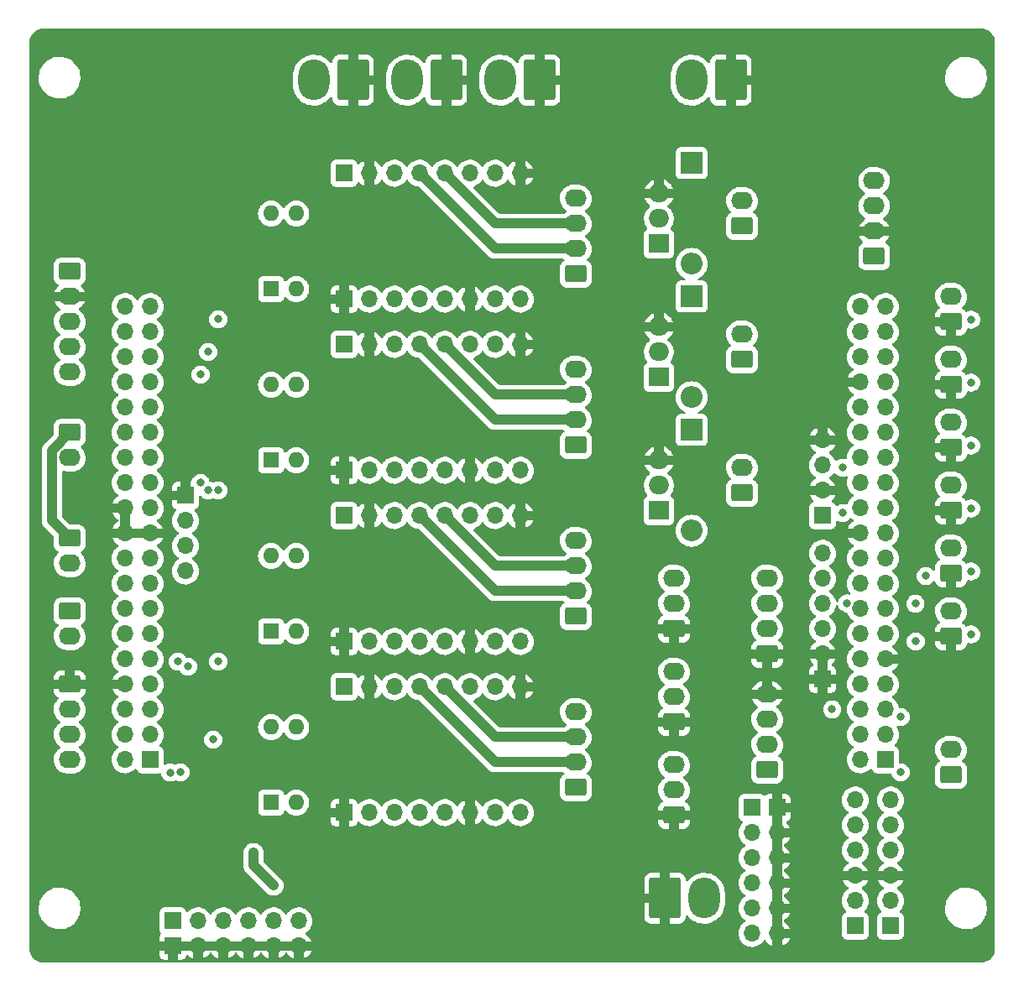
<source format=gbr>
%TF.GenerationSoftware,KiCad,Pcbnew,6.0.4-6f826c9f35~116~ubuntu21.10.1*%
%TF.CreationDate,2022-04-20T19:24:38+02:00*%
%TF.ProjectId,Interco_nucleo_4couches,496e7465-7263-46f5-9f6e-75636c656f5f,rev?*%
%TF.SameCoordinates,Original*%
%TF.FileFunction,Copper,L2,Inr*%
%TF.FilePolarity,Positive*%
%FSLAX46Y46*%
G04 Gerber Fmt 4.6, Leading zero omitted, Abs format (unit mm)*
G04 Created by KiCad (PCBNEW 6.0.4-6f826c9f35~116~ubuntu21.10.1) date 2022-04-20 19:24:38*
%MOMM*%
%LPD*%
G01*
G04 APERTURE LIST*
G04 Aperture macros list*
%AMRoundRect*
0 Rectangle with rounded corners*
0 $1 Rounding radius*
0 $2 $3 $4 $5 $6 $7 $8 $9 X,Y pos of 4 corners*
0 Add a 4 corners polygon primitive as box body*
4,1,4,$2,$3,$4,$5,$6,$7,$8,$9,$2,$3,0*
0 Add four circle primitives for the rounded corners*
1,1,$1+$1,$2,$3*
1,1,$1+$1,$4,$5*
1,1,$1+$1,$6,$7*
1,1,$1+$1,$8,$9*
0 Add four rect primitives between the rounded corners*
20,1,$1+$1,$2,$3,$4,$5,0*
20,1,$1+$1,$4,$5,$6,$7,0*
20,1,$1+$1,$6,$7,$8,$9,0*
20,1,$1+$1,$8,$9,$2,$3,0*%
G04 Aperture macros list end*
%TA.AperFunction,ComponentPad*%
%ADD10O,1.700000X1.700000*%
%TD*%
%TA.AperFunction,ComponentPad*%
%ADD11R,1.700000X1.700000*%
%TD*%
%TA.AperFunction,ComponentPad*%
%ADD12RoundRect,0.250000X0.845000X-0.620000X0.845000X0.620000X-0.845000X0.620000X-0.845000X-0.620000X0*%
%TD*%
%TA.AperFunction,ComponentPad*%
%ADD13O,2.190000X1.740000*%
%TD*%
%TA.AperFunction,ComponentPad*%
%ADD14RoundRect,0.250000X-0.845000X0.620000X-0.845000X-0.620000X0.845000X-0.620000X0.845000X0.620000X0*%
%TD*%
%TA.AperFunction,ComponentPad*%
%ADD15RoundRect,0.250000X-1.330000X-1.800000X1.330000X-1.800000X1.330000X1.800000X-1.330000X1.800000X0*%
%TD*%
%TA.AperFunction,ComponentPad*%
%ADD16O,3.160000X4.100000*%
%TD*%
%TA.AperFunction,ComponentPad*%
%ADD17R,2.200000X2.200000*%
%TD*%
%TA.AperFunction,ComponentPad*%
%ADD18O,2.200000X2.200000*%
%TD*%
%TA.AperFunction,ComponentPad*%
%ADD19R,1.600000X1.600000*%
%TD*%
%TA.AperFunction,ComponentPad*%
%ADD20O,1.600000X1.600000*%
%TD*%
%TA.AperFunction,ComponentPad*%
%ADD21RoundRect,0.250000X1.330000X1.800000X-1.330000X1.800000X-1.330000X-1.800000X1.330000X-1.800000X0*%
%TD*%
%TA.AperFunction,ComponentPad*%
%ADD22R,2.000000X1.905000*%
%TD*%
%TA.AperFunction,ComponentPad*%
%ADD23O,2.000000X1.905000*%
%TD*%
%TA.AperFunction,ViaPad*%
%ADD24C,0.800000*%
%TD*%
%TA.AperFunction,Conductor*%
%ADD25C,1.000000*%
%TD*%
G04 APERTURE END LIST*
D10*
%TO.N,GND*%
%TO.C,J54*%
X61976000Y-131826000D03*
X59436000Y-131826000D03*
X56896000Y-131826000D03*
X54356000Y-131826000D03*
X51816000Y-131826000D03*
D11*
X49276000Y-131826000D03*
%TD*%
D10*
%TO.N,/3V3_LDO*%
%TO.C,J53*%
X61976000Y-129286000D03*
X59436000Y-129286000D03*
X56896000Y-129286000D03*
X54356000Y-129286000D03*
X51816000Y-129286000D03*
D11*
X49276000Y-129286000D03*
%TD*%
%TO.N,/PA_7*%
%TO.C,J28*%
X121666000Y-129794000D03*
D10*
%TO.N,/PA_6*%
X121666000Y-127254000D03*
%TO.N,GND*%
X121666000Y-124714000D03*
%TO.N,/PA_5*%
X121666000Y-122174000D03*
%TO.N,/3V3_LDO*%
X121666000Y-119634000D03*
%TO.N,/PA_8*%
X121666000Y-117094000D03*
%TD*%
D11*
%TO.N,GND*%
%TO.C,U12*%
X66548000Y-83820000D03*
D10*
%TO.N,Net-(R15-Pad1)*%
X69088000Y-83820000D03*
%TO.N,Net-(R14-Pad1)*%
X71628000Y-83820000D03*
%TO.N,/PC_12*%
X74168000Y-83820000D03*
%TO.N,unconnected-(U12-Pad5)*%
X76708000Y-83820000D03*
%TO.N,GND*%
X79248000Y-83820000D03*
%TO.N,/PC_1*%
X81788000Y-83820000D03*
%TO.N,/D2*%
X84328000Y-83820000D03*
%TO.N,GND*%
X84328000Y-71120000D03*
%TO.N,/3V3_LDO*%
X81788000Y-71120000D03*
%TO.N,/B22*%
X79248000Y-71120000D03*
%TO.N,/B21*%
X76708000Y-71120000D03*
%TO.N,/A21*%
X74168000Y-71120000D03*
%TO.N,/A22*%
X71628000Y-71120000D03*
%TO.N,GND*%
X69088000Y-71120000D03*
D11*
%TO.N,/V_LIPO*%
X66548000Y-71120000D03*
%TD*%
D12*
%TO.N,GND*%
%TO.C,J34*%
X127762000Y-94234000D03*
D13*
%TO.N,Net-(J34-Pad2)*%
X127762000Y-91694000D03*
%TD*%
D14*
%TO.N,/3V3_LDO*%
%TO.C,J41*%
X38862000Y-90678000D03*
D13*
%TO.N,Net-(J41-Pad2)*%
X38862000Y-93218000D03*
%TD*%
D15*
%TO.N,GND*%
%TO.C,J52*%
X98910000Y-127000000D03*
D16*
%TO.N,/5V0*%
X102870000Y-127000000D03*
%TD*%
D17*
%TO.N,/electroaimant_12V*%
%TO.C,D22*%
X101600000Y-52832000D03*
D18*
%TO.N,Net-(D22-Pad2)*%
X101600000Y-62992000D03*
%TD*%
D12*
%TO.N,/A22*%
%TO.C,J12*%
X89916000Y-81280000D03*
D13*
%TO.N,/A21*%
X89916000Y-78740000D03*
%TO.N,/B21*%
X89916000Y-76200000D03*
%TO.N,/B22*%
X89916000Y-73660000D03*
%TD*%
D19*
%TO.N,Net-(R20-Pad1)*%
%TO.C,SW20*%
X59182000Y-65532000D03*
D20*
%TO.N,Net-(R21-Pad1)*%
X61722000Y-65532000D03*
%TO.N,/3V3_LDO*%
X61722000Y-57912000D03*
X59182000Y-57912000D03*
%TD*%
D17*
%TO.N,/electroaimant_12V*%
%TO.C,D20*%
X101600000Y-66294000D03*
D18*
%TO.N,Net-(D20-Pad2)*%
X101600000Y-76454000D03*
%TD*%
D12*
%TO.N,Net-(D21-Pad2)*%
%TO.C,J24*%
X106680000Y-86106000D03*
D13*
%TO.N,/electroaimant_12V*%
X106680000Y-83566000D03*
%TD*%
D14*
%TO.N,/3V3_LDO*%
%TO.C,J43*%
X38862000Y-98044000D03*
D13*
%TO.N,Net-(J43-Pad2)*%
X38862000Y-100584000D03*
%TD*%
D11*
%TO.N,/PA_7*%
%TO.C,J29*%
X118110000Y-129794000D03*
D10*
%TO.N,/PA_6*%
X118110000Y-127254000D03*
%TO.N,GND*%
X118110000Y-124714000D03*
%TO.N,/PA_5*%
X118110000Y-122174000D03*
%TO.N,/3V3_LDO*%
X118110000Y-119634000D03*
%TO.N,/PB_2*%
X118110000Y-117094000D03*
%TD*%
D21*
%TO.N,GND*%
%TO.C,J500*%
X76858000Y-44450000D03*
D16*
%TO.N,/V_LIPO*%
X72898000Y-44450000D03*
%TD*%
D22*
%TO.N,/PB_1*%
%TO.C,Q21*%
X98298000Y-87884000D03*
D23*
%TO.N,Net-(D21-Pad2)*%
X98298000Y-85344000D03*
%TO.N,GND*%
X98298000Y-82804000D03*
%TD*%
D12*
%TO.N,GND*%
%TO.C,J22*%
X99822000Y-118618000D03*
D13*
%TO.N,/5V0*%
X99822000Y-116078000D03*
%TO.N,/PB_8*%
X99822000Y-113538000D03*
%TD*%
D12*
%TO.N,GND*%
%TO.C,J21*%
X99822000Y-109220000D03*
D13*
%TO.N,/5V0*%
X99822000Y-106680000D03*
%TO.N,/PB_9*%
X99822000Y-104140000D03*
%TD*%
D11*
%TO.N,GND*%
%TO.C,U20*%
X66548000Y-66548000D03*
D10*
%TO.N,Net-(R21-Pad1)*%
X69088000Y-66548000D03*
%TO.N,Net-(R20-Pad1)*%
X71628000Y-66548000D03*
%TO.N,/PC_12*%
X74168000Y-66548000D03*
%TO.N,unconnected-(U20-Pad5)*%
X76708000Y-66548000D03*
%TO.N,GND*%
X79248000Y-66548000D03*
%TO.N,/PC_3*%
X81788000Y-66548000D03*
%TO.N,/D3*%
X84328000Y-66548000D03*
%TO.N,GND*%
X84328000Y-53848000D03*
%TO.N,/3V3_LDO*%
X81788000Y-53848000D03*
%TO.N,/B32*%
X79248000Y-53848000D03*
%TO.N,/B31*%
X76708000Y-53848000D03*
%TO.N,/A31*%
X74168000Y-53848000D03*
%TO.N,/A32*%
X71628000Y-53848000D03*
%TO.N,GND*%
X69088000Y-53848000D03*
D11*
%TO.N,/V_LIPO*%
X66548000Y-53848000D03*
%TD*%
D12*
%TO.N,/LIDAR_RX*%
%TO.C,J36*%
X120015000Y-62230000D03*
D13*
%TO.N,GND*%
X120015000Y-59690000D03*
%TO.N,/LIDAR_TX*%
X120015000Y-57150000D03*
%TO.N,/5V0*%
X120015000Y-54610000D03*
%TD*%
D14*
%TO.N,/5V0*%
%TO.C,J26*%
X38862000Y-63754000D03*
D13*
%TO.N,GND*%
X38862000Y-66294000D03*
%TO.N,/PC_2*%
X38862000Y-68834000D03*
%TO.N,/PA_1*%
X38862000Y-71374000D03*
%TO.N,/PA_0*%
X38862000Y-73914000D03*
%TD*%
D12*
%TO.N,Net-(D22-Pad2)*%
%TO.C,J25*%
X106680000Y-59182000D03*
D13*
%TO.N,/electroaimant_12V*%
X106680000Y-56642000D03*
%TD*%
D11*
%TO.N,GND*%
%TO.C,J03*%
X50546000Y-86360000D03*
D10*
%TO.N,/PB_7*%
X50546000Y-88900000D03*
%TO.N,/5V*%
X50546000Y-91440000D03*
%TO.N,/3V3*%
X50546000Y-93980000D03*
%TD*%
D12*
%TO.N,/A12*%
%TO.C,J11*%
X89916000Y-98552000D03*
D13*
%TO.N,/A11*%
X89916000Y-96012000D03*
%TO.N,/B11*%
X89916000Y-93472000D03*
%TO.N,/B12*%
X89916000Y-90932000D03*
%TD*%
D19*
%TO.N,Net-(R14-Pad1)*%
%TO.C,SW12*%
X59182000Y-82804000D03*
D20*
%TO.N,Net-(R15-Pad1)*%
X61722000Y-82804000D03*
%TO.N,/3V3_LDO*%
X61722000Y-75184000D03*
X59182000Y-75184000D03*
%TD*%
D12*
%TO.N,Net-(D20-Pad2)*%
%TO.C,J23*%
X106680000Y-72644000D03*
D13*
%TO.N,/electroaimant_12V*%
X106680000Y-70104000D03*
%TD*%
D19*
%TO.N,Net-(R10-Pad1)*%
%TO.C,SW10*%
X59182000Y-117348000D03*
D20*
%TO.N,Net-(R11-Pad1)*%
X61722000Y-117348000D03*
%TO.N,/3V3_LDO*%
X61722000Y-109728000D03*
X59182000Y-109728000D03*
%TD*%
D14*
%TO.N,/3V3_LDO*%
%TO.C,J40*%
X38862000Y-80010000D03*
D13*
%TO.N,Net-(J40-Pad2)*%
X38862000Y-82550000D03*
%TD*%
D21*
%TO.N,GND*%
%TO.C,J502*%
X67460000Y-44450000D03*
D16*
%TO.N,/V_LIPO*%
X63500000Y-44450000D03*
%TD*%
D12*
%TO.N,GND*%
%TO.C,J32*%
X127762000Y-81534000D03*
D13*
%TO.N,Net-(J32-Pad2)*%
X127762000Y-78994000D03*
%TD*%
D12*
%TO.N,GND*%
%TO.C,J33*%
X127762000Y-87884000D03*
D13*
%TO.N,Net-(J33-Pad2)*%
X127762000Y-85344000D03*
%TD*%
D12*
%TO.N,/3V3_LDO*%
%TO.C,J42*%
X127762000Y-114554000D03*
D13*
%TO.N,Net-(J42-Pad2)*%
X127762000Y-112014000D03*
%TD*%
D11*
%TO.N,/5V0*%
%TO.C,J60*%
X107696000Y-117856000D03*
D10*
X107696000Y-120396000D03*
X107696000Y-122936000D03*
X107696000Y-125476000D03*
X107696000Y-128016000D03*
X107696000Y-130556000D03*
%TD*%
D21*
%TO.N,GND*%
%TO.C,J51*%
X105560000Y-44450000D03*
D16*
%TO.N,/electroaimant_12V*%
X101600000Y-44450000D03*
%TD*%
D21*
%TO.N,GND*%
%TO.C,J501*%
X86256000Y-44450000D03*
D16*
%TO.N,/V_LIPO*%
X82296000Y-44450000D03*
%TD*%
D11*
%TO.N,GND*%
%TO.C,J39*%
X114808000Y-104902000D03*
D10*
X114808000Y-102362000D03*
%TO.N,/5V0*%
X114808000Y-99822000D03*
%TO.N,/LORA_TX*%
X114808000Y-97282000D03*
%TO.N,/LORA_RX*%
X114808000Y-94742000D03*
%TO.N,unconnected-(J39-Pad6)*%
X114808000Y-92202000D03*
%TD*%
D17*
%TO.N,/electroaimant_12V*%
%TO.C,D21*%
X101600000Y-79756000D03*
D18*
%TO.N,Net-(D21-Pad2)*%
X101600000Y-89916000D03*
%TD*%
D11*
%TO.N,/PC_5*%
%TO.C,J04*%
X114808000Y-88392000D03*
D10*
%TO.N,GND*%
X114808000Y-85852000D03*
%TO.N,/PB_6*%
X114808000Y-83312000D03*
%TO.N,GND*%
X114808000Y-80772000D03*
%TD*%
D12*
%TO.N,Net-(D40-Pad1)*%
%TO.C,D40*%
X109220000Y-114046000D03*
D13*
%TO.N,Net-(D40-Pad2)*%
X109220000Y-111506000D03*
%TO.N,Net-(D40-Pad3)*%
X109220000Y-108966000D03*
%TO.N,GND*%
X109220000Y-106426000D03*
%TD*%
D11*
%TO.N,GND*%
%TO.C,U11*%
X66548000Y-101092000D03*
D10*
%TO.N,Net-(R13-Pad1)*%
X69088000Y-101092000D03*
%TO.N,Net-(R12-Pad1)*%
X71628000Y-101092000D03*
%TO.N,/PC_12*%
X74168000Y-101092000D03*
%TO.N,unconnected-(U11-Pad5)*%
X76708000Y-101092000D03*
%TO.N,GND*%
X79248000Y-101092000D03*
%TO.N,/PH_1*%
X81788000Y-101092000D03*
%TO.N,/D1*%
X84328000Y-101092000D03*
%TO.N,GND*%
X84328000Y-88392000D03*
%TO.N,/3V3_LDO*%
X81788000Y-88392000D03*
%TO.N,/B12*%
X79248000Y-88392000D03*
%TO.N,/B11*%
X76708000Y-88392000D03*
%TO.N,/A11*%
X74168000Y-88392000D03*
%TO.N,/A12*%
X71628000Y-88392000D03*
%TO.N,GND*%
X69088000Y-88392000D03*
D11*
%TO.N,/V_LIPO*%
X66548000Y-88392000D03*
%TD*%
D14*
%TO.N,GND*%
%TO.C,J38*%
X38862000Y-105410000D03*
D13*
%TO.N,/7SEG_TX*%
X38862000Y-107950000D03*
%TO.N,/7SEG_RX*%
X38862000Y-110490000D03*
%TO.N,/5V0*%
X38862000Y-113030000D03*
%TD*%
D12*
%TO.N,GND*%
%TO.C,J31*%
X127762000Y-75184000D03*
D13*
%TO.N,Net-(J31-Pad2)*%
X127762000Y-72644000D03*
%TD*%
D12*
%TO.N,GND*%
%TO.C,J20*%
X99822000Y-99822000D03*
D13*
%TO.N,/5V0*%
X99822000Y-97282000D03*
%TO.N,/PB_10*%
X99822000Y-94742000D03*
%TD*%
D12*
%TO.N,GND*%
%TO.C,J30*%
X127762000Y-68834000D03*
D13*
%TO.N,Net-(J30-Pad2)*%
X127762000Y-66294000D03*
%TD*%
D12*
%TO.N,GND*%
%TO.C,J35*%
X127762000Y-100584000D03*
D13*
%TO.N,Net-(J35-Pad2)*%
X127762000Y-98044000D03*
%TD*%
D12*
%TO.N,/A32*%
%TO.C,J27*%
X89916000Y-64008000D03*
D13*
%TO.N,/A31*%
X89916000Y-61468000D03*
%TO.N,/B31*%
X89916000Y-58928000D03*
%TO.N,/B32*%
X89916000Y-56388000D03*
%TD*%
D22*
%TO.N,/PB_3*%
%TO.C,Q20*%
X98298000Y-74422000D03*
D23*
%TO.N,Net-(D20-Pad2)*%
X98298000Y-71882000D03*
%TO.N,GND*%
X98298000Y-69342000D03*
%TD*%
D12*
%TO.N,GND*%
%TO.C,J37*%
X109220000Y-102362000D03*
D13*
%TO.N,/LORA_TX*%
X109220000Y-99822000D03*
%TO.N,/LORA_RX*%
X109220000Y-97282000D03*
%TO.N,/5V0*%
X109220000Y-94742000D03*
%TD*%
D19*
%TO.N,Net-(R12-Pad1)*%
%TO.C,SW11*%
X59182000Y-100076000D03*
D20*
%TO.N,Net-(R13-Pad1)*%
X61722000Y-100076000D03*
%TO.N,/3V3_LDO*%
X61722000Y-92456000D03*
X59182000Y-92456000D03*
%TD*%
D11*
%TO.N,GND*%
%TO.C,U10*%
X66548000Y-118364000D03*
D10*
%TO.N,Net-(R11-Pad1)*%
X69088000Y-118364000D03*
%TO.N,Net-(R10-Pad1)*%
X71628000Y-118364000D03*
%TO.N,/PC_12*%
X74168000Y-118364000D03*
%TO.N,unconnected-(U10-Pad5)*%
X76708000Y-118364000D03*
%TO.N,GND*%
X79248000Y-118364000D03*
%TO.N,/PA_14*%
X81788000Y-118364000D03*
%TO.N,/D0*%
X84328000Y-118364000D03*
%TO.N,GND*%
X84328000Y-105664000D03*
%TO.N,/3V3_LDO*%
X81788000Y-105664000D03*
%TO.N,/B02*%
X79248000Y-105664000D03*
%TO.N,/B01*%
X76708000Y-105664000D03*
%TO.N,/A01*%
X74168000Y-105664000D03*
%TO.N,/A02*%
X71628000Y-105664000D03*
%TO.N,GND*%
X69088000Y-105664000D03*
D11*
%TO.N,/V_LIPO*%
X66548000Y-105664000D03*
%TD*%
%TO.N,GND*%
%TO.C,J61*%
X110236000Y-117856000D03*
D10*
X110236000Y-120396000D03*
X110236000Y-122936000D03*
X110236000Y-125476000D03*
X110236000Y-128016000D03*
X110236000Y-130556000D03*
%TD*%
D22*
%TO.N,/PC_4*%
%TO.C,Q22*%
X98298000Y-60960000D03*
D23*
%TO.N,Net-(D22-Pad2)*%
X98298000Y-58420000D03*
%TO.N,GND*%
X98298000Y-55880000D03*
%TD*%
D12*
%TO.N,/A02*%
%TO.C,J10*%
X89916000Y-115824000D03*
D13*
%TO.N,/A01*%
X89916000Y-113284000D03*
%TO.N,/B01*%
X89916000Y-110744000D03*
%TO.N,/B02*%
X89916000Y-108204000D03*
%TD*%
D11*
%TO.N,/7SEG_RX*%
%TO.C,J01*%
X46990000Y-113030000D03*
D10*
%TO.N,/7SEG_TX*%
X44450000Y-113030000D03*
%TO.N,/PC_12*%
X46990000Y-110490000D03*
%TO.N,/PD_2*%
X44450000Y-110490000D03*
%TO.N,/VDD*%
X46990000Y-107950000D03*
%TO.N,/E5V*%
X44450000Y-107950000D03*
%TO.N,/BOOT0*%
X46990000Y-105410000D03*
%TO.N,GND*%
X44450000Y-105410000D03*
%TO.N,unconnected-(J01-Pad9)*%
X46990000Y-102870000D03*
%TO.N,unconnected-(J01-Pad10)*%
X44450000Y-102870000D03*
%TO.N,unconnected-(J01-Pad11)*%
X46990000Y-100330000D03*
%TO.N,/IOREF*%
X44450000Y-100330000D03*
%TO.N,/D0*%
X46990000Y-97790000D03*
%TO.N,/RESET*%
X44450000Y-97790000D03*
%TO.N,/PA_14*%
X46990000Y-95250000D03*
%TO.N,/3V3*%
X44450000Y-95250000D03*
%TO.N,/PA_15*%
X46990000Y-92710000D03*
%TO.N,/5V*%
X44450000Y-92710000D03*
%TO.N,GND*%
X46990000Y-90170000D03*
X44450000Y-90170000D03*
%TO.N,/PB_7*%
X46990000Y-87630000D03*
%TO.N,GND*%
X44450000Y-87630000D03*
%TO.N,/PC_13*%
X46990000Y-85090000D03*
%TO.N,/5V0*%
X44450000Y-85090000D03*
%TO.N,/PC_14*%
X46990000Y-82550000D03*
%TO.N,unconnected-(J01-Pad26)*%
X44450000Y-82550000D03*
%TO.N,/PC_15*%
X46990000Y-80010000D03*
%TO.N,/PA_0*%
X44450000Y-80010000D03*
%TO.N,/PH_0*%
X46990000Y-77470000D03*
%TO.N,/PA_1*%
X44450000Y-77470000D03*
%TO.N,/PH_1*%
X46990000Y-74930000D03*
%TO.N,/D1*%
X44450000Y-74930000D03*
%TO.N,/VBAT*%
X46990000Y-72390000D03*
%TO.N,/D2*%
X44450000Y-72390000D03*
%TO.N,/PC_2*%
X46990000Y-69850000D03*
%TO.N,/PC_1*%
X44450000Y-69850000D03*
%TO.N,/PC_3*%
X46990000Y-67310000D03*
%TO.N,/D3*%
X44450000Y-67310000D03*
%TD*%
D11*
%TO.N,/PC_9*%
%TO.C,J02*%
X121158000Y-113030000D03*
D10*
%TO.N,/PC_8*%
X118618000Y-113030000D03*
%TO.N,/PB_8*%
X121158000Y-110490000D03*
%TO.N,/LORA_TX*%
X118618000Y-110490000D03*
%TO.N,/PB_9*%
X121158000Y-107950000D03*
%TO.N,/PC_5*%
X118618000Y-107950000D03*
%TO.N,/AVDD*%
X121158000Y-105410000D03*
%TO.N,/U5V*%
X118618000Y-105410000D03*
%TO.N,GND*%
X121158000Y-102870000D03*
%TO.N,unconnected-(J02-Pad10)*%
X118618000Y-102870000D03*
%TO.N,/PA_5*%
X121158000Y-100330000D03*
%TO.N,/PA_12*%
X118618000Y-100330000D03*
%TO.N,/PA_6*%
X121158000Y-97790000D03*
%TO.N,/PA_11*%
X118618000Y-97790000D03*
%TO.N,/PA_7*%
X121158000Y-95250000D03*
%TO.N,/PB_12*%
X118618000Y-95250000D03*
%TO.N,/PB_6*%
X121158000Y-92710000D03*
%TO.N,unconnected-(J02-Pad18)*%
X118618000Y-92710000D03*
%TO.N,/LORA_RX*%
X121158000Y-90170000D03*
%TO.N,GND*%
X118618000Y-90170000D03*
%TO.N,/LIDAR_RX*%
X121158000Y-87630000D03*
%TO.N,/PB_2*%
X118618000Y-87630000D03*
%TO.N,/PA_8*%
X121158000Y-85090000D03*
%TO.N,/PB_1*%
X118618000Y-85090000D03*
%TO.N,/PB_10*%
X121158000Y-82550000D03*
%TO.N,/PB_15*%
X118618000Y-82550000D03*
%TO.N,/PB_4*%
X121158000Y-80010000D03*
%TO.N,/PB_14*%
X118618000Y-80010000D03*
%TO.N,/PB_5*%
X121158000Y-77470000D03*
%TO.N,/PB_13*%
X118618000Y-77470000D03*
%TO.N,/PB_3*%
X121158000Y-74930000D03*
%TO.N,GND*%
X118618000Y-74930000D03*
%TO.N,/LIDAR_TX*%
X121158000Y-72390000D03*
%TO.N,/PC_4*%
X118618000Y-72390000D03*
%TO.N,/PA_2*%
X121158000Y-69850000D03*
%TO.N,unconnected-(J02-Pad36)*%
X118618000Y-69850000D03*
%TO.N,/PA_3*%
X121158000Y-67310000D03*
%TO.N,unconnected-(J02-Pad38)*%
X118618000Y-67310000D03*
%TD*%
D24*
%TO.N,/3V3_LDO*%
X129794000Y-81323000D03*
X59436000Y-125730000D03*
X129794000Y-87673000D03*
X129794000Y-68623000D03*
X129794000Y-94023000D03*
X57404000Y-122428000D03*
X129794000Y-74973000D03*
X129794000Y-100373000D03*
%TO.N,/D0*%
X49000023Y-114321977D03*
%TO.N,/D1*%
X49784000Y-103124000D03*
%TO.N,/D2*%
X52070000Y-74168000D03*
X52070000Y-85090000D03*
%TO.N,/PC_5*%
X115773159Y-107950000D03*
%TO.N,/PA_5*%
X124206000Y-101092000D03*
%TO.N,/PA_6*%
X124181011Y-97282000D03*
%TO.N,/PA_7*%
X125222000Y-94488000D03*
%TO.N,/PB_6*%
X116840000Y-88138000D03*
X116840000Y-83566000D03*
%TO.N,/LORA_TX*%
X117272170Y-97251668D03*
%TO.N,/PC_12*%
X53848000Y-103124000D03*
X53340000Y-110998000D03*
X53848000Y-68580000D03*
X53848000Y-85852000D03*
%TO.N,/PA_14*%
X50038000Y-114300000D03*
%TO.N,/PH_1*%
X50800000Y-103632000D03*
%TO.N,/PC_1*%
X52832000Y-71882000D03*
X52832000Y-85852000D03*
%TO.N,/PB_4*%
X122682000Y-108712000D03*
%TO.N,/PB_5*%
X122682000Y-114300000D03*
%TD*%
D25*
%TO.N,/3V3_LDO*%
X59436000Y-125730000D02*
X57404000Y-123698000D01*
X57404000Y-123698000D02*
X57404000Y-122428000D01*
X37067480Y-88883480D02*
X37067480Y-81804520D01*
X38862000Y-90678000D02*
X37067480Y-88883480D01*
X37067480Y-81804520D02*
X38862000Y-80010000D01*
%TO.N,/A01*%
X74168000Y-105664000D02*
X81788000Y-113284000D01*
X81788000Y-113284000D02*
X89916000Y-113284000D01*
%TO.N,/B01*%
X76708000Y-105664000D02*
X81788000Y-110744000D01*
X81788000Y-110744000D02*
X89916000Y-110744000D01*
%TO.N,/A11*%
X74168000Y-88392000D02*
X81788000Y-96012000D01*
X81788000Y-96012000D02*
X89916000Y-96012000D01*
%TO.N,/B11*%
X81788000Y-93472000D02*
X89916000Y-93472000D01*
X76708000Y-88392000D02*
X81788000Y-93472000D01*
%TO.N,/A21*%
X81788000Y-78740000D02*
X89916000Y-78740000D01*
X74168000Y-71120000D02*
X81788000Y-78740000D01*
%TO.N,/B21*%
X76708000Y-71120000D02*
X81788000Y-76200000D01*
X81788000Y-76200000D02*
X89916000Y-76200000D01*
%TO.N,/A31*%
X74168000Y-53848000D02*
X81788000Y-61468000D01*
X81788000Y-61468000D02*
X89916000Y-61468000D01*
%TO.N,/B31*%
X76708000Y-53848000D02*
X81788000Y-58928000D01*
X81788000Y-58928000D02*
X89916000Y-58928000D01*
%TD*%
%TA.AperFunction,Conductor*%
%TO.N,GND*%
G36*
X130780018Y-39245000D02*
G01*
X130794851Y-39247310D01*
X130794855Y-39247310D01*
X130803724Y-39248691D01*
X130817789Y-39246852D01*
X130844004Y-39246176D01*
X130977111Y-39256652D01*
X131018574Y-39259915D01*
X131038103Y-39263008D01*
X131231903Y-39309536D01*
X131250706Y-39315646D01*
X131434840Y-39391916D01*
X131452457Y-39400893D01*
X131622387Y-39505027D01*
X131638382Y-39516648D01*
X131789934Y-39646085D01*
X131803915Y-39660066D01*
X131933352Y-39811618D01*
X131944973Y-39827613D01*
X132049107Y-39997543D01*
X132058084Y-40015160D01*
X132134354Y-40199294D01*
X132140464Y-40218097D01*
X132186992Y-40411897D01*
X132190085Y-40431426D01*
X132203272Y-40598987D01*
X132202630Y-40615875D01*
X132202800Y-40615877D01*
X132202690Y-40624853D01*
X132201309Y-40633724D01*
X132202473Y-40642626D01*
X132202473Y-40642628D01*
X132205436Y-40665283D01*
X132206500Y-40681621D01*
X132206500Y-132030633D01*
X132205000Y-132050018D01*
X132202690Y-132064851D01*
X132202690Y-132064855D01*
X132201309Y-132073724D01*
X132203148Y-132087789D01*
X132203824Y-132114004D01*
X132193348Y-132247111D01*
X132190085Y-132288574D01*
X132186992Y-132308103D01*
X132140464Y-132501903D01*
X132134354Y-132520706D01*
X132058084Y-132704840D01*
X132049107Y-132722457D01*
X131944973Y-132892387D01*
X131933352Y-132908382D01*
X131803915Y-133059934D01*
X131789934Y-133073915D01*
X131638382Y-133203352D01*
X131622387Y-133214973D01*
X131452457Y-133319107D01*
X131434840Y-133328084D01*
X131250706Y-133404354D01*
X131231903Y-133410464D01*
X131038103Y-133456992D01*
X131018574Y-133460085D01*
X130851013Y-133473272D01*
X130834125Y-133472630D01*
X130834123Y-133472800D01*
X130825147Y-133472690D01*
X130816276Y-133471309D01*
X130807374Y-133472473D01*
X130807372Y-133472473D01*
X130792323Y-133474441D01*
X130784714Y-133475436D01*
X130768379Y-133476500D01*
X36244367Y-133476500D01*
X36224982Y-133475000D01*
X36210149Y-133472690D01*
X36210145Y-133472690D01*
X36201276Y-133471309D01*
X36187211Y-133473148D01*
X36160996Y-133473824D01*
X36027889Y-133463348D01*
X35986426Y-133460085D01*
X35966897Y-133456992D01*
X35773097Y-133410464D01*
X35754294Y-133404354D01*
X35570160Y-133328084D01*
X35552543Y-133319107D01*
X35382613Y-133214973D01*
X35366618Y-133203352D01*
X35215066Y-133073915D01*
X35201085Y-133059934D01*
X35071648Y-132908382D01*
X35060027Y-132892387D01*
X34955893Y-132722457D01*
X34954982Y-132720669D01*
X47918001Y-132720669D01*
X47918371Y-132727490D01*
X47923895Y-132778352D01*
X47927521Y-132793604D01*
X47972676Y-132914054D01*
X47981214Y-132929649D01*
X48057715Y-133031724D01*
X48070276Y-133044285D01*
X48172351Y-133120786D01*
X48187946Y-133129324D01*
X48308394Y-133174478D01*
X48323649Y-133178105D01*
X48374514Y-133183631D01*
X48381328Y-133184000D01*
X48757885Y-133184000D01*
X48773124Y-133179525D01*
X48774329Y-133178135D01*
X48776000Y-133170452D01*
X48776000Y-133165884D01*
X49776000Y-133165884D01*
X49780475Y-133181123D01*
X49781865Y-133182328D01*
X49789548Y-133183999D01*
X50170669Y-133183999D01*
X50177490Y-133183629D01*
X50228352Y-133178105D01*
X50243604Y-133174479D01*
X50364054Y-133129324D01*
X50379649Y-133120786D01*
X50481724Y-133044285D01*
X50494285Y-133031724D01*
X50570786Y-132929649D01*
X50579325Y-132914052D01*
X50620425Y-132804418D01*
X50663066Y-132747653D01*
X50729628Y-132722953D01*
X50798977Y-132738160D01*
X50833645Y-132766150D01*
X50859219Y-132795674D01*
X50866580Y-132802883D01*
X51030434Y-132938916D01*
X51038881Y-132944831D01*
X51222756Y-133052279D01*
X51232043Y-133056729D01*
X51299078Y-133082327D01*
X51313134Y-133083442D01*
X51316000Y-133078290D01*
X51316000Y-133075221D01*
X52316000Y-133075221D01*
X52319973Y-133088752D01*
X52323842Y-133089308D01*
X52324867Y-133088992D01*
X52509095Y-132998739D01*
X52517945Y-132993464D01*
X52691328Y-132869792D01*
X52699200Y-132863139D01*
X52850052Y-132712812D01*
X52856730Y-132704965D01*
X52984022Y-132527819D01*
X52985147Y-132528627D01*
X53032669Y-132484876D01*
X53102607Y-132472661D01*
X53168046Y-132500197D01*
X53195870Y-132532028D01*
X53253690Y-132626383D01*
X53259777Y-132634699D01*
X53399213Y-132795667D01*
X53406580Y-132802883D01*
X53570434Y-132938916D01*
X53578881Y-132944831D01*
X53762756Y-133052279D01*
X53772043Y-133056729D01*
X53839078Y-133082327D01*
X53853134Y-133083442D01*
X53856000Y-133078290D01*
X53856000Y-133075221D01*
X54856000Y-133075221D01*
X54859973Y-133088752D01*
X54863842Y-133089308D01*
X54864867Y-133088992D01*
X55049095Y-132998739D01*
X55057945Y-132993464D01*
X55231328Y-132869792D01*
X55239200Y-132863139D01*
X55390052Y-132712812D01*
X55396730Y-132704965D01*
X55524022Y-132527819D01*
X55525147Y-132528627D01*
X55572669Y-132484876D01*
X55642607Y-132472661D01*
X55708046Y-132500197D01*
X55735870Y-132532028D01*
X55793690Y-132626383D01*
X55799777Y-132634699D01*
X55939213Y-132795667D01*
X55946580Y-132802883D01*
X56110434Y-132938916D01*
X56118881Y-132944831D01*
X56302756Y-133052279D01*
X56312043Y-133056729D01*
X56379078Y-133082327D01*
X56393134Y-133083442D01*
X56396000Y-133078290D01*
X56396000Y-133075221D01*
X57396000Y-133075221D01*
X57399973Y-133088752D01*
X57403842Y-133089308D01*
X57404867Y-133088992D01*
X57589095Y-132998739D01*
X57597945Y-132993464D01*
X57771328Y-132869792D01*
X57779200Y-132863139D01*
X57930052Y-132712812D01*
X57936730Y-132704965D01*
X58064022Y-132527819D01*
X58065147Y-132528627D01*
X58112669Y-132484876D01*
X58182607Y-132472661D01*
X58248046Y-132500197D01*
X58275870Y-132532028D01*
X58333690Y-132626383D01*
X58339777Y-132634699D01*
X58479213Y-132795667D01*
X58486580Y-132802883D01*
X58650434Y-132938916D01*
X58658881Y-132944831D01*
X58842756Y-133052279D01*
X58852043Y-133056729D01*
X58919078Y-133082327D01*
X58933134Y-133083442D01*
X58936000Y-133078290D01*
X58936000Y-133075221D01*
X59936000Y-133075221D01*
X59939973Y-133088752D01*
X59943842Y-133089308D01*
X59944867Y-133088992D01*
X60129095Y-132998739D01*
X60137945Y-132993464D01*
X60311328Y-132869792D01*
X60319200Y-132863139D01*
X60470052Y-132712812D01*
X60476730Y-132704965D01*
X60604022Y-132527819D01*
X60605147Y-132528627D01*
X60652669Y-132484876D01*
X60722607Y-132472661D01*
X60788046Y-132500197D01*
X60815870Y-132532028D01*
X60873690Y-132626383D01*
X60879777Y-132634699D01*
X61019213Y-132795667D01*
X61026580Y-132802883D01*
X61190434Y-132938916D01*
X61198881Y-132944831D01*
X61382756Y-133052279D01*
X61392043Y-133056729D01*
X61459078Y-133082327D01*
X61473134Y-133083442D01*
X61476000Y-133078290D01*
X61476000Y-133075221D01*
X62476000Y-133075221D01*
X62479973Y-133088752D01*
X62483842Y-133089308D01*
X62484867Y-133088992D01*
X62669095Y-132998739D01*
X62677945Y-132993464D01*
X62851328Y-132869792D01*
X62859200Y-132863139D01*
X63010052Y-132712812D01*
X63016730Y-132704965D01*
X63141003Y-132532020D01*
X63146313Y-132523183D01*
X63238250Y-132337164D01*
X63238324Y-132329233D01*
X63231416Y-132326000D01*
X62494115Y-132326000D01*
X62478876Y-132330475D01*
X62477671Y-132331865D01*
X62476000Y-132339548D01*
X62476000Y-133075221D01*
X61476000Y-133075221D01*
X61476000Y-132344115D01*
X61471525Y-132328876D01*
X61470135Y-132327671D01*
X61462452Y-132326000D01*
X60713266Y-132326000D01*
X60713266Y-132325008D01*
X60701659Y-132326229D01*
X60698657Y-132326000D01*
X59954115Y-132326000D01*
X59938876Y-132330475D01*
X59937671Y-132331865D01*
X59936000Y-132339548D01*
X59936000Y-133075221D01*
X58936000Y-133075221D01*
X58936000Y-132344115D01*
X58931525Y-132328876D01*
X58930135Y-132327671D01*
X58922452Y-132326000D01*
X58173266Y-132326000D01*
X58173266Y-132325008D01*
X58161659Y-132326229D01*
X58158657Y-132326000D01*
X57414115Y-132326000D01*
X57398876Y-132330475D01*
X57397671Y-132331865D01*
X57396000Y-132339548D01*
X57396000Y-133075221D01*
X56396000Y-133075221D01*
X56396000Y-132344115D01*
X56391525Y-132328876D01*
X56390135Y-132327671D01*
X56382452Y-132326000D01*
X55633266Y-132326000D01*
X55633266Y-132325008D01*
X55621659Y-132326229D01*
X55618657Y-132326000D01*
X54874115Y-132326000D01*
X54858876Y-132330475D01*
X54857671Y-132331865D01*
X54856000Y-132339548D01*
X54856000Y-133075221D01*
X53856000Y-133075221D01*
X53856000Y-132344115D01*
X53851525Y-132328876D01*
X53850135Y-132327671D01*
X53842452Y-132326000D01*
X53093266Y-132326000D01*
X53093266Y-132325008D01*
X53081659Y-132326229D01*
X53078657Y-132326000D01*
X52334115Y-132326000D01*
X52318876Y-132330475D01*
X52317671Y-132331865D01*
X52316000Y-132339548D01*
X52316000Y-133075221D01*
X51316000Y-133075221D01*
X51316000Y-132344115D01*
X51311525Y-132328876D01*
X51310135Y-132327671D01*
X51302452Y-132326000D01*
X49794115Y-132326000D01*
X49778876Y-132330475D01*
X49777671Y-132331865D01*
X49776000Y-132339548D01*
X49776000Y-133165884D01*
X48776000Y-133165884D01*
X48776000Y-132344115D01*
X48771525Y-132328876D01*
X48770135Y-132327671D01*
X48762452Y-132326000D01*
X47936116Y-132326000D01*
X47920877Y-132330475D01*
X47919672Y-132331865D01*
X47918001Y-132339548D01*
X47918001Y-132720669D01*
X34954982Y-132720669D01*
X34946916Y-132704840D01*
X34870646Y-132520706D01*
X34864536Y-132501903D01*
X34818008Y-132308103D01*
X34814915Y-132288574D01*
X34802009Y-132124583D01*
X34802994Y-132102258D01*
X34802334Y-132102199D01*
X34802769Y-132097351D01*
X34803576Y-132092552D01*
X34803729Y-132080000D01*
X34799773Y-132052376D01*
X34798500Y-132034514D01*
X34798500Y-130184134D01*
X47917500Y-130184134D01*
X47924255Y-130246316D01*
X47975385Y-130382705D01*
X47992276Y-130405242D01*
X48048942Y-130480852D01*
X48073790Y-130547358D01*
X48058737Y-130616741D01*
X48048942Y-130631982D01*
X47981214Y-130722351D01*
X47972676Y-130737946D01*
X47927522Y-130858394D01*
X47923895Y-130873649D01*
X47918369Y-130924514D01*
X47918000Y-130931328D01*
X47918000Y-131307885D01*
X47922475Y-131323124D01*
X47923865Y-131324329D01*
X47931548Y-131326000D01*
X53079491Y-131326000D01*
X53079491Y-131327775D01*
X53090842Y-131326981D01*
X53090842Y-131326000D01*
X55619491Y-131326000D01*
X55619491Y-131327775D01*
X55630842Y-131326981D01*
X55630842Y-131326000D01*
X58159491Y-131326000D01*
X58159491Y-131327775D01*
X58170842Y-131326981D01*
X58170842Y-131326000D01*
X60699491Y-131326000D01*
X60699491Y-131327775D01*
X60710842Y-131326981D01*
X60710842Y-131326000D01*
X63221376Y-131326000D01*
X63234907Y-131322027D01*
X63235617Y-131317089D01*
X63178972Y-131186814D01*
X63174105Y-131177739D01*
X63058426Y-130998926D01*
X63052136Y-130990757D01*
X62908806Y-130833240D01*
X62901273Y-130826215D01*
X62734139Y-130694222D01*
X62725556Y-130688520D01*
X62688602Y-130668120D01*
X62638631Y-130617687D01*
X62623859Y-130548245D01*
X62633522Y-130522695D01*
X106333251Y-130522695D01*
X106333548Y-130527848D01*
X106333548Y-130527851D01*
X106343021Y-130692134D01*
X106346110Y-130745715D01*
X106347247Y-130750761D01*
X106347248Y-130750767D01*
X106359224Y-130803905D01*
X106395222Y-130963639D01*
X106449685Y-131097767D01*
X106468041Y-131142971D01*
X106479266Y-131170616D01*
X106595987Y-131361088D01*
X106742250Y-131529938D01*
X106914126Y-131672632D01*
X107107000Y-131785338D01*
X107315692Y-131865030D01*
X107320760Y-131866061D01*
X107320763Y-131866062D01*
X107428017Y-131887883D01*
X107534597Y-131909567D01*
X107539772Y-131909757D01*
X107539774Y-131909757D01*
X107752673Y-131917564D01*
X107752677Y-131917564D01*
X107757837Y-131917753D01*
X107762957Y-131917097D01*
X107762959Y-131917097D01*
X107974288Y-131890025D01*
X107974289Y-131890025D01*
X107979416Y-131889368D01*
X107984366Y-131887883D01*
X108188429Y-131826661D01*
X108188434Y-131826659D01*
X108193384Y-131825174D01*
X108393994Y-131726896D01*
X108575860Y-131597173D01*
X108734096Y-131439489D01*
X108793594Y-131356689D01*
X108864453Y-131258077D01*
X108865640Y-131258930D01*
X108912960Y-131215362D01*
X108982897Y-131203145D01*
X109048338Y-131230678D01*
X109076166Y-131262511D01*
X109133694Y-131356388D01*
X109139777Y-131364699D01*
X109279213Y-131525667D01*
X109286580Y-131532883D01*
X109450434Y-131668916D01*
X109458881Y-131674831D01*
X109642756Y-131782279D01*
X109652043Y-131786729D01*
X109719078Y-131812327D01*
X109733134Y-131813442D01*
X109736000Y-131808290D01*
X109736000Y-131805221D01*
X110736000Y-131805221D01*
X110739973Y-131818752D01*
X110743842Y-131819308D01*
X110744867Y-131818992D01*
X110929095Y-131728739D01*
X110937945Y-131723464D01*
X111111328Y-131599792D01*
X111119200Y-131593139D01*
X111270052Y-131442812D01*
X111276730Y-131434965D01*
X111401003Y-131262020D01*
X111406313Y-131253183D01*
X111498250Y-131067164D01*
X111498324Y-131059233D01*
X111491416Y-131056000D01*
X110754115Y-131056000D01*
X110738876Y-131060475D01*
X110737671Y-131061865D01*
X110736000Y-131069548D01*
X110736000Y-131805221D01*
X109736000Y-131805221D01*
X109736000Y-129290651D01*
X109737323Y-129290651D01*
X109736683Y-129283336D01*
X110734676Y-129283336D01*
X110735521Y-129292351D01*
X110736000Y-129292351D01*
X110736000Y-129297459D01*
X110736054Y-129298035D01*
X110736000Y-129298580D01*
X110736000Y-130037885D01*
X110740475Y-130053124D01*
X110741865Y-130054329D01*
X110749548Y-130056000D01*
X111481376Y-130056000D01*
X111494907Y-130052027D01*
X111495617Y-130047089D01*
X111438972Y-129916814D01*
X111434105Y-129907739D01*
X111318426Y-129728926D01*
X111312136Y-129720757D01*
X111168806Y-129563240D01*
X111161273Y-129556215D01*
X110994139Y-129424222D01*
X110985552Y-129418517D01*
X110948116Y-129397851D01*
X110898146Y-129347419D01*
X110883374Y-129277976D01*
X110908490Y-129211571D01*
X110935842Y-129184964D01*
X111111327Y-129059792D01*
X111119200Y-129053139D01*
X111270052Y-128902812D01*
X111276730Y-128894965D01*
X111401003Y-128722020D01*
X111406313Y-128713183D01*
X111498250Y-128527164D01*
X111498324Y-128519233D01*
X111491416Y-128516000D01*
X110754115Y-128516000D01*
X110738876Y-128520475D01*
X110737671Y-128521865D01*
X110736000Y-128529548D01*
X110736000Y-129283336D01*
X110734676Y-129283336D01*
X109736683Y-129283336D01*
X109736285Y-129278788D01*
X109736000Y-129278788D01*
X109736000Y-129275528D01*
X109735817Y-129273436D01*
X109736000Y-129271793D01*
X109736000Y-126750651D01*
X109737323Y-126750651D01*
X109736683Y-126743336D01*
X110734676Y-126743336D01*
X110735521Y-126752351D01*
X110736000Y-126752351D01*
X110736000Y-126757459D01*
X110736054Y-126758035D01*
X110736000Y-126758580D01*
X110736000Y-127497885D01*
X110740475Y-127513124D01*
X110741865Y-127514329D01*
X110749548Y-127516000D01*
X111481376Y-127516000D01*
X111494907Y-127512027D01*
X111495617Y-127507089D01*
X111438972Y-127376814D01*
X111434105Y-127367739D01*
X111338978Y-127220695D01*
X116747251Y-127220695D01*
X116747548Y-127225848D01*
X116747548Y-127225851D01*
X116759812Y-127438547D01*
X116760110Y-127443715D01*
X116761247Y-127448761D01*
X116761248Y-127448767D01*
X116782275Y-127542069D01*
X116809222Y-127661639D01*
X116862708Y-127793361D01*
X116888535Y-127856964D01*
X116893266Y-127868616D01*
X117009987Y-128059088D01*
X117156250Y-128227938D01*
X117160230Y-128231242D01*
X117164981Y-128235187D01*
X117204616Y-128294090D01*
X117206113Y-128365071D01*
X117168997Y-128425593D01*
X117128725Y-128450112D01*
X117111392Y-128456610D01*
X117013295Y-128493385D01*
X116896739Y-128580739D01*
X116809385Y-128697295D01*
X116758255Y-128833684D01*
X116751500Y-128895866D01*
X116751500Y-130692134D01*
X116758255Y-130754316D01*
X116809385Y-130890705D01*
X116896739Y-131007261D01*
X117013295Y-131094615D01*
X117149684Y-131145745D01*
X117211866Y-131152500D01*
X119008134Y-131152500D01*
X119070316Y-131145745D01*
X119206705Y-131094615D01*
X119323261Y-131007261D01*
X119410615Y-130890705D01*
X119461745Y-130754316D01*
X119468500Y-130692134D01*
X119468500Y-128895866D01*
X119461745Y-128833684D01*
X119410615Y-128697295D01*
X119323261Y-128580739D01*
X119206705Y-128493385D01*
X119194132Y-128488672D01*
X119088203Y-128448960D01*
X119031439Y-128406318D01*
X119006739Y-128339756D01*
X119021947Y-128270408D01*
X119043493Y-128241727D01*
X119095338Y-128190063D01*
X119148096Y-128137489D01*
X119207594Y-128054689D01*
X119275435Y-127960277D01*
X119278453Y-127956077D01*
X119292850Y-127926948D01*
X119375136Y-127760453D01*
X119375137Y-127760451D01*
X119377430Y-127755811D01*
X119425296Y-127598266D01*
X119440865Y-127547023D01*
X119440865Y-127547021D01*
X119442370Y-127542069D01*
X119471529Y-127320590D01*
X119473156Y-127254000D01*
X119470418Y-127220695D01*
X120303251Y-127220695D01*
X120303548Y-127225848D01*
X120303548Y-127225851D01*
X120315812Y-127438547D01*
X120316110Y-127443715D01*
X120317247Y-127448761D01*
X120317248Y-127448767D01*
X120338275Y-127542069D01*
X120365222Y-127661639D01*
X120418708Y-127793361D01*
X120444535Y-127856964D01*
X120449266Y-127868616D01*
X120565987Y-128059088D01*
X120712250Y-128227938D01*
X120716230Y-128231242D01*
X120720981Y-128235187D01*
X120760616Y-128294090D01*
X120762113Y-128365071D01*
X120724997Y-128425593D01*
X120684725Y-128450112D01*
X120667392Y-128456610D01*
X120569295Y-128493385D01*
X120452739Y-128580739D01*
X120365385Y-128697295D01*
X120314255Y-128833684D01*
X120307500Y-128895866D01*
X120307500Y-130692134D01*
X120314255Y-130754316D01*
X120365385Y-130890705D01*
X120452739Y-131007261D01*
X120569295Y-131094615D01*
X120705684Y-131145745D01*
X120767866Y-131152500D01*
X122564134Y-131152500D01*
X122626316Y-131145745D01*
X122762705Y-131094615D01*
X122879261Y-131007261D01*
X122966615Y-130890705D01*
X123017745Y-130754316D01*
X123024500Y-130692134D01*
X123024500Y-128895866D01*
X123017745Y-128833684D01*
X122966615Y-128697295D01*
X122879261Y-128580739D01*
X122762705Y-128493385D01*
X122750132Y-128488672D01*
X122644203Y-128448960D01*
X122587439Y-128406318D01*
X122562739Y-128339756D01*
X122577947Y-128270408D01*
X122599493Y-128241727D01*
X122651338Y-128190063D01*
X122692843Y-128148703D01*
X127176743Y-128148703D01*
X127177302Y-128152947D01*
X127177302Y-128152951D01*
X127181141Y-128182109D01*
X127214268Y-128433734D01*
X127290129Y-128711036D01*
X127291813Y-128714984D01*
X127391167Y-128947914D01*
X127402923Y-128975476D01*
X127449637Y-129053529D01*
X127542009Y-129207871D01*
X127550561Y-129222161D01*
X127730313Y-129446528D01*
X127938851Y-129644423D01*
X128172317Y-129812186D01*
X128176112Y-129814195D01*
X128176113Y-129814196D01*
X128197869Y-129825715D01*
X128426392Y-129946712D01*
X128696373Y-130045511D01*
X128977264Y-130106755D01*
X129005841Y-130109004D01*
X129200282Y-130124307D01*
X129200291Y-130124307D01*
X129202739Y-130124500D01*
X129358271Y-130124500D01*
X129360407Y-130124354D01*
X129360418Y-130124354D01*
X129568548Y-130110165D01*
X129568554Y-130110164D01*
X129572825Y-130109873D01*
X129577020Y-130109004D01*
X129577022Y-130109004D01*
X129714132Y-130080610D01*
X129854342Y-130051574D01*
X130125343Y-129955607D01*
X130380812Y-129823750D01*
X130384313Y-129821289D01*
X130384317Y-129821287D01*
X130564857Y-129694401D01*
X130616023Y-129658441D01*
X130706818Y-129574069D01*
X130823479Y-129465661D01*
X130823481Y-129465658D01*
X130826622Y-129462740D01*
X131008713Y-129240268D01*
X131158927Y-128995142D01*
X131162927Y-128986031D01*
X131272757Y-128735830D01*
X131274483Y-128731898D01*
X131302080Y-128635020D01*
X131352068Y-128459534D01*
X131353244Y-128455406D01*
X131393751Y-128170784D01*
X131393845Y-128152951D01*
X131395235Y-127887583D01*
X131395235Y-127887576D01*
X131395257Y-127883297D01*
X131357732Y-127598266D01*
X131281871Y-127320964D01*
X131214242Y-127162411D01*
X131170763Y-127060476D01*
X131170761Y-127060472D01*
X131169077Y-127056524D01*
X131065704Y-126883800D01*
X131023643Y-126813521D01*
X131023640Y-126813517D01*
X131021439Y-126809839D01*
X130841687Y-126585472D01*
X130704653Y-126455432D01*
X130636258Y-126390527D01*
X130636255Y-126390525D01*
X130633149Y-126387577D01*
X130425864Y-126238627D01*
X130403172Y-126222321D01*
X130403171Y-126222320D01*
X130399683Y-126219814D01*
X130377843Y-126208250D01*
X130322467Y-126178930D01*
X130145608Y-126085288D01*
X129941617Y-126010638D01*
X129879658Y-125987964D01*
X129879656Y-125987963D01*
X129875627Y-125986489D01*
X129594736Y-125925245D01*
X129563685Y-125922801D01*
X129371718Y-125907693D01*
X129371709Y-125907693D01*
X129369261Y-125907500D01*
X129213729Y-125907500D01*
X129211593Y-125907646D01*
X129211582Y-125907646D01*
X129003452Y-125921835D01*
X129003446Y-125921836D01*
X128999175Y-125922127D01*
X128994980Y-125922996D01*
X128994978Y-125922996D01*
X128931851Y-125936069D01*
X128717658Y-125980426D01*
X128446657Y-126076393D01*
X128442848Y-126078359D01*
X128241057Y-126182511D01*
X128191188Y-126208250D01*
X128187687Y-126210711D01*
X128187683Y-126210713D01*
X128121751Y-126257051D01*
X127955977Y-126373559D01*
X127940892Y-126387577D01*
X127805352Y-126513529D01*
X127745378Y-126569260D01*
X127563287Y-126791732D01*
X127413073Y-127036858D01*
X127411347Y-127040791D01*
X127411346Y-127040792D01*
X127359835Y-127158138D01*
X127297517Y-127300102D01*
X127218756Y-127576594D01*
X127178249Y-127861216D01*
X127178227Y-127865505D01*
X127178226Y-127865512D01*
X127176765Y-128144417D01*
X127176743Y-128148703D01*
X122692843Y-128148703D01*
X122704096Y-128137489D01*
X122763594Y-128054689D01*
X122831435Y-127960277D01*
X122834453Y-127956077D01*
X122848850Y-127926948D01*
X122931136Y-127760453D01*
X122931137Y-127760451D01*
X122933430Y-127755811D01*
X122981296Y-127598266D01*
X122996865Y-127547023D01*
X122996865Y-127547021D01*
X122998370Y-127542069D01*
X123027529Y-127320590D01*
X123029156Y-127254000D01*
X123010852Y-127031361D01*
X122956431Y-126814702D01*
X122867354Y-126609840D01*
X122827906Y-126548862D01*
X122748822Y-126426617D01*
X122748820Y-126426614D01*
X122746014Y-126422277D01*
X122595670Y-126257051D01*
X122591619Y-126253852D01*
X122591615Y-126253848D01*
X122424414Y-126121800D01*
X122424410Y-126121798D01*
X122420359Y-126118598D01*
X122378569Y-126095529D01*
X122328598Y-126045097D01*
X122313826Y-125975654D01*
X122338942Y-125909248D01*
X122366294Y-125882641D01*
X122541328Y-125757792D01*
X122549200Y-125751139D01*
X122700052Y-125600812D01*
X122706730Y-125592965D01*
X122831003Y-125420020D01*
X122836313Y-125411183D01*
X122928250Y-125225164D01*
X122928324Y-125217233D01*
X122921416Y-125214000D01*
X120421380Y-125214000D01*
X120407849Y-125217973D01*
X120407072Y-125223376D01*
X120447770Y-125323603D01*
X120452413Y-125332794D01*
X120563694Y-125514388D01*
X120569777Y-125522699D01*
X120709213Y-125683667D01*
X120716580Y-125690883D01*
X120880434Y-125826916D01*
X120888881Y-125832831D01*
X120957969Y-125873203D01*
X121006693Y-125924842D01*
X121019764Y-125994625D01*
X120993033Y-126060396D01*
X120952584Y-126093752D01*
X120939607Y-126100507D01*
X120935474Y-126103610D01*
X120935471Y-126103612D01*
X120765100Y-126231530D01*
X120760965Y-126234635D01*
X120757393Y-126238373D01*
X120625417Y-126376478D01*
X120606629Y-126396138D01*
X120480743Y-126580680D01*
X120450007Y-126646896D01*
X120404402Y-126745144D01*
X120386688Y-126783305D01*
X120326989Y-126998570D01*
X120303251Y-127220695D01*
X119470418Y-127220695D01*
X119454852Y-127031361D01*
X119400431Y-126814702D01*
X119311354Y-126609840D01*
X119271906Y-126548862D01*
X119192822Y-126426617D01*
X119192820Y-126426614D01*
X119190014Y-126422277D01*
X119039670Y-126257051D01*
X119035619Y-126253852D01*
X119035615Y-126253848D01*
X118868414Y-126121800D01*
X118868410Y-126121798D01*
X118864359Y-126118598D01*
X118822569Y-126095529D01*
X118772598Y-126045097D01*
X118757826Y-125975654D01*
X118782942Y-125909248D01*
X118810294Y-125882641D01*
X118985328Y-125757792D01*
X118993200Y-125751139D01*
X119144052Y-125600812D01*
X119150730Y-125592965D01*
X119275003Y-125420020D01*
X119280313Y-125411183D01*
X119372250Y-125225164D01*
X119372324Y-125217233D01*
X119365416Y-125214000D01*
X116865380Y-125214000D01*
X116851849Y-125217973D01*
X116851072Y-125223376D01*
X116891770Y-125323603D01*
X116896413Y-125332794D01*
X117007694Y-125514388D01*
X117013777Y-125522699D01*
X117153213Y-125683667D01*
X117160580Y-125690883D01*
X117324434Y-125826916D01*
X117332881Y-125832831D01*
X117401969Y-125873203D01*
X117450693Y-125924842D01*
X117463764Y-125994625D01*
X117437033Y-126060396D01*
X117396584Y-126093752D01*
X117383607Y-126100507D01*
X117379474Y-126103610D01*
X117379471Y-126103612D01*
X117209100Y-126231530D01*
X117204965Y-126234635D01*
X117201393Y-126238373D01*
X117069417Y-126376478D01*
X117050629Y-126396138D01*
X116924743Y-126580680D01*
X116894007Y-126646896D01*
X116848402Y-126745144D01*
X116830688Y-126783305D01*
X116770989Y-126998570D01*
X116747251Y-127220695D01*
X111338978Y-127220695D01*
X111318426Y-127188926D01*
X111312136Y-127180757D01*
X111168806Y-127023240D01*
X111161273Y-127016215D01*
X110994139Y-126884222D01*
X110985552Y-126878517D01*
X110948116Y-126857851D01*
X110898146Y-126807419D01*
X110883374Y-126737976D01*
X110908490Y-126671571D01*
X110935842Y-126644964D01*
X111111327Y-126519792D01*
X111119200Y-126513139D01*
X111270052Y-126362812D01*
X111276730Y-126354965D01*
X111401003Y-126182020D01*
X111406313Y-126173183D01*
X111498250Y-125987164D01*
X111498324Y-125979233D01*
X111491416Y-125976000D01*
X110754115Y-125976000D01*
X110738876Y-125980475D01*
X110737671Y-125981865D01*
X110736000Y-125989548D01*
X110736000Y-126743336D01*
X110734676Y-126743336D01*
X109736683Y-126743336D01*
X109736285Y-126738788D01*
X109736000Y-126738788D01*
X109736000Y-126735528D01*
X109735817Y-126733436D01*
X109736000Y-126731793D01*
X109736000Y-124210651D01*
X109737323Y-124210651D01*
X109736683Y-124203336D01*
X110734676Y-124203336D01*
X110735521Y-124212351D01*
X110736000Y-124212351D01*
X110736000Y-124217459D01*
X110736054Y-124218035D01*
X110736000Y-124218580D01*
X110736000Y-124957885D01*
X110740475Y-124973124D01*
X110741865Y-124974329D01*
X110749548Y-124976000D01*
X111481376Y-124976000D01*
X111494907Y-124972027D01*
X111495617Y-124967089D01*
X111438972Y-124836814D01*
X111434105Y-124827739D01*
X111318426Y-124648926D01*
X111312136Y-124640757D01*
X111168806Y-124483240D01*
X111161273Y-124476215D01*
X110994139Y-124344222D01*
X110985552Y-124338517D01*
X110948116Y-124317851D01*
X110898146Y-124267419D01*
X110883374Y-124197976D01*
X110908490Y-124131571D01*
X110935842Y-124104964D01*
X111111327Y-123979792D01*
X111119200Y-123973139D01*
X111270052Y-123822812D01*
X111276730Y-123814965D01*
X111401003Y-123642020D01*
X111406313Y-123633183D01*
X111498250Y-123447164D01*
X111498324Y-123439233D01*
X111491416Y-123436000D01*
X110754115Y-123436000D01*
X110738876Y-123440475D01*
X110737671Y-123441865D01*
X110736000Y-123449548D01*
X110736000Y-124203336D01*
X110734676Y-124203336D01*
X109736683Y-124203336D01*
X109736285Y-124198788D01*
X109736000Y-124198788D01*
X109736000Y-124195528D01*
X109735817Y-124193436D01*
X109736000Y-124191793D01*
X109736000Y-121670651D01*
X109737323Y-121670651D01*
X109736683Y-121663336D01*
X110734676Y-121663336D01*
X110735521Y-121672351D01*
X110736000Y-121672351D01*
X110736000Y-121677459D01*
X110736054Y-121678035D01*
X110736000Y-121678580D01*
X110736000Y-122417885D01*
X110740475Y-122433124D01*
X110741865Y-122434329D01*
X110749548Y-122436000D01*
X111481376Y-122436000D01*
X111494907Y-122432027D01*
X111495617Y-122427089D01*
X111438972Y-122296814D01*
X111434105Y-122287739D01*
X111338978Y-122140695D01*
X116747251Y-122140695D01*
X116747548Y-122145848D01*
X116747548Y-122145851D01*
X116759812Y-122358547D01*
X116760110Y-122363715D01*
X116761247Y-122368761D01*
X116761248Y-122368767D01*
X116782275Y-122462069D01*
X116809222Y-122581639D01*
X116893266Y-122788616D01*
X117009987Y-122979088D01*
X117156250Y-123147938D01*
X117328126Y-123290632D01*
X117373542Y-123317171D01*
X117401955Y-123333774D01*
X117450679Y-123385412D01*
X117463750Y-123455195D01*
X117437019Y-123520967D01*
X117396562Y-123554327D01*
X117388457Y-123558546D01*
X117379738Y-123564036D01*
X117209433Y-123691905D01*
X117201726Y-123698748D01*
X117054590Y-123852717D01*
X117048104Y-123860727D01*
X116928098Y-124036649D01*
X116923000Y-124045623D01*
X116852469Y-124197570D01*
X116850376Y-124211513D01*
X116854193Y-124214000D01*
X119355376Y-124214000D01*
X119368907Y-124210027D01*
X119369617Y-124205089D01*
X119312972Y-124074814D01*
X119308105Y-124065739D01*
X119192426Y-123886926D01*
X119186136Y-123878757D01*
X119042806Y-123721240D01*
X119035273Y-123714215D01*
X118868139Y-123582222D01*
X118859556Y-123576520D01*
X118822602Y-123556120D01*
X118772631Y-123505687D01*
X118757859Y-123436245D01*
X118782975Y-123369839D01*
X118810327Y-123343232D01*
X118846863Y-123317171D01*
X118989860Y-123215173D01*
X119148096Y-123057489D01*
X119207594Y-122974689D01*
X119275435Y-122880277D01*
X119278453Y-122876077D01*
X119377430Y-122675811D01*
X119442370Y-122462069D01*
X119471529Y-122240590D01*
X119471759Y-122231167D01*
X119473074Y-122177365D01*
X119473074Y-122177361D01*
X119473156Y-122174000D01*
X119470418Y-122140695D01*
X120303251Y-122140695D01*
X120303548Y-122145848D01*
X120303548Y-122145851D01*
X120315812Y-122358547D01*
X120316110Y-122363715D01*
X120317247Y-122368761D01*
X120317248Y-122368767D01*
X120338275Y-122462069D01*
X120365222Y-122581639D01*
X120449266Y-122788616D01*
X120565987Y-122979088D01*
X120712250Y-123147938D01*
X120884126Y-123290632D01*
X120929542Y-123317171D01*
X120957955Y-123333774D01*
X121006679Y-123385412D01*
X121019750Y-123455195D01*
X120993019Y-123520967D01*
X120952562Y-123554327D01*
X120944457Y-123558546D01*
X120935738Y-123564036D01*
X120765433Y-123691905D01*
X120757726Y-123698748D01*
X120610590Y-123852717D01*
X120604104Y-123860727D01*
X120484098Y-124036649D01*
X120479000Y-124045623D01*
X120408469Y-124197570D01*
X120406376Y-124211513D01*
X120410193Y-124214000D01*
X122911376Y-124214000D01*
X122924907Y-124210027D01*
X122925617Y-124205089D01*
X122868972Y-124074814D01*
X122864105Y-124065739D01*
X122748426Y-123886926D01*
X122742136Y-123878757D01*
X122598806Y-123721240D01*
X122591273Y-123714215D01*
X122424139Y-123582222D01*
X122415556Y-123576520D01*
X122378602Y-123556120D01*
X122328631Y-123505687D01*
X122313859Y-123436245D01*
X122338975Y-123369839D01*
X122366327Y-123343232D01*
X122402863Y-123317171D01*
X122545860Y-123215173D01*
X122704096Y-123057489D01*
X122763594Y-122974689D01*
X122831435Y-122880277D01*
X122834453Y-122876077D01*
X122933430Y-122675811D01*
X122998370Y-122462069D01*
X123027529Y-122240590D01*
X123027759Y-122231167D01*
X123029074Y-122177365D01*
X123029074Y-122177361D01*
X123029156Y-122174000D01*
X123010852Y-121951361D01*
X122956431Y-121734702D01*
X122867354Y-121529840D01*
X122827906Y-121468862D01*
X122748822Y-121346617D01*
X122748820Y-121346614D01*
X122746014Y-121342277D01*
X122595670Y-121177051D01*
X122591619Y-121173852D01*
X122591615Y-121173848D01*
X122424414Y-121041800D01*
X122424410Y-121041798D01*
X122420359Y-121038598D01*
X122379053Y-121015796D01*
X122329084Y-120965364D01*
X122314312Y-120895921D01*
X122339428Y-120829516D01*
X122366780Y-120802909D01*
X122410603Y-120771650D01*
X122545860Y-120675173D01*
X122704096Y-120517489D01*
X122763594Y-120434689D01*
X122831435Y-120340277D01*
X122834453Y-120336077D01*
X122933430Y-120135811D01*
X122995364Y-119931963D01*
X122996865Y-119927023D01*
X122996865Y-119927021D01*
X122998370Y-119922069D01*
X123027529Y-119700590D01*
X123028177Y-119674062D01*
X123029074Y-119637365D01*
X123029074Y-119637361D01*
X123029156Y-119634000D01*
X123010852Y-119411361D01*
X122956431Y-119194702D01*
X122867354Y-118989840D01*
X122789739Y-118869865D01*
X122748822Y-118806617D01*
X122748820Y-118806614D01*
X122746014Y-118802277D01*
X122595670Y-118637051D01*
X122591619Y-118633852D01*
X122591615Y-118633848D01*
X122424414Y-118501800D01*
X122424410Y-118501798D01*
X122420359Y-118498598D01*
X122379053Y-118475796D01*
X122329084Y-118425364D01*
X122314312Y-118355921D01*
X122339428Y-118289516D01*
X122366780Y-118262909D01*
X122410603Y-118231650D01*
X122545860Y-118135173D01*
X122704096Y-117977489D01*
X122723199Y-117950905D01*
X122831435Y-117800277D01*
X122834453Y-117796077D01*
X122872132Y-117719840D01*
X122931136Y-117600453D01*
X122931137Y-117600451D01*
X122933430Y-117595811D01*
X122998370Y-117382069D01*
X123027529Y-117160590D01*
X123027636Y-117156202D01*
X123029074Y-117097365D01*
X123029074Y-117097361D01*
X123029156Y-117094000D01*
X123010852Y-116871361D01*
X122956431Y-116654702D01*
X122867354Y-116449840D01*
X122797461Y-116341802D01*
X122748822Y-116266617D01*
X122748820Y-116266614D01*
X122746014Y-116262277D01*
X122595670Y-116097051D01*
X122591619Y-116093852D01*
X122591615Y-116093848D01*
X122424414Y-115961800D01*
X122424410Y-115961798D01*
X122420359Y-115958598D01*
X122224789Y-115850638D01*
X122219920Y-115848914D01*
X122219916Y-115848912D01*
X122019087Y-115777795D01*
X122019083Y-115777794D01*
X122014212Y-115776069D01*
X122009119Y-115775162D01*
X122009116Y-115775161D01*
X121799373Y-115737800D01*
X121799367Y-115737799D01*
X121794284Y-115736894D01*
X121720452Y-115735992D01*
X121576081Y-115734228D01*
X121576079Y-115734228D01*
X121570911Y-115734165D01*
X121350091Y-115767955D01*
X121137756Y-115837357D01*
X121079145Y-115867868D01*
X120955636Y-115932163D01*
X120939607Y-115940507D01*
X120935474Y-115943610D01*
X120935471Y-115943612D01*
X120785943Y-116055881D01*
X120760965Y-116074635D01*
X120606629Y-116236138D01*
X120603715Y-116240410D01*
X120603714Y-116240411D01*
X120595930Y-116251822D01*
X120480743Y-116420680D01*
X120438564Y-116511548D01*
X120397429Y-116600166D01*
X120386688Y-116623305D01*
X120326989Y-116838570D01*
X120303251Y-117060695D01*
X120303548Y-117065848D01*
X120303548Y-117065851D01*
X120311408Y-117202163D01*
X120316110Y-117283715D01*
X120317247Y-117288761D01*
X120317248Y-117288767D01*
X120335835Y-117371240D01*
X120365222Y-117501639D01*
X120403461Y-117595811D01*
X120438631Y-117682424D01*
X120449266Y-117708616D01*
X120451965Y-117713020D01*
X120551475Y-117875406D01*
X120565987Y-117899088D01*
X120712250Y-118067938D01*
X120884126Y-118210632D01*
X120939138Y-118242778D01*
X120957445Y-118253476D01*
X121006169Y-118305114D01*
X121019240Y-118374897D01*
X120992509Y-118440669D01*
X120952055Y-118474027D01*
X120939607Y-118480507D01*
X120935474Y-118483610D01*
X120935471Y-118483612D01*
X120765100Y-118611530D01*
X120760965Y-118614635D01*
X120720958Y-118656500D01*
X120627657Y-118754134D01*
X120606629Y-118776138D01*
X120603715Y-118780410D01*
X120603714Y-118780411D01*
X120574174Y-118823715D01*
X120480743Y-118960680D01*
X120465003Y-118994590D01*
X120405641Y-119122475D01*
X120386688Y-119163305D01*
X120326989Y-119378570D01*
X120303251Y-119600695D01*
X120303548Y-119605848D01*
X120303548Y-119605851D01*
X120315812Y-119818547D01*
X120316110Y-119823715D01*
X120317247Y-119828761D01*
X120317248Y-119828767D01*
X120338275Y-119922069D01*
X120365222Y-120041639D01*
X120449266Y-120248616D01*
X120565987Y-120439088D01*
X120712250Y-120607938D01*
X120884126Y-120750632D01*
X120954595Y-120791811D01*
X120957445Y-120793476D01*
X121006169Y-120845114D01*
X121019240Y-120914897D01*
X120992509Y-120980669D01*
X120952055Y-121014027D01*
X120939607Y-121020507D01*
X120935474Y-121023610D01*
X120935471Y-121023612D01*
X120765100Y-121151530D01*
X120760965Y-121154635D01*
X120757393Y-121158373D01*
X120638166Y-121283137D01*
X120606629Y-121316138D01*
X120480743Y-121500680D01*
X120442112Y-121583903D01*
X120404402Y-121665144D01*
X120386688Y-121703305D01*
X120326989Y-121918570D01*
X120303251Y-122140695D01*
X119470418Y-122140695D01*
X119454852Y-121951361D01*
X119400431Y-121734702D01*
X119311354Y-121529840D01*
X119271906Y-121468862D01*
X119192822Y-121346617D01*
X119192820Y-121346614D01*
X119190014Y-121342277D01*
X119039670Y-121177051D01*
X119035619Y-121173852D01*
X119035615Y-121173848D01*
X118868414Y-121041800D01*
X118868410Y-121041798D01*
X118864359Y-121038598D01*
X118823053Y-121015796D01*
X118773084Y-120965364D01*
X118758312Y-120895921D01*
X118783428Y-120829516D01*
X118810780Y-120802909D01*
X118854603Y-120771650D01*
X118989860Y-120675173D01*
X119148096Y-120517489D01*
X119207594Y-120434689D01*
X119275435Y-120340277D01*
X119278453Y-120336077D01*
X119377430Y-120135811D01*
X119439364Y-119931963D01*
X119440865Y-119927023D01*
X119440865Y-119927021D01*
X119442370Y-119922069D01*
X119471529Y-119700590D01*
X119472177Y-119674062D01*
X119473074Y-119637365D01*
X119473074Y-119637361D01*
X119473156Y-119634000D01*
X119454852Y-119411361D01*
X119400431Y-119194702D01*
X119311354Y-118989840D01*
X119233739Y-118869865D01*
X119192822Y-118806617D01*
X119192820Y-118806614D01*
X119190014Y-118802277D01*
X119039670Y-118637051D01*
X119035619Y-118633852D01*
X119035615Y-118633848D01*
X118868414Y-118501800D01*
X118868410Y-118501798D01*
X118864359Y-118498598D01*
X118823053Y-118475796D01*
X118773084Y-118425364D01*
X118758312Y-118355921D01*
X118783428Y-118289516D01*
X118810780Y-118262909D01*
X118854603Y-118231650D01*
X118989860Y-118135173D01*
X119148096Y-117977489D01*
X119167199Y-117950905D01*
X119275435Y-117800277D01*
X119278453Y-117796077D01*
X119316132Y-117719840D01*
X119375136Y-117600453D01*
X119375137Y-117600451D01*
X119377430Y-117595811D01*
X119442370Y-117382069D01*
X119471529Y-117160590D01*
X119471636Y-117156202D01*
X119473074Y-117097365D01*
X119473074Y-117097361D01*
X119473156Y-117094000D01*
X119454852Y-116871361D01*
X119400431Y-116654702D01*
X119311354Y-116449840D01*
X119241461Y-116341802D01*
X119192822Y-116266617D01*
X119192820Y-116266614D01*
X119190014Y-116262277D01*
X119039670Y-116097051D01*
X119035619Y-116093852D01*
X119035615Y-116093848D01*
X118868414Y-115961800D01*
X118868410Y-115961798D01*
X118864359Y-115958598D01*
X118668789Y-115850638D01*
X118663920Y-115848914D01*
X118663916Y-115848912D01*
X118463087Y-115777795D01*
X118463083Y-115777794D01*
X118458212Y-115776069D01*
X118453119Y-115775162D01*
X118453116Y-115775161D01*
X118243373Y-115737800D01*
X118243367Y-115737799D01*
X118238284Y-115736894D01*
X118164452Y-115735992D01*
X118020081Y-115734228D01*
X118020079Y-115734228D01*
X118014911Y-115734165D01*
X117794091Y-115767955D01*
X117581756Y-115837357D01*
X117523145Y-115867868D01*
X117399636Y-115932163D01*
X117383607Y-115940507D01*
X117379474Y-115943610D01*
X117379471Y-115943612D01*
X117229943Y-116055881D01*
X117204965Y-116074635D01*
X117050629Y-116236138D01*
X117047715Y-116240410D01*
X117047714Y-116240411D01*
X117039930Y-116251822D01*
X116924743Y-116420680D01*
X116882564Y-116511548D01*
X116841429Y-116600166D01*
X116830688Y-116623305D01*
X116770989Y-116838570D01*
X116747251Y-117060695D01*
X116747548Y-117065848D01*
X116747548Y-117065851D01*
X116755408Y-117202163D01*
X116760110Y-117283715D01*
X116761247Y-117288761D01*
X116761248Y-117288767D01*
X116779835Y-117371240D01*
X116809222Y-117501639D01*
X116847461Y-117595811D01*
X116882631Y-117682424D01*
X116893266Y-117708616D01*
X116895965Y-117713020D01*
X116995475Y-117875406D01*
X117009987Y-117899088D01*
X117156250Y-118067938D01*
X117328126Y-118210632D01*
X117383138Y-118242778D01*
X117401445Y-118253476D01*
X117450169Y-118305114D01*
X117463240Y-118374897D01*
X117436509Y-118440669D01*
X117396055Y-118474027D01*
X117383607Y-118480507D01*
X117379474Y-118483610D01*
X117379471Y-118483612D01*
X117209100Y-118611530D01*
X117204965Y-118614635D01*
X117164958Y-118656500D01*
X117071657Y-118754134D01*
X117050629Y-118776138D01*
X117047715Y-118780410D01*
X117047714Y-118780411D01*
X117018174Y-118823715D01*
X116924743Y-118960680D01*
X116909003Y-118994590D01*
X116849641Y-119122475D01*
X116830688Y-119163305D01*
X116770989Y-119378570D01*
X116747251Y-119600695D01*
X116747548Y-119605848D01*
X116747548Y-119605851D01*
X116759812Y-119818547D01*
X116760110Y-119823715D01*
X116761247Y-119828761D01*
X116761248Y-119828767D01*
X116782275Y-119922069D01*
X116809222Y-120041639D01*
X116893266Y-120248616D01*
X117009987Y-120439088D01*
X117156250Y-120607938D01*
X117328126Y-120750632D01*
X117398595Y-120791811D01*
X117401445Y-120793476D01*
X117450169Y-120845114D01*
X117463240Y-120914897D01*
X117436509Y-120980669D01*
X117396055Y-121014027D01*
X117383607Y-121020507D01*
X117379474Y-121023610D01*
X117379471Y-121023612D01*
X117209100Y-121151530D01*
X117204965Y-121154635D01*
X117201393Y-121158373D01*
X117082166Y-121283137D01*
X117050629Y-121316138D01*
X116924743Y-121500680D01*
X116886112Y-121583903D01*
X116848402Y-121665144D01*
X116830688Y-121703305D01*
X116770989Y-121918570D01*
X116747251Y-122140695D01*
X111338978Y-122140695D01*
X111318426Y-122108926D01*
X111312136Y-122100757D01*
X111168806Y-121943240D01*
X111161273Y-121936215D01*
X110994139Y-121804222D01*
X110985552Y-121798517D01*
X110948116Y-121777851D01*
X110898146Y-121727419D01*
X110883374Y-121657976D01*
X110908490Y-121591571D01*
X110935842Y-121564964D01*
X111111327Y-121439792D01*
X111119200Y-121433139D01*
X111270052Y-121282812D01*
X111276730Y-121274965D01*
X111401003Y-121102020D01*
X111406313Y-121093183D01*
X111498250Y-120907164D01*
X111498324Y-120899233D01*
X111491416Y-120896000D01*
X110754115Y-120896000D01*
X110738876Y-120900475D01*
X110737671Y-120901865D01*
X110736000Y-120909548D01*
X110736000Y-121663336D01*
X110734676Y-121663336D01*
X109736683Y-121663336D01*
X109736285Y-121658788D01*
X109736000Y-121658788D01*
X109736000Y-121655528D01*
X109735817Y-121653436D01*
X109736000Y-121651793D01*
X109736000Y-119877885D01*
X110736000Y-119877885D01*
X110740475Y-119893124D01*
X110741865Y-119894329D01*
X110749548Y-119896000D01*
X111481376Y-119896000D01*
X111494907Y-119892027D01*
X111495617Y-119887089D01*
X111438972Y-119756814D01*
X111434105Y-119747739D01*
X111318426Y-119568926D01*
X111312136Y-119560757D01*
X111167931Y-119402279D01*
X111136879Y-119338433D01*
X111145273Y-119267934D01*
X111190450Y-119213166D01*
X111216894Y-119199497D01*
X111324054Y-119159324D01*
X111339649Y-119150786D01*
X111441724Y-119074285D01*
X111454285Y-119061724D01*
X111530786Y-118959649D01*
X111539324Y-118944054D01*
X111584478Y-118823606D01*
X111588105Y-118808351D01*
X111593631Y-118757486D01*
X111594000Y-118750672D01*
X111594000Y-118374115D01*
X111589525Y-118358876D01*
X111588135Y-118357671D01*
X111580452Y-118356000D01*
X110754115Y-118356000D01*
X110738876Y-118360475D01*
X110737671Y-118361865D01*
X110736000Y-118369548D01*
X110736000Y-119877885D01*
X109736000Y-119877885D01*
X109736000Y-117337885D01*
X110736000Y-117337885D01*
X110740475Y-117353124D01*
X110741865Y-117354329D01*
X110749548Y-117356000D01*
X111575884Y-117356000D01*
X111591123Y-117351525D01*
X111592328Y-117350135D01*
X111593999Y-117342452D01*
X111593999Y-116961331D01*
X111593629Y-116954510D01*
X111588105Y-116903648D01*
X111584479Y-116888396D01*
X111539324Y-116767946D01*
X111530786Y-116752351D01*
X111454285Y-116650276D01*
X111441724Y-116637715D01*
X111339649Y-116561214D01*
X111324054Y-116552676D01*
X111203606Y-116507522D01*
X111188351Y-116503895D01*
X111137486Y-116498369D01*
X111130672Y-116498000D01*
X110754115Y-116498000D01*
X110738876Y-116502475D01*
X110737671Y-116503865D01*
X110736000Y-116511548D01*
X110736000Y-117337885D01*
X109736000Y-117337885D01*
X109736000Y-116516116D01*
X109731525Y-116500877D01*
X109730135Y-116499672D01*
X109722452Y-116498001D01*
X109341331Y-116498001D01*
X109334510Y-116498371D01*
X109283648Y-116503895D01*
X109268396Y-116507521D01*
X109147946Y-116552676D01*
X109132351Y-116561214D01*
X109041982Y-116628942D01*
X108975475Y-116653790D01*
X108906093Y-116638737D01*
X108890852Y-116628942D01*
X108843305Y-116593308D01*
X108792705Y-116555385D01*
X108656316Y-116504255D01*
X108594134Y-116497500D01*
X106797866Y-116497500D01*
X106735684Y-116504255D01*
X106599295Y-116555385D01*
X106482739Y-116642739D01*
X106395385Y-116759295D01*
X106344255Y-116895684D01*
X106337500Y-116957866D01*
X106337500Y-118754134D01*
X106344255Y-118816316D01*
X106395385Y-118952705D01*
X106482739Y-119069261D01*
X106599295Y-119156615D01*
X106607704Y-119159767D01*
X106607705Y-119159768D01*
X106716451Y-119200535D01*
X106773216Y-119243176D01*
X106797916Y-119309738D01*
X106782709Y-119379087D01*
X106763316Y-119405568D01*
X106636629Y-119538138D01*
X106633715Y-119542410D01*
X106633714Y-119542411D01*
X106590438Y-119605851D01*
X106510743Y-119722680D01*
X106494899Y-119756814D01*
X106431067Y-119894329D01*
X106416688Y-119925305D01*
X106356989Y-120140570D01*
X106333251Y-120362695D01*
X106333548Y-120367848D01*
X106333548Y-120367851D01*
X106345812Y-120580547D01*
X106346110Y-120585715D01*
X106347247Y-120590761D01*
X106347248Y-120590767D01*
X106366946Y-120678171D01*
X106395222Y-120803639D01*
X106479266Y-121010616D01*
X106481965Y-121015020D01*
X106567521Y-121154635D01*
X106595987Y-121201088D01*
X106742250Y-121369938D01*
X106914126Y-121512632D01*
X106943574Y-121529840D01*
X106987445Y-121555476D01*
X107036169Y-121607114D01*
X107049240Y-121676897D01*
X107022509Y-121742669D01*
X106982055Y-121776027D01*
X106969607Y-121782507D01*
X106965474Y-121785610D01*
X106965471Y-121785612D01*
X106863162Y-121862428D01*
X106790965Y-121916635D01*
X106787393Y-121920373D01*
X106688946Y-122023392D01*
X106636629Y-122078138D01*
X106633715Y-122082410D01*
X106633714Y-122082411D01*
X106590438Y-122145851D01*
X106510743Y-122262680D01*
X106494899Y-122296814D01*
X106431067Y-122434329D01*
X106416688Y-122465305D01*
X106356989Y-122680570D01*
X106333251Y-122902695D01*
X106333548Y-122907848D01*
X106333548Y-122907851D01*
X106345812Y-123120547D01*
X106346110Y-123125715D01*
X106347247Y-123130761D01*
X106347248Y-123130767D01*
X106366946Y-123218171D01*
X106395222Y-123343639D01*
X106479266Y-123550616D01*
X106595987Y-123741088D01*
X106742250Y-123909938D01*
X106914126Y-124052632D01*
X106959366Y-124079068D01*
X106987445Y-124095476D01*
X107036169Y-124147114D01*
X107049240Y-124216897D01*
X107022509Y-124282669D01*
X106982055Y-124316027D01*
X106969607Y-124322507D01*
X106965474Y-124325610D01*
X106965471Y-124325612D01*
X106795100Y-124453530D01*
X106790965Y-124456635D01*
X106636629Y-124618138D01*
X106510743Y-124802680D01*
X106494899Y-124836814D01*
X106431067Y-124974329D01*
X106416688Y-125005305D01*
X106356989Y-125220570D01*
X106333251Y-125442695D01*
X106333548Y-125447848D01*
X106333548Y-125447851D01*
X106339422Y-125549729D01*
X106346110Y-125665715D01*
X106347247Y-125670761D01*
X106347248Y-125670767D01*
X106351782Y-125690883D01*
X106395222Y-125883639D01*
X106441398Y-125997357D01*
X106477103Y-126085288D01*
X106479266Y-126090616D01*
X106481965Y-126095020D01*
X106567521Y-126234635D01*
X106595987Y-126281088D01*
X106742250Y-126449938D01*
X106914126Y-126592632D01*
X106943574Y-126609840D01*
X106987445Y-126635476D01*
X107036169Y-126687114D01*
X107049240Y-126756897D01*
X107022509Y-126822669D01*
X106982055Y-126856027D01*
X106969607Y-126862507D01*
X106965474Y-126865610D01*
X106965471Y-126865612D01*
X106941247Y-126883800D01*
X106790965Y-126996635D01*
X106636629Y-127158138D01*
X106633715Y-127162410D01*
X106633714Y-127162411D01*
X106590438Y-127225851D01*
X106510743Y-127342680D01*
X106494899Y-127376814D01*
X106431067Y-127514329D01*
X106416688Y-127545305D01*
X106356989Y-127760570D01*
X106333251Y-127982695D01*
X106333548Y-127987848D01*
X106333548Y-127987851D01*
X106345648Y-128197703D01*
X106346110Y-128205715D01*
X106347247Y-128210761D01*
X106347248Y-128210767D01*
X106368275Y-128304069D01*
X106395222Y-128423639D01*
X106479266Y-128630616D01*
X106481965Y-128635020D01*
X106592710Y-128815740D01*
X106595987Y-128821088D01*
X106742250Y-128989938D01*
X106785504Y-129025848D01*
X106909459Y-129128757D01*
X106914126Y-129132632D01*
X106984595Y-129173811D01*
X106987445Y-129175476D01*
X107036169Y-129227114D01*
X107049240Y-129296897D01*
X107022509Y-129362669D01*
X106982055Y-129396027D01*
X106969607Y-129402507D01*
X106965474Y-129405610D01*
X106965471Y-129405612D01*
X106795100Y-129533530D01*
X106790965Y-129536635D01*
X106636629Y-129698138D01*
X106510743Y-129882680D01*
X106480336Y-129948187D01*
X106431067Y-130054329D01*
X106416688Y-130085305D01*
X106356989Y-130300570D01*
X106333251Y-130522695D01*
X62633522Y-130522695D01*
X62648975Y-130481839D01*
X62676327Y-130455232D01*
X62699797Y-130438491D01*
X62855860Y-130327173D01*
X63014096Y-130169489D01*
X63144453Y-129988077D01*
X63159794Y-129957038D01*
X63241136Y-129792453D01*
X63241137Y-129792451D01*
X63243430Y-129787811D01*
X63308370Y-129574069D01*
X63337529Y-129352590D01*
X63339001Y-129292351D01*
X63339074Y-129289365D01*
X63339074Y-129289361D01*
X63339156Y-129286000D01*
X63320852Y-129063361D01*
X63266530Y-128847095D01*
X96822001Y-128847095D01*
X96822338Y-128853614D01*
X96832257Y-128949206D01*
X96835149Y-128962600D01*
X96886588Y-129116784D01*
X96892761Y-129129962D01*
X96978063Y-129267807D01*
X96987099Y-129279208D01*
X97101829Y-129393739D01*
X97113240Y-129402751D01*
X97251243Y-129487816D01*
X97264424Y-129493963D01*
X97418710Y-129545138D01*
X97432086Y-129548005D01*
X97526438Y-129557672D01*
X97532854Y-129558000D01*
X98391885Y-129558000D01*
X98407124Y-129553525D01*
X98408329Y-129552135D01*
X98410000Y-129544452D01*
X98410000Y-129539884D01*
X99410000Y-129539884D01*
X99414475Y-129555123D01*
X99415865Y-129556328D01*
X99423548Y-129557999D01*
X100287095Y-129557999D01*
X100293614Y-129557662D01*
X100389206Y-129547743D01*
X100402600Y-129544851D01*
X100556784Y-129493412D01*
X100569962Y-129487239D01*
X100707807Y-129401937D01*
X100719208Y-129392901D01*
X100833739Y-129278171D01*
X100842751Y-129266760D01*
X100927816Y-129128757D01*
X100933963Y-129115576D01*
X100985138Y-128961290D01*
X100988005Y-128947914D01*
X100997672Y-128853562D01*
X100998000Y-128847146D01*
X100998000Y-128834370D01*
X101018002Y-128766249D01*
X101071658Y-128719756D01*
X101141932Y-128709652D01*
X101206512Y-128739146D01*
X101225936Y-128760309D01*
X101252889Y-128797406D01*
X101266209Y-128815740D01*
X101269265Y-128818904D01*
X101269267Y-128818907D01*
X101439456Y-128995142D01*
X101469108Y-129025848D01*
X101699274Y-129205673D01*
X101952226Y-129351715D01*
X102223042Y-129461132D01*
X102227315Y-129462198D01*
X102227317Y-129462198D01*
X102327751Y-129487239D01*
X102506450Y-129531794D01*
X102510818Y-129532253D01*
X102510823Y-129532254D01*
X102792565Y-129561866D01*
X102792568Y-129561866D01*
X102796934Y-129562325D01*
X102801322Y-129562172D01*
X102801328Y-129562172D01*
X103084443Y-129552285D01*
X103084449Y-129552284D01*
X103088841Y-129552131D01*
X103376488Y-129501411D01*
X103380659Y-129500056D01*
X103380666Y-129500054D01*
X103650087Y-129412513D01*
X103650086Y-129412513D01*
X103654276Y-129411152D01*
X103658229Y-129409224D01*
X103658234Y-129409222D01*
X103912849Y-129285038D01*
X103916800Y-129283111D01*
X103920439Y-129280657D01*
X103920445Y-129280653D01*
X104155303Y-129122239D01*
X104155310Y-129122234D01*
X104158949Y-129119779D01*
X104162276Y-129116784D01*
X104372736Y-128927285D01*
X104372737Y-128927284D01*
X104376010Y-128924337D01*
X104466590Y-128816388D01*
X104560930Y-128703958D01*
X104560934Y-128703953D01*
X104563758Y-128700587D01*
X104718539Y-128452886D01*
X104802845Y-128263530D01*
X104835555Y-128190063D01*
X104835557Y-128190059D01*
X104837340Y-128186053D01*
X104917850Y-127905284D01*
X104922385Y-127873020D01*
X104938188Y-127760570D01*
X104958500Y-127616042D01*
X104958500Y-126457067D01*
X104958347Y-126454877D01*
X104943532Y-126243012D01*
X104943531Y-126243007D01*
X104943225Y-126238627D01*
X104882497Y-125952926D01*
X104874555Y-125931105D01*
X104784108Y-125682601D01*
X104784106Y-125682597D01*
X104782599Y-125678456D01*
X104645473Y-125420561D01*
X104638660Y-125411183D01*
X104476380Y-125187823D01*
X104476377Y-125187820D01*
X104473791Y-125184260D01*
X104470733Y-125181093D01*
X104273946Y-124977314D01*
X104273942Y-124977311D01*
X104270892Y-124974152D01*
X104040726Y-124794327D01*
X103787774Y-124648285D01*
X103516958Y-124538868D01*
X103233550Y-124468206D01*
X103229182Y-124467747D01*
X103229177Y-124467746D01*
X102947435Y-124438134D01*
X102947432Y-124438134D01*
X102943066Y-124437675D01*
X102938678Y-124437828D01*
X102938672Y-124437828D01*
X102655557Y-124447715D01*
X102655551Y-124447716D01*
X102651159Y-124447869D01*
X102363512Y-124498589D01*
X102359341Y-124499944D01*
X102359334Y-124499946D01*
X102130474Y-124574308D01*
X102085724Y-124588848D01*
X102081771Y-124590776D01*
X102081766Y-124590778D01*
X101840266Y-124708565D01*
X101823200Y-124716889D01*
X101819561Y-124719343D01*
X101819555Y-124719347D01*
X101584697Y-124877761D01*
X101584690Y-124877766D01*
X101581051Y-124880221D01*
X101577782Y-124883165D01*
X101577780Y-124883166D01*
X101391610Y-125050794D01*
X101363990Y-125075663D01*
X101282093Y-125173264D01*
X101220521Y-125246643D01*
X101161411Y-125285970D01*
X101090423Y-125287096D01*
X101030096Y-125249665D01*
X100999582Y-125185560D01*
X100997999Y-125165652D01*
X100997999Y-125152905D01*
X100997662Y-125146386D01*
X100987743Y-125050794D01*
X100984851Y-125037400D01*
X100933412Y-124883216D01*
X100927239Y-124870038D01*
X100841937Y-124732193D01*
X100832901Y-124720792D01*
X100718171Y-124606261D01*
X100706760Y-124597249D01*
X100568757Y-124512184D01*
X100555576Y-124506037D01*
X100401290Y-124454862D01*
X100387914Y-124451995D01*
X100293562Y-124442328D01*
X100287145Y-124442000D01*
X99428115Y-124442000D01*
X99412876Y-124446475D01*
X99411671Y-124447865D01*
X99410000Y-124455548D01*
X99410000Y-129539884D01*
X98410000Y-129539884D01*
X98410000Y-127518115D01*
X98405525Y-127502876D01*
X98404135Y-127501671D01*
X98396452Y-127500000D01*
X96840116Y-127500000D01*
X96824877Y-127504475D01*
X96823672Y-127505865D01*
X96822001Y-127513548D01*
X96822001Y-128847095D01*
X63266530Y-128847095D01*
X63266431Y-128846702D01*
X63177354Y-128641840D01*
X63099739Y-128521865D01*
X63058822Y-128458617D01*
X63058820Y-128458614D01*
X63056014Y-128454277D01*
X62905670Y-128289051D01*
X62901619Y-128285852D01*
X62901615Y-128285848D01*
X62734414Y-128153800D01*
X62734410Y-128153798D01*
X62730359Y-128150598D01*
X62713221Y-128141137D01*
X62607162Y-128082590D01*
X62534789Y-128042638D01*
X62529920Y-128040914D01*
X62529916Y-128040912D01*
X62329087Y-127969795D01*
X62329083Y-127969794D01*
X62324212Y-127968069D01*
X62319119Y-127967162D01*
X62319116Y-127967161D01*
X62109373Y-127929800D01*
X62109367Y-127929799D01*
X62104284Y-127928894D01*
X62030452Y-127927992D01*
X61886081Y-127926228D01*
X61886079Y-127926228D01*
X61880911Y-127926165D01*
X61660091Y-127959955D01*
X61447756Y-128029357D01*
X61417443Y-128045137D01*
X61345497Y-128082590D01*
X61249607Y-128132507D01*
X61245474Y-128135610D01*
X61245471Y-128135612D01*
X61104139Y-128241727D01*
X61070965Y-128266635D01*
X61035192Y-128304069D01*
X60925748Y-128418596D01*
X60916629Y-128428138D01*
X60809201Y-128585621D01*
X60754293Y-128630621D01*
X60683768Y-128638792D01*
X60620021Y-128607538D01*
X60599324Y-128583054D01*
X60518822Y-128458617D01*
X60518820Y-128458614D01*
X60516014Y-128454277D01*
X60365670Y-128289051D01*
X60361619Y-128285852D01*
X60361615Y-128285848D01*
X60194414Y-128153800D01*
X60194410Y-128153798D01*
X60190359Y-128150598D01*
X60173221Y-128141137D01*
X60067162Y-128082590D01*
X59994789Y-128042638D01*
X59989920Y-128040914D01*
X59989916Y-128040912D01*
X59789087Y-127969795D01*
X59789083Y-127969794D01*
X59784212Y-127968069D01*
X59779119Y-127967162D01*
X59779116Y-127967161D01*
X59569373Y-127929800D01*
X59569367Y-127929799D01*
X59564284Y-127928894D01*
X59490452Y-127927992D01*
X59346081Y-127926228D01*
X59346079Y-127926228D01*
X59340911Y-127926165D01*
X59120091Y-127959955D01*
X58907756Y-128029357D01*
X58877443Y-128045137D01*
X58805497Y-128082590D01*
X58709607Y-128132507D01*
X58705474Y-128135610D01*
X58705471Y-128135612D01*
X58564139Y-128241727D01*
X58530965Y-128266635D01*
X58495192Y-128304069D01*
X58385748Y-128418596D01*
X58376629Y-128428138D01*
X58269201Y-128585621D01*
X58214293Y-128630621D01*
X58143768Y-128638792D01*
X58080021Y-128607538D01*
X58059324Y-128583054D01*
X57978822Y-128458617D01*
X57978820Y-128458614D01*
X57976014Y-128454277D01*
X57825670Y-128289051D01*
X57821619Y-128285852D01*
X57821615Y-128285848D01*
X57654414Y-128153800D01*
X57654410Y-128153798D01*
X57650359Y-128150598D01*
X57633221Y-128141137D01*
X57527162Y-128082590D01*
X57454789Y-128042638D01*
X57449920Y-128040914D01*
X57449916Y-128040912D01*
X57249087Y-127969795D01*
X57249083Y-127969794D01*
X57244212Y-127968069D01*
X57239119Y-127967162D01*
X57239116Y-127967161D01*
X57029373Y-127929800D01*
X57029367Y-127929799D01*
X57024284Y-127928894D01*
X56950452Y-127927992D01*
X56806081Y-127926228D01*
X56806079Y-127926228D01*
X56800911Y-127926165D01*
X56580091Y-127959955D01*
X56367756Y-128029357D01*
X56337443Y-128045137D01*
X56265497Y-128082590D01*
X56169607Y-128132507D01*
X56165474Y-128135610D01*
X56165471Y-128135612D01*
X56024139Y-128241727D01*
X55990965Y-128266635D01*
X55955192Y-128304069D01*
X55845748Y-128418596D01*
X55836629Y-128428138D01*
X55729201Y-128585621D01*
X55674293Y-128630621D01*
X55603768Y-128638792D01*
X55540021Y-128607538D01*
X55519324Y-128583054D01*
X55438822Y-128458617D01*
X55438820Y-128458614D01*
X55436014Y-128454277D01*
X55285670Y-128289051D01*
X55281619Y-128285852D01*
X55281615Y-128285848D01*
X55114414Y-128153800D01*
X55114410Y-128153798D01*
X55110359Y-128150598D01*
X55093221Y-128141137D01*
X54987162Y-128082590D01*
X54914789Y-128042638D01*
X54909920Y-128040914D01*
X54909916Y-128040912D01*
X54709087Y-127969795D01*
X54709083Y-127969794D01*
X54704212Y-127968069D01*
X54699119Y-127967162D01*
X54699116Y-127967161D01*
X54489373Y-127929800D01*
X54489367Y-127929799D01*
X54484284Y-127928894D01*
X54410452Y-127927992D01*
X54266081Y-127926228D01*
X54266079Y-127926228D01*
X54260911Y-127926165D01*
X54040091Y-127959955D01*
X53827756Y-128029357D01*
X53797443Y-128045137D01*
X53725497Y-128082590D01*
X53629607Y-128132507D01*
X53625474Y-128135610D01*
X53625471Y-128135612D01*
X53484139Y-128241727D01*
X53450965Y-128266635D01*
X53415192Y-128304069D01*
X53305748Y-128418596D01*
X53296629Y-128428138D01*
X53189201Y-128585621D01*
X53134293Y-128630621D01*
X53063768Y-128638792D01*
X53000021Y-128607538D01*
X52979324Y-128583054D01*
X52898822Y-128458617D01*
X52898820Y-128458614D01*
X52896014Y-128454277D01*
X52745670Y-128289051D01*
X52741619Y-128285852D01*
X52741615Y-128285848D01*
X52574414Y-128153800D01*
X52574410Y-128153798D01*
X52570359Y-128150598D01*
X52553221Y-128141137D01*
X52447162Y-128082590D01*
X52374789Y-128042638D01*
X52369920Y-128040914D01*
X52369916Y-128040912D01*
X52169087Y-127969795D01*
X52169083Y-127969794D01*
X52164212Y-127968069D01*
X52159119Y-127967162D01*
X52159116Y-127967161D01*
X51949373Y-127929800D01*
X51949367Y-127929799D01*
X51944284Y-127928894D01*
X51870452Y-127927992D01*
X51726081Y-127926228D01*
X51726079Y-127926228D01*
X51720911Y-127926165D01*
X51500091Y-127959955D01*
X51287756Y-128029357D01*
X51257443Y-128045137D01*
X51185497Y-128082590D01*
X51089607Y-128132507D01*
X51085474Y-128135610D01*
X51085471Y-128135612D01*
X50944139Y-128241727D01*
X50910965Y-128266635D01*
X50854537Y-128325684D01*
X50830283Y-128351064D01*
X50768759Y-128386494D01*
X50697846Y-128383037D01*
X50640060Y-128341791D01*
X50621207Y-128308243D01*
X50579767Y-128197703D01*
X50576615Y-128189295D01*
X50489261Y-128072739D01*
X50372705Y-127985385D01*
X50236316Y-127934255D01*
X50174134Y-127927500D01*
X48377866Y-127927500D01*
X48315684Y-127934255D01*
X48179295Y-127985385D01*
X48062739Y-128072739D01*
X47975385Y-128189295D01*
X47924255Y-128325684D01*
X47917500Y-128387866D01*
X47917500Y-130184134D01*
X34798500Y-130184134D01*
X34798500Y-128148703D01*
X35736743Y-128148703D01*
X35737302Y-128152947D01*
X35737302Y-128152951D01*
X35741141Y-128182109D01*
X35774268Y-128433734D01*
X35850129Y-128711036D01*
X35851813Y-128714984D01*
X35951167Y-128947914D01*
X35962923Y-128975476D01*
X36009637Y-129053529D01*
X36102009Y-129207871D01*
X36110561Y-129222161D01*
X36290313Y-129446528D01*
X36498851Y-129644423D01*
X36732317Y-129812186D01*
X36736112Y-129814195D01*
X36736113Y-129814196D01*
X36757869Y-129825715D01*
X36986392Y-129946712D01*
X37256373Y-130045511D01*
X37537264Y-130106755D01*
X37565841Y-130109004D01*
X37760282Y-130124307D01*
X37760291Y-130124307D01*
X37762739Y-130124500D01*
X37918271Y-130124500D01*
X37920407Y-130124354D01*
X37920418Y-130124354D01*
X38128548Y-130110165D01*
X38128554Y-130110164D01*
X38132825Y-130109873D01*
X38137020Y-130109004D01*
X38137022Y-130109004D01*
X38274132Y-130080610D01*
X38414342Y-130051574D01*
X38685343Y-129955607D01*
X38940812Y-129823750D01*
X38944313Y-129821289D01*
X38944317Y-129821287D01*
X39124857Y-129694401D01*
X39176023Y-129658441D01*
X39266818Y-129574069D01*
X39383479Y-129465661D01*
X39383481Y-129465658D01*
X39386622Y-129462740D01*
X39568713Y-129240268D01*
X39718927Y-128995142D01*
X39722927Y-128986031D01*
X39832757Y-128735830D01*
X39834483Y-128731898D01*
X39862080Y-128635020D01*
X39912068Y-128459534D01*
X39913244Y-128455406D01*
X39953751Y-128170784D01*
X39953845Y-128152951D01*
X39955235Y-127887583D01*
X39955235Y-127887576D01*
X39955257Y-127883297D01*
X39917732Y-127598266D01*
X39841871Y-127320964D01*
X39774242Y-127162411D01*
X39730763Y-127060476D01*
X39730761Y-127060472D01*
X39729077Y-127056524D01*
X39625704Y-126883800D01*
X39583643Y-126813521D01*
X39583640Y-126813517D01*
X39581439Y-126809839D01*
X39401687Y-126585472D01*
X39264653Y-126455432D01*
X39196258Y-126390527D01*
X39196255Y-126390525D01*
X39193149Y-126387577D01*
X38985864Y-126238627D01*
X38963172Y-126222321D01*
X38963171Y-126222320D01*
X38959683Y-126219814D01*
X38937843Y-126208250D01*
X38882467Y-126178930D01*
X38705608Y-126085288D01*
X38501617Y-126010638D01*
X38439658Y-125987964D01*
X38439656Y-125987963D01*
X38435627Y-125986489D01*
X38154736Y-125925245D01*
X38123685Y-125922801D01*
X37931718Y-125907693D01*
X37931709Y-125907693D01*
X37929261Y-125907500D01*
X37773729Y-125907500D01*
X37771593Y-125907646D01*
X37771582Y-125907646D01*
X37563452Y-125921835D01*
X37563446Y-125921836D01*
X37559175Y-125922127D01*
X37554980Y-125922996D01*
X37554978Y-125922996D01*
X37491851Y-125936069D01*
X37277658Y-125980426D01*
X37006657Y-126076393D01*
X37002848Y-126078359D01*
X36801057Y-126182511D01*
X36751188Y-126208250D01*
X36747687Y-126210711D01*
X36747683Y-126210713D01*
X36681751Y-126257051D01*
X36515977Y-126373559D01*
X36500892Y-126387577D01*
X36365352Y-126513529D01*
X36305378Y-126569260D01*
X36123287Y-126791732D01*
X35973073Y-127036858D01*
X35971347Y-127040791D01*
X35971346Y-127040792D01*
X35919835Y-127158138D01*
X35857517Y-127300102D01*
X35778756Y-127576594D01*
X35738249Y-127861216D01*
X35738227Y-127865505D01*
X35738226Y-127865512D01*
X35736765Y-128144417D01*
X35736743Y-128148703D01*
X34798500Y-128148703D01*
X34798500Y-123687388D01*
X56390676Y-123687388D01*
X56391213Y-123693523D01*
X56395050Y-123737388D01*
X56395379Y-123742214D01*
X56395500Y-123744686D01*
X56395500Y-123747769D01*
X56395801Y-123750837D01*
X56399690Y-123790506D01*
X56399812Y-123791819D01*
X56407913Y-123884413D01*
X56409400Y-123889532D01*
X56409920Y-123894833D01*
X56436791Y-123983834D01*
X56437126Y-123984967D01*
X56457544Y-124055242D01*
X56463091Y-124074336D01*
X56465544Y-124079068D01*
X56467084Y-124084169D01*
X56469978Y-124089612D01*
X56510731Y-124166260D01*
X56511343Y-124167426D01*
X56538262Y-124219357D01*
X56554108Y-124249926D01*
X56557431Y-124254089D01*
X56559934Y-124258796D01*
X56618755Y-124330918D01*
X56619446Y-124331774D01*
X56650738Y-124370973D01*
X56653242Y-124373477D01*
X56653884Y-124374195D01*
X56657585Y-124378528D01*
X56684935Y-124412062D01*
X56689682Y-124415989D01*
X56689684Y-124415991D01*
X56720262Y-124441287D01*
X56729042Y-124449277D01*
X58758075Y-126478309D01*
X58760452Y-126480262D01*
X58760457Y-126480266D01*
X58784482Y-126500000D01*
X58872261Y-126572103D01*
X58934532Y-126605492D01*
X59008148Y-126644964D01*
X59046563Y-126665562D01*
X59117056Y-126687114D01*
X59229800Y-126721584D01*
X59229802Y-126721584D01*
X59235698Y-126723387D01*
X59293551Y-126729264D01*
X59426334Y-126742752D01*
X59426339Y-126742752D01*
X59432462Y-126743374D01*
X59556525Y-126731646D01*
X59623229Y-126725341D01*
X59623231Y-126725341D01*
X59629362Y-126724761D01*
X59724129Y-126696510D01*
X59812993Y-126670019D01*
X59812995Y-126670018D01*
X59818896Y-126668259D01*
X59993846Y-126576018D01*
X60002192Y-126569260D01*
X60110090Y-126481885D01*
X96822000Y-126481885D01*
X96826475Y-126497124D01*
X96827865Y-126498329D01*
X96835548Y-126500000D01*
X98391885Y-126500000D01*
X98407124Y-126495525D01*
X98408329Y-126494135D01*
X98410000Y-126486452D01*
X98410000Y-124460116D01*
X98405525Y-124444877D01*
X98404135Y-124443672D01*
X98396452Y-124442001D01*
X97532905Y-124442001D01*
X97526386Y-124442338D01*
X97430794Y-124452257D01*
X97417400Y-124455149D01*
X97263216Y-124506588D01*
X97250038Y-124512761D01*
X97112193Y-124598063D01*
X97100792Y-124607099D01*
X96986261Y-124721829D01*
X96977249Y-124733240D01*
X96892184Y-124871243D01*
X96886037Y-124884424D01*
X96834862Y-125038710D01*
X96831995Y-125052086D01*
X96822328Y-125146438D01*
X96822000Y-125152855D01*
X96822000Y-126481885D01*
X60110090Y-126481885D01*
X60142757Y-126455432D01*
X60142758Y-126455431D01*
X60147547Y-126451553D01*
X60274146Y-126299604D01*
X60368822Y-126125959D01*
X60412067Y-125987964D01*
X60426122Y-125943114D01*
X60426123Y-125943111D01*
X60427965Y-125937232D01*
X60429268Y-125925245D01*
X60448659Y-125746737D01*
X60448659Y-125746733D01*
X60449324Y-125740612D01*
X60432087Y-125543587D01*
X60430368Y-125537670D01*
X60430367Y-125537665D01*
X60378627Y-125359578D01*
X60376909Y-125353664D01*
X60285892Y-125178074D01*
X60204139Y-125075663D01*
X60191458Y-125059777D01*
X60191451Y-125059770D01*
X60189262Y-125057027D01*
X58449405Y-123317171D01*
X58415380Y-123254859D01*
X58412500Y-123228076D01*
X58412500Y-122378231D01*
X58411814Y-122371227D01*
X58398681Y-122237301D01*
X58398080Y-122231167D01*
X58340916Y-122041831D01*
X58248066Y-121867204D01*
X58146518Y-121742694D01*
X58126960Y-121718713D01*
X58126957Y-121718710D01*
X58123065Y-121713938D01*
X58116724Y-121708692D01*
X57975425Y-121591799D01*
X57975421Y-121591797D01*
X57970675Y-121587870D01*
X57796701Y-121493802D01*
X57607768Y-121435318D01*
X57601643Y-121434674D01*
X57601642Y-121434674D01*
X57417204Y-121415289D01*
X57417202Y-121415289D01*
X57411075Y-121414645D01*
X57328576Y-121422153D01*
X57220251Y-121432011D01*
X57220248Y-121432012D01*
X57214112Y-121432570D01*
X57208206Y-121434308D01*
X57208202Y-121434309D01*
X57103076Y-121465249D01*
X57024381Y-121488410D01*
X57018923Y-121491263D01*
X57018919Y-121491265D01*
X56973056Y-121515242D01*
X56849110Y-121580040D01*
X56694975Y-121703968D01*
X56567846Y-121855474D01*
X56564879Y-121860872D01*
X56564875Y-121860877D01*
X56517891Y-121946342D01*
X56472567Y-122028787D01*
X56470706Y-122034654D01*
X56470705Y-122034656D01*
X56425435Y-122177365D01*
X56412765Y-122217306D01*
X56395500Y-122371227D01*
X56395500Y-123636157D01*
X56394763Y-123649764D01*
X56390676Y-123687388D01*
X34798500Y-123687388D01*
X34798500Y-119258669D01*
X65190001Y-119258669D01*
X65190371Y-119265490D01*
X65195895Y-119316352D01*
X65199521Y-119331604D01*
X65244676Y-119452054D01*
X65253214Y-119467649D01*
X65329715Y-119569724D01*
X65342276Y-119582285D01*
X65444351Y-119658786D01*
X65459946Y-119667324D01*
X65580394Y-119712478D01*
X65595649Y-119716105D01*
X65646514Y-119721631D01*
X65653328Y-119722000D01*
X66029885Y-119722000D01*
X66045124Y-119717525D01*
X66046329Y-119716135D01*
X66048000Y-119708452D01*
X66048000Y-119703884D01*
X67048000Y-119703884D01*
X67052475Y-119719123D01*
X67053865Y-119720328D01*
X67061548Y-119721999D01*
X67442669Y-119721999D01*
X67449490Y-119721629D01*
X67500352Y-119716105D01*
X67515604Y-119712479D01*
X67636054Y-119667324D01*
X67651649Y-119658786D01*
X67753724Y-119582285D01*
X67766285Y-119569724D01*
X67842786Y-119467649D01*
X67851324Y-119452054D01*
X67892225Y-119342952D01*
X67934867Y-119286188D01*
X68001428Y-119261488D01*
X68070777Y-119276696D01*
X68105444Y-119304684D01*
X68130865Y-119334031D01*
X68130869Y-119334035D01*
X68134250Y-119337938D01*
X68306126Y-119480632D01*
X68499000Y-119593338D01*
X68707692Y-119673030D01*
X68712760Y-119674061D01*
X68712763Y-119674062D01*
X68808349Y-119693509D01*
X68926597Y-119717567D01*
X68931772Y-119717757D01*
X68931774Y-119717757D01*
X69144673Y-119725564D01*
X69144677Y-119725564D01*
X69149837Y-119725753D01*
X69154957Y-119725097D01*
X69154959Y-119725097D01*
X69366288Y-119698025D01*
X69366289Y-119698025D01*
X69371416Y-119697368D01*
X69384279Y-119693509D01*
X69580429Y-119634661D01*
X69580434Y-119634659D01*
X69585384Y-119633174D01*
X69785994Y-119534896D01*
X69967860Y-119405173D01*
X69974004Y-119399051D01*
X70068701Y-119304684D01*
X70126096Y-119247489D01*
X70150760Y-119213166D01*
X70256453Y-119066077D01*
X70257776Y-119067028D01*
X70304645Y-119023857D01*
X70374580Y-119011625D01*
X70440026Y-119039144D01*
X70467875Y-119070994D01*
X70469892Y-119074285D01*
X70527987Y-119169088D01*
X70674250Y-119337938D01*
X70846126Y-119480632D01*
X71039000Y-119593338D01*
X71247692Y-119673030D01*
X71252760Y-119674061D01*
X71252763Y-119674062D01*
X71348349Y-119693509D01*
X71466597Y-119717567D01*
X71471772Y-119717757D01*
X71471774Y-119717757D01*
X71684673Y-119725564D01*
X71684677Y-119725564D01*
X71689837Y-119725753D01*
X71694957Y-119725097D01*
X71694959Y-119725097D01*
X71906288Y-119698025D01*
X71906289Y-119698025D01*
X71911416Y-119697368D01*
X71924279Y-119693509D01*
X72120429Y-119634661D01*
X72120434Y-119634659D01*
X72125384Y-119633174D01*
X72325994Y-119534896D01*
X72507860Y-119405173D01*
X72514004Y-119399051D01*
X72608701Y-119304684D01*
X72666096Y-119247489D01*
X72690760Y-119213166D01*
X72796453Y-119066077D01*
X72797776Y-119067028D01*
X72844645Y-119023857D01*
X72914580Y-119011625D01*
X72980026Y-119039144D01*
X73007875Y-119070994D01*
X73009892Y-119074285D01*
X73067987Y-119169088D01*
X73214250Y-119337938D01*
X73386126Y-119480632D01*
X73579000Y-119593338D01*
X73787692Y-119673030D01*
X73792760Y-119674061D01*
X73792763Y-119674062D01*
X73888349Y-119693509D01*
X74006597Y-119717567D01*
X74011772Y-119717757D01*
X74011774Y-119717757D01*
X74224673Y-119725564D01*
X74224677Y-119725564D01*
X74229837Y-119725753D01*
X74234957Y-119725097D01*
X74234959Y-119725097D01*
X74446288Y-119698025D01*
X74446289Y-119698025D01*
X74451416Y-119697368D01*
X74464279Y-119693509D01*
X74660429Y-119634661D01*
X74660434Y-119634659D01*
X74665384Y-119633174D01*
X74865994Y-119534896D01*
X75047860Y-119405173D01*
X75054004Y-119399051D01*
X75148701Y-119304684D01*
X75206096Y-119247489D01*
X75230760Y-119213166D01*
X75336453Y-119066077D01*
X75337776Y-119067028D01*
X75384645Y-119023857D01*
X75454580Y-119011625D01*
X75520026Y-119039144D01*
X75547875Y-119070994D01*
X75549892Y-119074285D01*
X75607987Y-119169088D01*
X75754250Y-119337938D01*
X75926126Y-119480632D01*
X76119000Y-119593338D01*
X76327692Y-119673030D01*
X76332760Y-119674061D01*
X76332763Y-119674062D01*
X76428349Y-119693509D01*
X76546597Y-119717567D01*
X76551772Y-119717757D01*
X76551774Y-119717757D01*
X76764673Y-119725564D01*
X76764677Y-119725564D01*
X76769837Y-119725753D01*
X76774957Y-119725097D01*
X76774959Y-119725097D01*
X76986288Y-119698025D01*
X76986289Y-119698025D01*
X76991416Y-119697368D01*
X77004279Y-119693509D01*
X77200429Y-119634661D01*
X77200434Y-119634659D01*
X77205384Y-119633174D01*
X77405994Y-119534896D01*
X77587860Y-119405173D01*
X77594004Y-119399051D01*
X77688701Y-119304684D01*
X77746096Y-119247489D01*
X77770760Y-119213166D01*
X77876453Y-119066077D01*
X77877640Y-119066930D01*
X77924960Y-119023362D01*
X77994897Y-119011145D01*
X78060338Y-119038678D01*
X78088166Y-119070511D01*
X78145694Y-119164388D01*
X78151777Y-119172699D01*
X78291213Y-119333667D01*
X78298580Y-119340883D01*
X78462434Y-119476916D01*
X78470881Y-119482831D01*
X78654756Y-119590279D01*
X78664043Y-119594729D01*
X78731078Y-119620327D01*
X78745134Y-119621442D01*
X78748000Y-119616290D01*
X78748000Y-119613221D01*
X79748000Y-119613221D01*
X79751973Y-119626752D01*
X79755842Y-119627308D01*
X79756867Y-119626992D01*
X79941095Y-119536739D01*
X79949945Y-119531464D01*
X80123328Y-119407792D01*
X80131200Y-119401139D01*
X80282052Y-119250812D01*
X80288730Y-119242965D01*
X80416022Y-119065819D01*
X80417279Y-119066722D01*
X80464373Y-119023362D01*
X80534311Y-119011145D01*
X80599751Y-119038678D01*
X80627579Y-119070511D01*
X80635268Y-119083058D01*
X80687987Y-119169088D01*
X80834250Y-119337938D01*
X81006126Y-119480632D01*
X81199000Y-119593338D01*
X81407692Y-119673030D01*
X81412760Y-119674061D01*
X81412763Y-119674062D01*
X81508349Y-119693509D01*
X81626597Y-119717567D01*
X81631772Y-119717757D01*
X81631774Y-119717757D01*
X81844673Y-119725564D01*
X81844677Y-119725564D01*
X81849837Y-119725753D01*
X81854957Y-119725097D01*
X81854959Y-119725097D01*
X82066288Y-119698025D01*
X82066289Y-119698025D01*
X82071416Y-119697368D01*
X82084279Y-119693509D01*
X82280429Y-119634661D01*
X82280434Y-119634659D01*
X82285384Y-119633174D01*
X82485994Y-119534896D01*
X82667860Y-119405173D01*
X82674004Y-119399051D01*
X82768701Y-119304684D01*
X82826096Y-119247489D01*
X82850760Y-119213166D01*
X82956453Y-119066077D01*
X82957776Y-119067028D01*
X83004645Y-119023857D01*
X83074580Y-119011625D01*
X83140026Y-119039144D01*
X83167875Y-119070994D01*
X83169892Y-119074285D01*
X83227987Y-119169088D01*
X83374250Y-119337938D01*
X83546126Y-119480632D01*
X83739000Y-119593338D01*
X83947692Y-119673030D01*
X83952760Y-119674061D01*
X83952763Y-119674062D01*
X84048349Y-119693509D01*
X84166597Y-119717567D01*
X84171772Y-119717757D01*
X84171774Y-119717757D01*
X84384673Y-119725564D01*
X84384677Y-119725564D01*
X84389837Y-119725753D01*
X84394957Y-119725097D01*
X84394959Y-119725097D01*
X84606288Y-119698025D01*
X84606289Y-119698025D01*
X84611416Y-119697368D01*
X84624279Y-119693509D01*
X84820429Y-119634661D01*
X84820434Y-119634659D01*
X84825384Y-119633174D01*
X85025994Y-119534896D01*
X85207860Y-119405173D01*
X85214004Y-119399051D01*
X85308701Y-119304684D01*
X85328358Y-119285095D01*
X98219001Y-119285095D01*
X98219338Y-119291614D01*
X98229257Y-119387206D01*
X98232149Y-119400600D01*
X98283588Y-119554784D01*
X98289761Y-119567962D01*
X98375063Y-119705807D01*
X98384099Y-119717208D01*
X98498829Y-119831739D01*
X98510240Y-119840751D01*
X98648243Y-119925816D01*
X98661424Y-119931963D01*
X98815710Y-119983138D01*
X98829086Y-119986005D01*
X98923438Y-119995672D01*
X98929854Y-119996000D01*
X99303885Y-119996000D01*
X99319124Y-119991525D01*
X99320329Y-119990135D01*
X99322000Y-119982452D01*
X99322000Y-119977884D01*
X100322000Y-119977884D01*
X100326475Y-119993123D01*
X100327865Y-119994328D01*
X100335548Y-119995999D01*
X100714095Y-119995999D01*
X100720614Y-119995662D01*
X100816206Y-119985743D01*
X100829600Y-119982851D01*
X100983784Y-119931412D01*
X100996962Y-119925239D01*
X101134807Y-119839937D01*
X101146208Y-119830901D01*
X101260739Y-119716171D01*
X101269751Y-119704760D01*
X101354816Y-119566757D01*
X101360963Y-119553576D01*
X101412138Y-119399290D01*
X101415005Y-119385914D01*
X101424672Y-119291562D01*
X101425000Y-119285146D01*
X101425000Y-119136115D01*
X101420525Y-119120876D01*
X101419135Y-119119671D01*
X101411452Y-119118000D01*
X100340115Y-119118000D01*
X100324876Y-119122475D01*
X100323671Y-119123865D01*
X100322000Y-119131548D01*
X100322000Y-119977884D01*
X99322000Y-119977884D01*
X99322000Y-119136115D01*
X99317525Y-119120876D01*
X99316135Y-119119671D01*
X99308452Y-119118000D01*
X98237116Y-119118000D01*
X98221877Y-119122475D01*
X98220672Y-119123865D01*
X98219001Y-119131548D01*
X98219001Y-119285095D01*
X85328358Y-119285095D01*
X85366096Y-119247489D01*
X85390760Y-119213166D01*
X85493435Y-119070277D01*
X85496453Y-119066077D01*
X85509995Y-119038678D01*
X85593136Y-118870453D01*
X85593137Y-118870451D01*
X85595430Y-118865811D01*
X85660370Y-118652069D01*
X85689529Y-118430590D01*
X85690909Y-118374115D01*
X85691074Y-118367365D01*
X85691074Y-118367361D01*
X85691156Y-118364000D01*
X85672852Y-118141361D01*
X85618431Y-117924702D01*
X85529354Y-117719840D01*
X85445911Y-117590857D01*
X85410822Y-117536617D01*
X85410820Y-117536614D01*
X85408014Y-117532277D01*
X85257670Y-117367051D01*
X85253619Y-117363852D01*
X85253615Y-117363848D01*
X85086414Y-117231800D01*
X85086410Y-117231798D01*
X85082359Y-117228598D01*
X85046028Y-117208542D01*
X85011252Y-117189345D01*
X84886789Y-117120638D01*
X84881920Y-117118914D01*
X84881916Y-117118912D01*
X84681087Y-117047795D01*
X84681083Y-117047794D01*
X84676212Y-117046069D01*
X84671119Y-117045162D01*
X84671116Y-117045161D01*
X84461373Y-117007800D01*
X84461367Y-117007799D01*
X84456284Y-117006894D01*
X84382452Y-117005992D01*
X84238081Y-117004228D01*
X84238079Y-117004228D01*
X84232911Y-117004165D01*
X84012091Y-117037955D01*
X83799756Y-117107357D01*
X83741145Y-117137868D01*
X83617636Y-117202163D01*
X83601607Y-117210507D01*
X83597474Y-117213610D01*
X83597471Y-117213612D01*
X83473215Y-117306906D01*
X83422965Y-117344635D01*
X83419393Y-117348373D01*
X83277748Y-117496596D01*
X83268629Y-117506138D01*
X83161201Y-117663621D01*
X83106293Y-117708621D01*
X83035768Y-117716792D01*
X82972021Y-117685538D01*
X82951324Y-117661054D01*
X82870822Y-117536617D01*
X82870820Y-117536614D01*
X82868014Y-117532277D01*
X82717670Y-117367051D01*
X82713619Y-117363852D01*
X82713615Y-117363848D01*
X82546414Y-117231800D01*
X82546410Y-117231798D01*
X82542359Y-117228598D01*
X82506028Y-117208542D01*
X82471252Y-117189345D01*
X82346789Y-117120638D01*
X82341920Y-117118914D01*
X82341916Y-117118912D01*
X82141087Y-117047795D01*
X82141083Y-117047794D01*
X82136212Y-117046069D01*
X82131119Y-117045162D01*
X82131116Y-117045161D01*
X81921373Y-117007800D01*
X81921367Y-117007799D01*
X81916284Y-117006894D01*
X81842452Y-117005992D01*
X81698081Y-117004228D01*
X81698079Y-117004228D01*
X81692911Y-117004165D01*
X81472091Y-117037955D01*
X81259756Y-117107357D01*
X81201145Y-117137868D01*
X81077636Y-117202163D01*
X81061607Y-117210507D01*
X81057474Y-117213610D01*
X81057471Y-117213612D01*
X80933215Y-117306906D01*
X80882965Y-117344635D01*
X80879393Y-117348373D01*
X80737748Y-117496596D01*
X80728629Y-117506138D01*
X80725720Y-117510403D01*
X80725714Y-117510411D01*
X80710798Y-117532277D01*
X80621204Y-117663618D01*
X80620898Y-117664066D01*
X80565987Y-117709069D01*
X80495462Y-117717240D01*
X80431715Y-117685986D01*
X80411018Y-117661502D01*
X80330426Y-117536926D01*
X80324136Y-117528757D01*
X80180806Y-117371240D01*
X80173273Y-117364215D01*
X80006139Y-117232222D01*
X79997552Y-117226517D01*
X79811114Y-117123597D01*
X79801705Y-117119369D01*
X79765076Y-117106398D01*
X79750996Y-117105626D01*
X79748000Y-117111337D01*
X79748000Y-119613221D01*
X78748000Y-119613221D01*
X78748000Y-117116766D01*
X78744027Y-117103235D01*
X78737045Y-117102231D01*
X78724868Y-117106212D01*
X78715359Y-117110209D01*
X78526463Y-117208542D01*
X78517738Y-117214036D01*
X78347433Y-117341905D01*
X78339726Y-117348748D01*
X78192590Y-117502717D01*
X78186109Y-117510722D01*
X78081498Y-117664074D01*
X78026587Y-117709076D01*
X77956062Y-117717247D01*
X77892315Y-117685993D01*
X77871618Y-117661509D01*
X77790822Y-117536617D01*
X77790820Y-117536614D01*
X77788014Y-117532277D01*
X77637670Y-117367051D01*
X77633619Y-117363852D01*
X77633615Y-117363848D01*
X77466414Y-117231800D01*
X77466410Y-117231798D01*
X77462359Y-117228598D01*
X77426028Y-117208542D01*
X77391252Y-117189345D01*
X77266789Y-117120638D01*
X77261920Y-117118914D01*
X77261916Y-117118912D01*
X77061087Y-117047795D01*
X77061083Y-117047794D01*
X77056212Y-117046069D01*
X77051119Y-117045162D01*
X77051116Y-117045161D01*
X76841373Y-117007800D01*
X76841367Y-117007799D01*
X76836284Y-117006894D01*
X76762452Y-117005992D01*
X76618081Y-117004228D01*
X76618079Y-117004228D01*
X76612911Y-117004165D01*
X76392091Y-117037955D01*
X76179756Y-117107357D01*
X76121145Y-117137868D01*
X75997636Y-117202163D01*
X75981607Y-117210507D01*
X75977474Y-117213610D01*
X75977471Y-117213612D01*
X75853215Y-117306906D01*
X75802965Y-117344635D01*
X75799393Y-117348373D01*
X75657748Y-117496596D01*
X75648629Y-117506138D01*
X75541201Y-117663621D01*
X75486293Y-117708621D01*
X75415768Y-117716792D01*
X75352021Y-117685538D01*
X75331324Y-117661054D01*
X75250822Y-117536617D01*
X75250820Y-117536614D01*
X75248014Y-117532277D01*
X75097670Y-117367051D01*
X75093619Y-117363852D01*
X75093615Y-117363848D01*
X74926414Y-117231800D01*
X74926410Y-117231798D01*
X74922359Y-117228598D01*
X74886028Y-117208542D01*
X74851252Y-117189345D01*
X74726789Y-117120638D01*
X74721920Y-117118914D01*
X74721916Y-117118912D01*
X74521087Y-117047795D01*
X74521083Y-117047794D01*
X74516212Y-117046069D01*
X74511119Y-117045162D01*
X74511116Y-117045161D01*
X74301373Y-117007800D01*
X74301367Y-117007799D01*
X74296284Y-117006894D01*
X74222452Y-117005992D01*
X74078081Y-117004228D01*
X74078079Y-117004228D01*
X74072911Y-117004165D01*
X73852091Y-117037955D01*
X73639756Y-117107357D01*
X73581145Y-117137868D01*
X73457636Y-117202163D01*
X73441607Y-117210507D01*
X73437474Y-117213610D01*
X73437471Y-117213612D01*
X73313215Y-117306906D01*
X73262965Y-117344635D01*
X73259393Y-117348373D01*
X73117748Y-117496596D01*
X73108629Y-117506138D01*
X73001201Y-117663621D01*
X72946293Y-117708621D01*
X72875768Y-117716792D01*
X72812021Y-117685538D01*
X72791324Y-117661054D01*
X72710822Y-117536617D01*
X72710820Y-117536614D01*
X72708014Y-117532277D01*
X72557670Y-117367051D01*
X72553619Y-117363852D01*
X72553615Y-117363848D01*
X72386414Y-117231800D01*
X72386410Y-117231798D01*
X72382359Y-117228598D01*
X72346028Y-117208542D01*
X72311252Y-117189345D01*
X72186789Y-117120638D01*
X72181920Y-117118914D01*
X72181916Y-117118912D01*
X71981087Y-117047795D01*
X71981083Y-117047794D01*
X71976212Y-117046069D01*
X71971119Y-117045162D01*
X71971116Y-117045161D01*
X71761373Y-117007800D01*
X71761367Y-117007799D01*
X71756284Y-117006894D01*
X71682452Y-117005992D01*
X71538081Y-117004228D01*
X71538079Y-117004228D01*
X71532911Y-117004165D01*
X71312091Y-117037955D01*
X71099756Y-117107357D01*
X71041145Y-117137868D01*
X70917636Y-117202163D01*
X70901607Y-117210507D01*
X70897474Y-117213610D01*
X70897471Y-117213612D01*
X70773215Y-117306906D01*
X70722965Y-117344635D01*
X70719393Y-117348373D01*
X70577748Y-117496596D01*
X70568629Y-117506138D01*
X70461201Y-117663621D01*
X70406293Y-117708621D01*
X70335768Y-117716792D01*
X70272021Y-117685538D01*
X70251324Y-117661054D01*
X70170822Y-117536617D01*
X70170820Y-117536614D01*
X70168014Y-117532277D01*
X70017670Y-117367051D01*
X70013619Y-117363852D01*
X70013615Y-117363848D01*
X69846414Y-117231800D01*
X69846410Y-117231798D01*
X69842359Y-117228598D01*
X69806028Y-117208542D01*
X69771252Y-117189345D01*
X69646789Y-117120638D01*
X69641920Y-117118914D01*
X69641916Y-117118912D01*
X69441087Y-117047795D01*
X69441083Y-117047794D01*
X69436212Y-117046069D01*
X69431119Y-117045162D01*
X69431116Y-117045161D01*
X69221373Y-117007800D01*
X69221367Y-117007799D01*
X69216284Y-117006894D01*
X69142452Y-117005992D01*
X68998081Y-117004228D01*
X68998079Y-117004228D01*
X68992911Y-117004165D01*
X68772091Y-117037955D01*
X68559756Y-117107357D01*
X68501145Y-117137868D01*
X68377636Y-117202163D01*
X68361607Y-117210507D01*
X68357474Y-117213610D01*
X68357471Y-117213612D01*
X68233215Y-117306906D01*
X68182965Y-117344635D01*
X68179393Y-117348373D01*
X68101898Y-117429466D01*
X68040374Y-117464895D01*
X67969462Y-117461438D01*
X67911676Y-117420192D01*
X67892823Y-117386644D01*
X67851324Y-117275946D01*
X67842786Y-117260351D01*
X67766285Y-117158276D01*
X67753724Y-117145715D01*
X67651649Y-117069214D01*
X67636054Y-117060676D01*
X67515606Y-117015522D01*
X67500351Y-117011895D01*
X67449486Y-117006369D01*
X67442672Y-117006000D01*
X67066115Y-117006000D01*
X67050876Y-117010475D01*
X67049671Y-117011865D01*
X67048000Y-117019548D01*
X67048000Y-119703884D01*
X66048000Y-119703884D01*
X66048000Y-118882115D01*
X66043525Y-118866876D01*
X66042135Y-118865671D01*
X66034452Y-118864000D01*
X65208116Y-118864000D01*
X65192877Y-118868475D01*
X65191672Y-118869865D01*
X65190001Y-118877548D01*
X65190001Y-119258669D01*
X34798500Y-119258669D01*
X34798500Y-118196134D01*
X57873500Y-118196134D01*
X57880255Y-118258316D01*
X57931385Y-118394705D01*
X58018739Y-118511261D01*
X58135295Y-118598615D01*
X58271684Y-118649745D01*
X58333866Y-118656500D01*
X60030134Y-118656500D01*
X60092316Y-118649745D01*
X60228705Y-118598615D01*
X60345261Y-118511261D01*
X60432615Y-118394705D01*
X60483745Y-118258316D01*
X60484917Y-118247526D01*
X60485803Y-118245394D01*
X60486425Y-118242778D01*
X60486848Y-118242879D01*
X60512155Y-118181965D01*
X60570517Y-118141537D01*
X60641471Y-118139078D01*
X60702490Y-118175371D01*
X60709489Y-118184031D01*
X60712643Y-118187789D01*
X60715802Y-118192300D01*
X60877700Y-118354198D01*
X60882208Y-118357355D01*
X60882211Y-118357357D01*
X60935550Y-118394705D01*
X61065251Y-118485523D01*
X61070233Y-118487846D01*
X61070238Y-118487849D01*
X61211490Y-118553715D01*
X61272757Y-118582284D01*
X61278065Y-118583706D01*
X61278067Y-118583707D01*
X61488598Y-118640119D01*
X61488600Y-118640119D01*
X61493913Y-118641543D01*
X61722000Y-118661498D01*
X61950087Y-118641543D01*
X61955400Y-118640119D01*
X61955402Y-118640119D01*
X62165933Y-118583707D01*
X62165935Y-118583706D01*
X62171243Y-118582284D01*
X62232510Y-118553715D01*
X62373762Y-118487849D01*
X62373767Y-118487846D01*
X62378749Y-118485523D01*
X62508450Y-118394705D01*
X62561789Y-118357357D01*
X62561792Y-118357355D01*
X62566300Y-118354198D01*
X62728198Y-118192300D01*
X62770751Y-118131529D01*
X62856366Y-118009257D01*
X62859523Y-118004749D01*
X62861846Y-117999767D01*
X62861849Y-117999762D01*
X62933602Y-117845885D01*
X65190000Y-117845885D01*
X65194475Y-117861124D01*
X65195865Y-117862329D01*
X65203548Y-117864000D01*
X66029885Y-117864000D01*
X66045124Y-117859525D01*
X66046329Y-117858135D01*
X66048000Y-117850452D01*
X66048000Y-117024116D01*
X66043525Y-117008877D01*
X66042135Y-117007672D01*
X66034452Y-117006001D01*
X65653331Y-117006001D01*
X65646510Y-117006371D01*
X65595648Y-117011895D01*
X65580396Y-117015521D01*
X65459946Y-117060676D01*
X65444351Y-117069214D01*
X65342276Y-117145715D01*
X65329715Y-117158276D01*
X65253214Y-117260351D01*
X65244676Y-117275946D01*
X65199522Y-117396394D01*
X65195895Y-117411649D01*
X65190369Y-117462514D01*
X65190000Y-117469328D01*
X65190000Y-117845885D01*
X62933602Y-117845885D01*
X62953961Y-117802225D01*
X62953961Y-117802224D01*
X62956284Y-117797243D01*
X62957840Y-117791438D01*
X63014119Y-117581402D01*
X63014119Y-117581400D01*
X63015543Y-117576087D01*
X63035498Y-117348000D01*
X63015543Y-117119913D01*
X63001042Y-117065796D01*
X62957707Y-116904067D01*
X62957706Y-116904065D01*
X62956284Y-116898757D01*
X62928219Y-116838570D01*
X62861849Y-116696238D01*
X62861846Y-116696233D01*
X62859523Y-116691251D01*
X62764388Y-116555385D01*
X62731357Y-116508211D01*
X62731355Y-116508208D01*
X62728198Y-116503700D01*
X62566300Y-116341802D01*
X62561792Y-116338645D01*
X62561789Y-116338643D01*
X62447271Y-116258457D01*
X62378749Y-116210477D01*
X62373767Y-116208154D01*
X62373762Y-116208151D01*
X62176225Y-116116039D01*
X62176224Y-116116039D01*
X62171243Y-116113716D01*
X62165935Y-116112294D01*
X62165933Y-116112293D01*
X61955402Y-116055881D01*
X61955400Y-116055881D01*
X61950087Y-116054457D01*
X61722000Y-116034502D01*
X61493913Y-116054457D01*
X61488600Y-116055881D01*
X61488598Y-116055881D01*
X61278067Y-116112293D01*
X61278065Y-116112294D01*
X61272757Y-116113716D01*
X61267776Y-116116039D01*
X61267775Y-116116039D01*
X61070238Y-116208151D01*
X61070233Y-116208154D01*
X61065251Y-116210477D01*
X60996729Y-116258457D01*
X60882211Y-116338643D01*
X60882208Y-116338645D01*
X60877700Y-116341802D01*
X60715802Y-116503700D01*
X60712643Y-116508211D01*
X60709108Y-116512424D01*
X60707974Y-116511473D01*
X60657929Y-116551471D01*
X60587310Y-116558776D01*
X60523951Y-116526742D01*
X60487970Y-116465538D01*
X60484918Y-116448483D01*
X60483745Y-116437684D01*
X60432615Y-116301295D01*
X60345261Y-116184739D01*
X60228705Y-116097385D01*
X60092316Y-116046255D01*
X60030134Y-116039500D01*
X58333866Y-116039500D01*
X58271684Y-116046255D01*
X58135295Y-116097385D01*
X58018739Y-116184739D01*
X57931385Y-116301295D01*
X57880255Y-116437684D01*
X57873500Y-116499866D01*
X57873500Y-118196134D01*
X34798500Y-118196134D01*
X34798500Y-112964829D01*
X37255052Y-112964829D01*
X37255252Y-112970158D01*
X37255252Y-112970160D01*
X37257739Y-113036407D01*
X37263828Y-113198604D01*
X37272909Y-113241885D01*
X37307425Y-113406382D01*
X37311868Y-113427559D01*
X37397797Y-113645146D01*
X37400566Y-113649709D01*
X37515425Y-113838990D01*
X37519159Y-113845144D01*
X37672483Y-114021834D01*
X37853386Y-114170165D01*
X37968804Y-114235865D01*
X38039100Y-114275880D01*
X38056695Y-114285896D01*
X38276596Y-114365716D01*
X38281845Y-114366665D01*
X38281848Y-114366666D01*
X38349897Y-114378971D01*
X38506803Y-114407344D01*
X38510942Y-114407539D01*
X38510949Y-114407540D01*
X38529828Y-114408430D01*
X38529835Y-114408430D01*
X38531316Y-114408500D01*
X39145738Y-114408500D01*
X39217499Y-114402411D01*
X39314791Y-114394156D01*
X39314795Y-114394155D01*
X39320102Y-114393705D01*
X39325259Y-114392367D01*
X39325262Y-114392366D01*
X39541371Y-114336275D01*
X39541375Y-114336274D01*
X39546540Y-114334933D01*
X39551406Y-114332741D01*
X39551409Y-114332740D01*
X39714355Y-114259338D01*
X39759837Y-114238850D01*
X39785812Y-114221363D01*
X39861859Y-114170165D01*
X39953896Y-114108202D01*
X40001012Y-114063256D01*
X40044433Y-114021834D01*
X40123168Y-113946724D01*
X40132195Y-113934592D01*
X40183036Y-113866259D01*
X40262813Y-113759035D01*
X40276520Y-113732077D01*
X40366420Y-113555256D01*
X40366420Y-113555255D01*
X40368838Y-113550500D01*
X40438210Y-113327083D01*
X40439435Y-113317842D01*
X40468248Y-113100455D01*
X40468248Y-113100451D01*
X40468948Y-113095171D01*
X40466224Y-113022595D01*
X40465252Y-112996695D01*
X43087251Y-112996695D01*
X43087548Y-113001848D01*
X43087548Y-113001851D01*
X43096330Y-113154165D01*
X43100110Y-113219715D01*
X43101247Y-113224761D01*
X43101248Y-113224767D01*
X43113240Y-113277978D01*
X43149222Y-113437639D01*
X43233266Y-113644616D01*
X43235965Y-113649020D01*
X43331243Y-113804500D01*
X43349987Y-113835088D01*
X43496250Y-114003938D01*
X43668126Y-114146632D01*
X43861000Y-114259338D01*
X43865825Y-114261180D01*
X43865826Y-114261181D01*
X43904319Y-114275880D01*
X44069692Y-114339030D01*
X44074760Y-114340061D01*
X44074763Y-114340062D01*
X44182017Y-114361883D01*
X44288597Y-114383567D01*
X44293772Y-114383757D01*
X44293774Y-114383757D01*
X44506673Y-114391564D01*
X44506677Y-114391564D01*
X44511837Y-114391753D01*
X44516957Y-114391097D01*
X44516959Y-114391097D01*
X44728288Y-114364025D01*
X44728289Y-114364025D01*
X44733416Y-114363368D01*
X44738366Y-114361883D01*
X44942429Y-114300661D01*
X44942434Y-114300659D01*
X44947384Y-114299174D01*
X45147994Y-114200896D01*
X45329860Y-114071173D01*
X45438091Y-113963319D01*
X45500462Y-113929404D01*
X45571268Y-113934592D01*
X45628030Y-113977238D01*
X45645012Y-114008341D01*
X45651366Y-114025289D01*
X45689385Y-114126705D01*
X45776739Y-114243261D01*
X45893295Y-114330615D01*
X46029684Y-114381745D01*
X46091866Y-114388500D01*
X47888134Y-114388500D01*
X47891531Y-114388131D01*
X47942465Y-114382598D01*
X47942466Y-114382598D01*
X47950316Y-114381745D01*
X47952308Y-114380998D01*
X48020654Y-114384568D01*
X48078297Y-114426015D01*
X48104208Y-114490279D01*
X48106481Y-114511905D01*
X48108521Y-114518182D01*
X48108521Y-114518184D01*
X48135647Y-114601668D01*
X48165496Y-114693533D01*
X48260983Y-114858921D01*
X48265401Y-114863828D01*
X48265402Y-114863829D01*
X48378958Y-114989946D01*
X48388770Y-115000843D01*
X48487866Y-115072841D01*
X48506207Y-115086166D01*
X48543271Y-115113095D01*
X48549299Y-115115779D01*
X48549301Y-115115780D01*
X48671455Y-115170166D01*
X48717735Y-115190771D01*
X48801143Y-115208500D01*
X48898079Y-115229105D01*
X48898084Y-115229105D01*
X48904536Y-115230477D01*
X49095510Y-115230477D01*
X49101962Y-115229105D01*
X49101967Y-115229105D01*
X49198903Y-115208500D01*
X49282311Y-115190771D01*
X49328591Y-115170166D01*
X49450745Y-115115780D01*
X49450747Y-115115779D01*
X49456775Y-115113095D01*
X49463973Y-115107865D01*
X49465229Y-115107417D01*
X49467834Y-115105913D01*
X49468109Y-115106390D01*
X49530839Y-115084008D01*
X49589282Y-115094695D01*
X49748435Y-115165554D01*
X49755712Y-115168794D01*
X49846473Y-115188086D01*
X49936056Y-115207128D01*
X49936061Y-115207128D01*
X49942513Y-115208500D01*
X50133487Y-115208500D01*
X50139939Y-115207128D01*
X50139944Y-115207128D01*
X50229527Y-115188086D01*
X50320288Y-115168794D01*
X50326319Y-115166109D01*
X50488722Y-115093803D01*
X50488724Y-115093802D01*
X50494752Y-115091118D01*
X50649253Y-114978866D01*
X50653675Y-114973955D01*
X50772621Y-114841852D01*
X50772622Y-114841851D01*
X50777040Y-114836944D01*
X50872527Y-114671556D01*
X50931542Y-114489928D01*
X50934856Y-114458403D01*
X50950814Y-114306565D01*
X50951504Y-114300000D01*
X50942567Y-114214971D01*
X50932232Y-114116635D01*
X50932232Y-114116633D01*
X50931542Y-114110072D01*
X50872527Y-113928444D01*
X50777040Y-113763056D01*
X50749147Y-113732077D01*
X50653675Y-113626045D01*
X50653674Y-113626044D01*
X50649253Y-113621134D01*
X50521765Y-113528508D01*
X50500094Y-113512763D01*
X50500093Y-113512762D01*
X50494752Y-113508882D01*
X50488724Y-113506198D01*
X50488722Y-113506197D01*
X50326319Y-113433891D01*
X50326318Y-113433891D01*
X50320288Y-113431206D01*
X50226887Y-113411353D01*
X50139944Y-113392872D01*
X50139939Y-113392872D01*
X50133487Y-113391500D01*
X49942513Y-113391500D01*
X49936061Y-113392872D01*
X49936056Y-113392872D01*
X49849113Y-113411353D01*
X49755712Y-113431206D01*
X49749682Y-113433891D01*
X49749681Y-113433891D01*
X49587278Y-113506197D01*
X49587276Y-113506198D01*
X49581248Y-113508882D01*
X49574050Y-113514112D01*
X49572794Y-113514560D01*
X49570189Y-113516064D01*
X49569914Y-113515587D01*
X49507184Y-113537969D01*
X49448741Y-113527282D01*
X49288342Y-113455868D01*
X49288341Y-113455868D01*
X49282311Y-113453183D01*
X49178918Y-113431206D01*
X49101967Y-113414849D01*
X49101962Y-113414849D01*
X49095510Y-113413477D01*
X48904536Y-113413477D01*
X48898084Y-113414849D01*
X48898079Y-113414849D01*
X48821128Y-113431206D01*
X48717735Y-113453183D01*
X48711705Y-113455868D01*
X48711704Y-113455868D01*
X48577573Y-113515587D01*
X48543271Y-113530859D01*
X48537930Y-113534739D01*
X48537503Y-113534986D01*
X48468508Y-113551726D01*
X48401416Y-113528508D01*
X48357527Y-113472702D01*
X48348500Y-113425869D01*
X48348500Y-112131866D01*
X48341745Y-112069684D01*
X48290615Y-111933295D01*
X48203261Y-111816739D01*
X48086705Y-111729385D01*
X48053447Y-111716917D01*
X47968203Y-111684960D01*
X47911439Y-111642318D01*
X47886739Y-111575756D01*
X47901947Y-111506408D01*
X47923493Y-111477727D01*
X48028096Y-111373489D01*
X48087594Y-111290689D01*
X48155435Y-111196277D01*
X48158453Y-111192077D01*
X48179320Y-111149857D01*
X48254371Y-110998000D01*
X52426496Y-110998000D01*
X52427186Y-111004565D01*
X52442457Y-111149857D01*
X52446458Y-111187928D01*
X52505473Y-111369556D01*
X52600960Y-111534944D01*
X52605378Y-111539851D01*
X52605379Y-111539852D01*
X52714995Y-111661593D01*
X52728747Y-111676866D01*
X52883248Y-111789118D01*
X52889276Y-111791802D01*
X52889278Y-111791803D01*
X53051681Y-111864109D01*
X53057712Y-111866794D01*
X53139436Y-111884165D01*
X53238056Y-111905128D01*
X53238061Y-111905128D01*
X53244513Y-111906500D01*
X53435487Y-111906500D01*
X53441939Y-111905128D01*
X53441944Y-111905128D01*
X53540564Y-111884165D01*
X53622288Y-111866794D01*
X53628319Y-111864109D01*
X53790722Y-111791803D01*
X53790724Y-111791802D01*
X53796752Y-111789118D01*
X53951253Y-111676866D01*
X53965005Y-111661593D01*
X54074621Y-111539852D01*
X54074622Y-111539851D01*
X54079040Y-111534944D01*
X54174527Y-111369556D01*
X54233542Y-111187928D01*
X54237544Y-111149857D01*
X54252814Y-111004565D01*
X54253504Y-110998000D01*
X54239580Y-110865523D01*
X54234232Y-110814635D01*
X54234232Y-110814633D01*
X54233542Y-110808072D01*
X54174527Y-110626444D01*
X54157916Y-110597672D01*
X54107747Y-110510778D01*
X54079040Y-110461056D01*
X54049095Y-110427798D01*
X53955675Y-110324045D01*
X53955674Y-110324044D01*
X53951253Y-110319134D01*
X53796752Y-110206882D01*
X53790724Y-110204198D01*
X53790722Y-110204197D01*
X53628319Y-110131891D01*
X53628318Y-110131891D01*
X53622288Y-110129206D01*
X53526305Y-110108804D01*
X53441944Y-110090872D01*
X53441939Y-110090872D01*
X53435487Y-110089500D01*
X53244513Y-110089500D01*
X53238061Y-110090872D01*
X53238056Y-110090872D01*
X53153695Y-110108804D01*
X53057712Y-110129206D01*
X53051682Y-110131891D01*
X53051681Y-110131891D01*
X52889278Y-110204197D01*
X52889276Y-110204198D01*
X52883248Y-110206882D01*
X52728747Y-110319134D01*
X52724326Y-110324044D01*
X52724325Y-110324045D01*
X52630906Y-110427798D01*
X52600960Y-110461056D01*
X52572253Y-110510778D01*
X52522085Y-110597672D01*
X52505473Y-110626444D01*
X52446458Y-110808072D01*
X52445768Y-110814633D01*
X52445768Y-110814635D01*
X52440420Y-110865523D01*
X52426496Y-110998000D01*
X48254371Y-110998000D01*
X48255136Y-110996453D01*
X48255137Y-110996451D01*
X48257430Y-110991811D01*
X48311315Y-110814455D01*
X48320865Y-110783023D01*
X48320865Y-110783021D01*
X48322370Y-110778069D01*
X48351529Y-110556590D01*
X48352566Y-110514166D01*
X48353074Y-110493365D01*
X48353074Y-110493361D01*
X48353156Y-110490000D01*
X48334852Y-110267361D01*
X48280431Y-110050702D01*
X48191354Y-109845840D01*
X48115120Y-109728000D01*
X57868502Y-109728000D01*
X57888457Y-109956087D01*
X57889881Y-109961400D01*
X57889881Y-109961402D01*
X57936082Y-110133823D01*
X57947716Y-110177243D01*
X57950039Y-110182224D01*
X57950039Y-110182225D01*
X58042151Y-110379762D01*
X58042154Y-110379767D01*
X58044477Y-110384749D01*
X58084521Y-110441937D01*
X58164802Y-110556590D01*
X58175802Y-110572300D01*
X58337700Y-110734198D01*
X58342208Y-110737355D01*
X58342211Y-110737357D01*
X58369239Y-110756282D01*
X58525251Y-110865523D01*
X58530233Y-110867846D01*
X58530238Y-110867849D01*
X58675957Y-110935798D01*
X58732757Y-110962284D01*
X58738065Y-110963706D01*
X58738067Y-110963707D01*
X58948598Y-111020119D01*
X58948600Y-111020119D01*
X58953913Y-111021543D01*
X59182000Y-111041498D01*
X59410087Y-111021543D01*
X59415400Y-111020119D01*
X59415402Y-111020119D01*
X59625933Y-110963707D01*
X59625935Y-110963706D01*
X59631243Y-110962284D01*
X59688043Y-110935798D01*
X59833762Y-110867849D01*
X59833767Y-110867846D01*
X59838749Y-110865523D01*
X59994761Y-110756282D01*
X60021789Y-110737357D01*
X60021792Y-110737355D01*
X60026300Y-110734198D01*
X60188198Y-110572300D01*
X60199199Y-110556590D01*
X60279479Y-110441937D01*
X60319523Y-110384749D01*
X60321846Y-110379767D01*
X60321849Y-110379762D01*
X60337805Y-110345543D01*
X60384722Y-110292258D01*
X60452999Y-110272797D01*
X60520959Y-110293339D01*
X60566195Y-110345543D01*
X60582151Y-110379762D01*
X60582154Y-110379767D01*
X60584477Y-110384749D01*
X60624521Y-110441937D01*
X60704802Y-110556590D01*
X60715802Y-110572300D01*
X60877700Y-110734198D01*
X60882208Y-110737355D01*
X60882211Y-110737357D01*
X60909239Y-110756282D01*
X61065251Y-110865523D01*
X61070233Y-110867846D01*
X61070238Y-110867849D01*
X61215957Y-110935798D01*
X61272757Y-110962284D01*
X61278065Y-110963706D01*
X61278067Y-110963707D01*
X61488598Y-111020119D01*
X61488600Y-111020119D01*
X61493913Y-111021543D01*
X61722000Y-111041498D01*
X61950087Y-111021543D01*
X61955400Y-111020119D01*
X61955402Y-111020119D01*
X62165933Y-110963707D01*
X62165935Y-110963706D01*
X62171243Y-110962284D01*
X62228043Y-110935798D01*
X62373762Y-110867849D01*
X62373767Y-110867846D01*
X62378749Y-110865523D01*
X62534761Y-110756282D01*
X62561789Y-110737357D01*
X62561792Y-110737355D01*
X62566300Y-110734198D01*
X62728198Y-110572300D01*
X62739199Y-110556590D01*
X62819479Y-110441937D01*
X62859523Y-110384749D01*
X62861846Y-110379767D01*
X62861849Y-110379762D01*
X62953961Y-110182225D01*
X62953961Y-110182224D01*
X62956284Y-110177243D01*
X62967919Y-110133823D01*
X63014119Y-109961402D01*
X63014119Y-109961400D01*
X63015543Y-109956087D01*
X63035498Y-109728000D01*
X63015543Y-109499913D01*
X63013704Y-109493051D01*
X62957707Y-109284067D01*
X62957706Y-109284065D01*
X62956284Y-109278757D01*
X62953961Y-109273775D01*
X62861849Y-109076238D01*
X62861846Y-109076233D01*
X62859523Y-109071251D01*
X62762743Y-108933035D01*
X62731357Y-108888211D01*
X62731355Y-108888208D01*
X62728198Y-108883700D01*
X62566300Y-108721802D01*
X62561792Y-108718645D01*
X62561789Y-108718643D01*
X62466723Y-108652077D01*
X62378749Y-108590477D01*
X62373767Y-108588154D01*
X62373762Y-108588151D01*
X62176225Y-108496039D01*
X62176224Y-108496039D01*
X62171243Y-108493716D01*
X62165935Y-108492294D01*
X62165933Y-108492293D01*
X61955402Y-108435881D01*
X61955400Y-108435881D01*
X61950087Y-108434457D01*
X61722000Y-108414502D01*
X61493913Y-108434457D01*
X61488600Y-108435881D01*
X61488598Y-108435881D01*
X61278067Y-108492293D01*
X61278065Y-108492294D01*
X61272757Y-108493716D01*
X61267776Y-108496039D01*
X61267775Y-108496039D01*
X61070238Y-108588151D01*
X61070233Y-108588154D01*
X61065251Y-108590477D01*
X60977277Y-108652077D01*
X60882211Y-108718643D01*
X60882208Y-108718645D01*
X60877700Y-108721802D01*
X60715802Y-108883700D01*
X60712645Y-108888208D01*
X60712643Y-108888211D01*
X60681257Y-108933035D01*
X60584477Y-109071251D01*
X60582154Y-109076233D01*
X60582151Y-109076238D01*
X60566195Y-109110457D01*
X60519278Y-109163742D01*
X60451001Y-109183203D01*
X60383041Y-109162661D01*
X60337805Y-109110457D01*
X60321849Y-109076238D01*
X60321846Y-109076233D01*
X60319523Y-109071251D01*
X60222743Y-108933035D01*
X60191357Y-108888211D01*
X60191355Y-108888208D01*
X60188198Y-108883700D01*
X60026300Y-108721802D01*
X60021792Y-108718645D01*
X60021789Y-108718643D01*
X59926723Y-108652077D01*
X59838749Y-108590477D01*
X59833767Y-108588154D01*
X59833762Y-108588151D01*
X59636225Y-108496039D01*
X59636224Y-108496039D01*
X59631243Y-108493716D01*
X59625935Y-108492294D01*
X59625933Y-108492293D01*
X59415402Y-108435881D01*
X59415400Y-108435881D01*
X59410087Y-108434457D01*
X59182000Y-108414502D01*
X58953913Y-108434457D01*
X58948600Y-108435881D01*
X58948598Y-108435881D01*
X58738067Y-108492293D01*
X58738065Y-108492294D01*
X58732757Y-108493716D01*
X58727776Y-108496039D01*
X58727775Y-108496039D01*
X58530238Y-108588151D01*
X58530233Y-108588154D01*
X58525251Y-108590477D01*
X58437277Y-108652077D01*
X58342211Y-108718643D01*
X58342208Y-108718645D01*
X58337700Y-108721802D01*
X58175802Y-108883700D01*
X58172645Y-108888208D01*
X58172643Y-108888211D01*
X58141257Y-108933035D01*
X58044477Y-109071251D01*
X58042154Y-109076233D01*
X58042151Y-109076238D01*
X57950039Y-109273775D01*
X57947716Y-109278757D01*
X57946294Y-109284065D01*
X57946293Y-109284067D01*
X57890296Y-109493051D01*
X57888457Y-109499913D01*
X57868502Y-109728000D01*
X48115120Y-109728000D01*
X48113739Y-109725865D01*
X48072822Y-109662617D01*
X48072820Y-109662614D01*
X48070014Y-109658277D01*
X47919670Y-109493051D01*
X47915619Y-109489852D01*
X47915615Y-109489848D01*
X47748414Y-109357800D01*
X47748410Y-109357798D01*
X47744359Y-109354598D01*
X47703053Y-109331796D01*
X47653084Y-109281364D01*
X47638312Y-109211921D01*
X47663428Y-109145516D01*
X47690780Y-109118909D01*
X47749154Y-109077271D01*
X47869860Y-108991173D01*
X48028096Y-108833489D01*
X48037670Y-108820166D01*
X48155435Y-108656277D01*
X48158453Y-108652077D01*
X48168006Y-108632749D01*
X48255136Y-108456453D01*
X48255137Y-108456451D01*
X48257430Y-108451811D01*
X48312657Y-108270038D01*
X48320865Y-108243023D01*
X48320865Y-108243021D01*
X48322370Y-108238069D01*
X48351529Y-108016590D01*
X48351761Y-108007099D01*
X48353074Y-107953365D01*
X48353074Y-107953361D01*
X48353156Y-107950000D01*
X48334852Y-107727361D01*
X48280431Y-107510702D01*
X48191354Y-107305840D01*
X48126283Y-107205256D01*
X48072822Y-107122617D01*
X48072820Y-107122614D01*
X48070014Y-107118277D01*
X47919670Y-106953051D01*
X47915619Y-106949852D01*
X47915615Y-106949848D01*
X47748414Y-106817800D01*
X47748410Y-106817798D01*
X47744359Y-106814598D01*
X47703053Y-106791796D01*
X47653084Y-106741364D01*
X47638312Y-106671921D01*
X47663428Y-106605516D01*
X47690780Y-106578909D01*
X47714298Y-106562134D01*
X65189500Y-106562134D01*
X65196255Y-106624316D01*
X65247385Y-106760705D01*
X65334739Y-106877261D01*
X65451295Y-106964615D01*
X65587684Y-107015745D01*
X65649866Y-107022500D01*
X67446134Y-107022500D01*
X67508316Y-107015745D01*
X67644705Y-106964615D01*
X67761261Y-106877261D01*
X67848615Y-106760705D01*
X67874887Y-106690625D01*
X67892798Y-106642848D01*
X67935440Y-106586084D01*
X68002001Y-106561384D01*
X68071350Y-106576592D01*
X68106017Y-106604580D01*
X68131218Y-106633673D01*
X68138580Y-106640883D01*
X68302434Y-106776916D01*
X68310881Y-106782831D01*
X68494756Y-106890279D01*
X68504043Y-106894729D01*
X68571078Y-106920327D01*
X68585134Y-106921442D01*
X68588000Y-106916290D01*
X68588000Y-106913221D01*
X69588000Y-106913221D01*
X69591973Y-106926752D01*
X69595842Y-106927308D01*
X69596867Y-106926992D01*
X69781095Y-106836739D01*
X69789945Y-106831464D01*
X69963328Y-106707792D01*
X69971200Y-106701139D01*
X70122052Y-106550812D01*
X70128730Y-106542965D01*
X70256022Y-106365819D01*
X70257279Y-106366722D01*
X70304373Y-106323362D01*
X70374311Y-106311145D01*
X70439751Y-106338678D01*
X70467579Y-106370511D01*
X70475807Y-106383938D01*
X70527987Y-106469088D01*
X70674250Y-106637938D01*
X70846126Y-106780632D01*
X71039000Y-106893338D01*
X71043825Y-106895180D01*
X71043826Y-106895181D01*
X71091068Y-106913221D01*
X71247692Y-106973030D01*
X71252760Y-106974061D01*
X71252763Y-106974062D01*
X71345626Y-106992955D01*
X71466597Y-107017567D01*
X71471772Y-107017757D01*
X71471774Y-107017757D01*
X71684673Y-107025564D01*
X71684677Y-107025564D01*
X71689837Y-107025753D01*
X71694957Y-107025097D01*
X71694959Y-107025097D01*
X71906288Y-106998025D01*
X71906289Y-106998025D01*
X71911416Y-106997368D01*
X71918809Y-106995150D01*
X72120429Y-106934661D01*
X72120434Y-106934659D01*
X72125384Y-106933174D01*
X72325994Y-106834896D01*
X72507860Y-106705173D01*
X72519718Y-106693357D01*
X72620532Y-106592894D01*
X72666096Y-106547489D01*
X72683754Y-106522916D01*
X72796453Y-106366077D01*
X72797776Y-106367028D01*
X72844645Y-106323857D01*
X72914580Y-106311625D01*
X72980026Y-106339144D01*
X73007875Y-106370994D01*
X73015807Y-106383938D01*
X73067987Y-106469088D01*
X73214250Y-106637938D01*
X73386126Y-106780632D01*
X73579000Y-106893338D01*
X73583825Y-106895180D01*
X73583826Y-106895181D01*
X73631068Y-106913221D01*
X73787692Y-106973030D01*
X73792760Y-106974061D01*
X73792763Y-106974062D01*
X73911086Y-106998135D01*
X74006597Y-107017567D01*
X74011772Y-107017757D01*
X74011774Y-107017757D01*
X74049239Y-107019131D01*
X74116581Y-107041616D01*
X74133716Y-107055951D01*
X81031145Y-113953379D01*
X81040247Y-113963522D01*
X81063968Y-113993025D01*
X81102456Y-114025320D01*
X81106075Y-114028478D01*
X81107890Y-114030124D01*
X81110075Y-114032309D01*
X81112455Y-114034264D01*
X81112465Y-114034273D01*
X81143236Y-114059549D01*
X81144251Y-114060391D01*
X81152758Y-114067529D01*
X81215474Y-114120154D01*
X81220148Y-114122723D01*
X81224261Y-114126102D01*
X81229698Y-114129017D01*
X81229699Y-114129018D01*
X81306047Y-114169955D01*
X81307177Y-114170568D01*
X81388787Y-114215433D01*
X81393869Y-114217045D01*
X81398563Y-114219562D01*
X81487531Y-114246762D01*
X81488559Y-114247082D01*
X81577306Y-114275235D01*
X81582602Y-114275829D01*
X81587698Y-114277387D01*
X81680257Y-114286790D01*
X81681393Y-114286911D01*
X81715008Y-114290681D01*
X81727730Y-114292108D01*
X81727734Y-114292108D01*
X81731227Y-114292500D01*
X81734754Y-114292500D01*
X81735739Y-114292555D01*
X81741419Y-114293002D01*
X81770825Y-114295989D01*
X81778337Y-114296752D01*
X81778339Y-114296752D01*
X81784462Y-114297374D01*
X81830108Y-114293059D01*
X81841967Y-114292500D01*
X88659430Y-114292500D01*
X88727551Y-114312502D01*
X88774044Y-114366158D01*
X88784148Y-114436432D01*
X88754654Y-114501012D01*
X88725733Y-114525644D01*
X88596652Y-114605522D01*
X88471695Y-114730697D01*
X88467855Y-114736927D01*
X88467854Y-114736928D01*
X88415351Y-114822104D01*
X88378885Y-114881262D01*
X88376581Y-114888209D01*
X88339569Y-114999798D01*
X88323203Y-115049139D01*
X88322503Y-115055975D01*
X88322502Y-115055978D01*
X88318902Y-115091118D01*
X88312500Y-115153600D01*
X88312500Y-116494400D01*
X88312837Y-116497646D01*
X88312837Y-116497650D01*
X88318828Y-116555385D01*
X88323474Y-116600166D01*
X88325655Y-116606702D01*
X88325655Y-116606704D01*
X88340192Y-116650276D01*
X88379450Y-116767946D01*
X88472522Y-116918348D01*
X88597697Y-117043305D01*
X88603927Y-117047145D01*
X88603928Y-117047146D01*
X88741090Y-117131694D01*
X88748262Y-117136115D01*
X88808823Y-117156202D01*
X88909611Y-117189632D01*
X88909613Y-117189632D01*
X88916139Y-117191797D01*
X88922975Y-117192497D01*
X88922978Y-117192498D01*
X88964617Y-117196764D01*
X89020600Y-117202500D01*
X90811400Y-117202500D01*
X90814646Y-117202163D01*
X90814650Y-117202163D01*
X90910308Y-117192238D01*
X90910312Y-117192237D01*
X90917166Y-117191526D01*
X90923702Y-117189345D01*
X90923704Y-117189345D01*
X91055806Y-117145272D01*
X91084946Y-117135550D01*
X91235348Y-117042478D01*
X91360305Y-116917303D01*
X91391718Y-116866342D01*
X91449275Y-116772968D01*
X91449276Y-116772966D01*
X91453115Y-116766738D01*
X91488611Y-116659720D01*
X91506632Y-116605389D01*
X91506632Y-116605387D01*
X91508797Y-116598861D01*
X91519500Y-116494400D01*
X91519500Y-116012829D01*
X98215052Y-116012829D01*
X98215252Y-116018158D01*
X98215252Y-116018160D01*
X98218093Y-116093848D01*
X98223828Y-116246604D01*
X98224923Y-116251822D01*
X98266472Y-116449840D01*
X98271868Y-116475559D01*
X98357797Y-116693146D01*
X98360566Y-116697709D01*
X98469073Y-116876522D01*
X98479159Y-116893144D01*
X98632483Y-117069834D01*
X98636615Y-117073222D01*
X98670201Y-117100761D01*
X98710196Y-117159421D01*
X98712127Y-117230391D01*
X98675383Y-117291139D01*
X98652843Y-117306220D01*
X98653268Y-117306906D01*
X98509193Y-117396063D01*
X98497792Y-117405099D01*
X98383261Y-117519829D01*
X98374249Y-117531240D01*
X98289184Y-117669243D01*
X98283037Y-117682424D01*
X98231862Y-117836710D01*
X98228995Y-117850086D01*
X98219328Y-117944438D01*
X98219000Y-117950855D01*
X98219000Y-118099885D01*
X98223475Y-118115124D01*
X98224865Y-118116329D01*
X98232548Y-118118000D01*
X101406884Y-118118000D01*
X101422123Y-118113525D01*
X101423328Y-118112135D01*
X101424999Y-118104452D01*
X101424999Y-117950905D01*
X101424662Y-117944386D01*
X101414743Y-117848794D01*
X101411851Y-117835400D01*
X101360412Y-117681216D01*
X101354239Y-117668038D01*
X101268937Y-117530193D01*
X101259901Y-117518792D01*
X101145171Y-117404261D01*
X101133760Y-117395249D01*
X100989525Y-117306342D01*
X100990817Y-117304245D01*
X100946308Y-117265044D01*
X100926856Y-117196764D01*
X100947407Y-117128807D01*
X100965878Y-117106614D01*
X101083168Y-116994724D01*
X101222813Y-116807035D01*
X101239520Y-116774176D01*
X101326420Y-116603256D01*
X101326420Y-116603255D01*
X101328838Y-116598500D01*
X101398210Y-116375083D01*
X101407990Y-116301295D01*
X101428248Y-116148455D01*
X101428248Y-116148451D01*
X101428948Y-116143171D01*
X101427930Y-116116039D01*
X101420654Y-115922238D01*
X101420172Y-115909396D01*
X101392145Y-115775823D01*
X101373229Y-115685668D01*
X101373228Y-115685665D01*
X101372132Y-115680441D01*
X101286203Y-115462854D01*
X101224044Y-115360419D01*
X101167609Y-115267417D01*
X101167607Y-115267414D01*
X101164841Y-115262856D01*
X101011517Y-115086166D01*
X100830614Y-114937835D01*
X100825984Y-114935199D01*
X100825979Y-114935196D01*
X100793484Y-114916699D01*
X100744178Y-114865616D01*
X100730317Y-114795985D01*
X100756301Y-114729915D01*
X100785450Y-114702677D01*
X100826885Y-114674781D01*
X100913896Y-114616202D01*
X100919660Y-114610704D01*
X101004433Y-114529834D01*
X101083168Y-114454724D01*
X101222813Y-114267035D01*
X101225790Y-114261181D01*
X101326420Y-114063256D01*
X101326420Y-114063255D01*
X101328838Y-114058500D01*
X101398210Y-113835083D01*
X101402939Y-113799405D01*
X101428248Y-113608455D01*
X101428248Y-113608451D01*
X101428948Y-113603171D01*
X101426780Y-113545405D01*
X101423266Y-113451811D01*
X101420172Y-113369396D01*
X101389826Y-113224767D01*
X101373229Y-113145668D01*
X101373228Y-113145665D01*
X101372132Y-113140441D01*
X101286203Y-112922854D01*
X101193199Y-112769588D01*
X101167609Y-112727417D01*
X101167607Y-112727414D01*
X101164841Y-112722856D01*
X101011517Y-112546166D01*
X100830614Y-112397835D01*
X100687162Y-112316177D01*
X100631945Y-112284745D01*
X100631943Y-112284744D01*
X100627305Y-112282104D01*
X100407404Y-112202284D01*
X100402155Y-112201335D01*
X100402152Y-112201334D01*
X100320960Y-112186652D01*
X100177197Y-112160656D01*
X100173058Y-112160461D01*
X100173051Y-112160460D01*
X100154172Y-112159570D01*
X100154165Y-112159570D01*
X100152684Y-112159500D01*
X99538262Y-112159500D01*
X99470359Y-112165262D01*
X99369209Y-112173844D01*
X99369205Y-112173845D01*
X99363898Y-112174295D01*
X99358741Y-112175633D01*
X99358738Y-112175634D01*
X99142629Y-112231725D01*
X99142625Y-112231726D01*
X99137460Y-112233067D01*
X99132594Y-112235259D01*
X99132591Y-112235260D01*
X99022739Y-112284745D01*
X98924163Y-112329150D01*
X98730104Y-112459798D01*
X98726247Y-112463477D01*
X98726245Y-112463479D01*
X98678003Y-112509500D01*
X98560832Y-112621276D01*
X98557649Y-112625554D01*
X98548636Y-112637668D01*
X98421187Y-112808965D01*
X98418771Y-112813716D01*
X98418769Y-112813720D01*
X98325740Y-112996695D01*
X98315162Y-113017500D01*
X98245790Y-113240917D01*
X98245089Y-113246204D01*
X98245089Y-113246205D01*
X98216799Y-113459652D01*
X98215052Y-113472829D01*
X98215252Y-113478158D01*
X98215252Y-113478160D01*
X98217968Y-113550500D01*
X98223828Y-113706604D01*
X98224923Y-113711822D01*
X98270577Y-113929404D01*
X98271868Y-113935559D01*
X98357797Y-114153146D01*
X98360566Y-114157709D01*
X98471221Y-114340062D01*
X98479159Y-114353144D01*
X98632483Y-114529834D01*
X98813386Y-114678165D01*
X98818016Y-114680801D01*
X98818021Y-114680804D01*
X98850516Y-114699301D01*
X98899822Y-114750384D01*
X98913683Y-114820015D01*
X98887699Y-114886085D01*
X98858550Y-114913323D01*
X98826061Y-114935196D01*
X98730104Y-114999798D01*
X98726247Y-115003477D01*
X98726245Y-115003479D01*
X98679749Y-115047834D01*
X98560832Y-115161276D01*
X98421187Y-115348965D01*
X98418771Y-115353716D01*
X98418769Y-115353720D01*
X98342273Y-115504176D01*
X98315162Y-115557500D01*
X98245790Y-115780917D01*
X98245089Y-115786204D01*
X98245089Y-115786205D01*
X98224638Y-115940507D01*
X98215052Y-116012829D01*
X91519500Y-116012829D01*
X91519500Y-115153600D01*
X91515576Y-115115780D01*
X91509238Y-115054692D01*
X91509237Y-115054688D01*
X91508526Y-115047834D01*
X91491292Y-114996176D01*
X91454868Y-114887002D01*
X91452550Y-114880054D01*
X91359478Y-114729652D01*
X91234303Y-114604695D01*
X91083738Y-114511885D01*
X91085062Y-114509738D01*
X91040710Y-114470688D01*
X91021248Y-114402411D01*
X91041788Y-114334451D01*
X91060272Y-114312239D01*
X91173306Y-114204410D01*
X91173316Y-114204398D01*
X91177168Y-114200724D01*
X91316813Y-114013035D01*
X91319760Y-114007240D01*
X91420420Y-113809256D01*
X91420420Y-113809255D01*
X91422838Y-113804500D01*
X91492210Y-113581083D01*
X91496939Y-113545405D01*
X91522248Y-113354455D01*
X91522248Y-113354451D01*
X91522948Y-113349171D01*
X91514172Y-113115396D01*
X91481471Y-112959545D01*
X91467229Y-112891668D01*
X91467228Y-112891665D01*
X91466132Y-112886441D01*
X91380203Y-112668854D01*
X91298675Y-112534500D01*
X91261609Y-112473417D01*
X91261607Y-112473414D01*
X91258841Y-112468856D01*
X91105517Y-112292166D01*
X90924614Y-112143835D01*
X90919984Y-112141199D01*
X90919979Y-112141196D01*
X90887484Y-112122699D01*
X90838178Y-112071616D01*
X90824317Y-112001985D01*
X90850301Y-111935915D01*
X90879450Y-111908677D01*
X90965526Y-111850727D01*
X91007896Y-111822202D01*
X91012704Y-111817616D01*
X91108497Y-111726233D01*
X91177168Y-111660724D01*
X91190863Y-111642318D01*
X91297796Y-111498595D01*
X91316813Y-111473035D01*
X91319759Y-111467242D01*
X91333188Y-111440829D01*
X107613052Y-111440829D01*
X107613252Y-111446158D01*
X107613252Y-111446160D01*
X107615514Y-111506408D01*
X107621828Y-111674604D01*
X107636988Y-111746854D01*
X107668660Y-111897800D01*
X107669868Y-111903559D01*
X107755797Y-112121146D01*
X107758566Y-112125709D01*
X107862316Y-112296683D01*
X107877159Y-112321144D01*
X108030483Y-112497834D01*
X108038911Y-112504744D01*
X108067770Y-112528407D01*
X108107764Y-112587067D01*
X108109695Y-112658038D01*
X108072950Y-112718786D01*
X108050610Y-112733733D01*
X108051054Y-112734450D01*
X107900652Y-112827522D01*
X107775695Y-112952697D01*
X107771855Y-112958927D01*
X107771854Y-112958928D01*
X107689703Y-113092202D01*
X107682885Y-113103262D01*
X107677092Y-113120727D01*
X107636719Y-113242450D01*
X107627203Y-113271139D01*
X107616500Y-113375600D01*
X107616500Y-114716400D01*
X107616837Y-114719646D01*
X107616837Y-114719650D01*
X107624758Y-114795985D01*
X107627474Y-114822166D01*
X107629655Y-114828702D01*
X107629655Y-114828704D01*
X107646787Y-114880054D01*
X107683450Y-114989946D01*
X107776522Y-115140348D01*
X107781704Y-115145521D01*
X107801772Y-115165554D01*
X107901697Y-115265305D01*
X107907927Y-115269145D01*
X107907928Y-115269146D01*
X108045090Y-115353694D01*
X108052262Y-115358115D01*
X108132005Y-115384564D01*
X108213611Y-115411632D01*
X108213613Y-115411632D01*
X108220139Y-115413797D01*
X108226975Y-115414497D01*
X108226978Y-115414498D01*
X108270031Y-115418909D01*
X108324600Y-115424500D01*
X110115400Y-115424500D01*
X110118646Y-115424163D01*
X110118650Y-115424163D01*
X110214308Y-115414238D01*
X110214312Y-115414237D01*
X110221166Y-115413526D01*
X110227702Y-115411345D01*
X110227704Y-115411345D01*
X110359806Y-115367272D01*
X110388946Y-115357550D01*
X110539348Y-115264478D01*
X110664305Y-115139303D01*
X110680460Y-115113095D01*
X110753275Y-114994968D01*
X110753276Y-114994966D01*
X110757115Y-114988738D01*
X110812797Y-114820861D01*
X110814205Y-114807124D01*
X110820380Y-114746850D01*
X110823500Y-114716400D01*
X110823500Y-113375600D01*
X110823163Y-113372350D01*
X110813238Y-113276692D01*
X110813237Y-113276688D01*
X110812526Y-113269834D01*
X110803202Y-113241885D01*
X110758868Y-113109002D01*
X110756550Y-113102054D01*
X110663478Y-112951652D01*
X110642514Y-112930724D01*
X110543483Y-112831866D01*
X110538303Y-112826695D01*
X110387738Y-112733885D01*
X110389062Y-112731738D01*
X110344710Y-112692688D01*
X110325248Y-112624411D01*
X110345788Y-112556451D01*
X110364272Y-112534239D01*
X110477306Y-112426410D01*
X110477316Y-112426398D01*
X110481168Y-112422724D01*
X110487024Y-112414854D01*
X110552422Y-112326955D01*
X110620813Y-112235035D01*
X110644818Y-112187822D01*
X110724420Y-112031256D01*
X110724420Y-112031255D01*
X110726838Y-112026500D01*
X110796210Y-111803083D01*
X110802034Y-111759144D01*
X110826248Y-111576455D01*
X110826248Y-111576451D01*
X110826948Y-111571171D01*
X110825447Y-111531173D01*
X110818372Y-111342727D01*
X110818172Y-111337396D01*
X110793337Y-111219035D01*
X110771229Y-111113668D01*
X110771228Y-111113665D01*
X110770132Y-111108441D01*
X110684203Y-110890854D01*
X110637843Y-110814455D01*
X110565609Y-110695417D01*
X110565607Y-110695414D01*
X110562841Y-110690856D01*
X110409517Y-110514166D01*
X110228614Y-110365835D01*
X110223984Y-110363199D01*
X110223979Y-110363196D01*
X110191484Y-110344699D01*
X110142178Y-110293616D01*
X110128317Y-110223985D01*
X110154301Y-110157915D01*
X110183450Y-110130677D01*
X110247626Y-110087471D01*
X110311896Y-110044202D01*
X110342917Y-110014610D01*
X110404264Y-109956087D01*
X110481168Y-109882724D01*
X110487024Y-109874854D01*
X110552349Y-109787054D01*
X110620813Y-109695035D01*
X110637296Y-109662617D01*
X110724420Y-109491256D01*
X110724420Y-109491255D01*
X110726838Y-109486500D01*
X110796210Y-109263083D01*
X110796911Y-109257795D01*
X110826248Y-109036455D01*
X110826248Y-109036451D01*
X110826948Y-109031171D01*
X110825447Y-108991173D01*
X110819027Y-108820166D01*
X110818172Y-108797396D01*
X110793337Y-108679035D01*
X110771229Y-108573668D01*
X110771228Y-108573665D01*
X110770132Y-108568441D01*
X110684203Y-108350854D01*
X110635163Y-108270038D01*
X110565609Y-108155417D01*
X110565607Y-108155414D01*
X110562841Y-108150856D01*
X110409517Y-107974166D01*
X110380044Y-107950000D01*
X114859655Y-107950000D01*
X114860345Y-107956565D01*
X114869703Y-108045597D01*
X114879617Y-108139928D01*
X114938632Y-108321556D01*
X114941935Y-108327278D01*
X114941936Y-108327279D01*
X114962228Y-108362425D01*
X115034119Y-108486944D01*
X115038537Y-108491851D01*
X115038538Y-108491852D01*
X115137319Y-108601559D01*
X115161906Y-108628866D01*
X115236851Y-108683317D01*
X115295185Y-108725699D01*
X115316407Y-108741118D01*
X115322435Y-108743802D01*
X115322437Y-108743803D01*
X115480501Y-108814177D01*
X115490871Y-108818794D01*
X115577168Y-108837137D01*
X115671215Y-108857128D01*
X115671220Y-108857128D01*
X115677672Y-108858500D01*
X115868646Y-108858500D01*
X115875098Y-108857128D01*
X115875103Y-108857128D01*
X115969150Y-108837137D01*
X116055447Y-108818794D01*
X116065817Y-108814177D01*
X116223881Y-108743803D01*
X116223883Y-108743802D01*
X116229911Y-108741118D01*
X116251134Y-108725699D01*
X116309467Y-108683317D01*
X116384412Y-108628866D01*
X116408999Y-108601559D01*
X116507780Y-108491852D01*
X116507781Y-108491851D01*
X116512199Y-108486944D01*
X116584090Y-108362425D01*
X116604382Y-108327279D01*
X116604383Y-108327278D01*
X116607686Y-108321556D01*
X116666701Y-108139928D01*
X116676616Y-108045597D01*
X116685973Y-107956565D01*
X116686663Y-107950000D01*
X116682064Y-107906245D01*
X116667391Y-107766635D01*
X116667391Y-107766633D01*
X116666701Y-107760072D01*
X116607686Y-107578444D01*
X116598405Y-107562368D01*
X116553330Y-107484297D01*
X116512199Y-107413056D01*
X116415662Y-107305840D01*
X116388834Y-107276045D01*
X116388833Y-107276044D01*
X116384412Y-107271134D01*
X116229911Y-107158882D01*
X116223883Y-107156198D01*
X116223881Y-107156197D01*
X116061478Y-107083891D01*
X116061477Y-107083891D01*
X116055447Y-107081206D01*
X115961313Y-107061197D01*
X115875103Y-107042872D01*
X115875098Y-107042872D01*
X115868646Y-107041500D01*
X115677672Y-107041500D01*
X115671220Y-107042872D01*
X115671215Y-107042872D01*
X115585005Y-107061197D01*
X115490871Y-107081206D01*
X115484841Y-107083891D01*
X115484840Y-107083891D01*
X115322437Y-107156197D01*
X115322435Y-107156198D01*
X115316407Y-107158882D01*
X115161906Y-107271134D01*
X115157485Y-107276044D01*
X115157484Y-107276045D01*
X115130657Y-107305840D01*
X115034119Y-107413056D01*
X114992988Y-107484297D01*
X114947914Y-107562368D01*
X114938632Y-107578444D01*
X114879617Y-107760072D01*
X114878927Y-107766633D01*
X114878927Y-107766635D01*
X114864254Y-107906245D01*
X114859655Y-107950000D01*
X110380044Y-107950000D01*
X110228614Y-107825835D01*
X110223978Y-107823196D01*
X110223975Y-107823194D01*
X110190999Y-107804423D01*
X110141693Y-107753341D01*
X110127831Y-107683711D01*
X110153814Y-107617640D01*
X110182964Y-107590401D01*
X110307155Y-107506790D01*
X110315441Y-107500129D01*
X110476930Y-107346076D01*
X110483979Y-107338108D01*
X110617203Y-107159048D01*
X110622802Y-107150018D01*
X110723957Y-106951061D01*
X110727314Y-106942792D01*
X110727525Y-106929201D01*
X110720794Y-106926000D01*
X107728977Y-106926000D01*
X107715446Y-106929973D01*
X107714642Y-106935570D01*
X107754288Y-107035961D01*
X107759015Y-107045483D01*
X107874796Y-107236285D01*
X107881062Y-107244878D01*
X108027333Y-107413441D01*
X108034964Y-107420861D01*
X108207542Y-107562368D01*
X108216309Y-107568393D01*
X108248978Y-107586989D01*
X108298285Y-107638071D01*
X108312146Y-107707702D01*
X108286163Y-107773773D01*
X108257013Y-107801011D01*
X108210403Y-107832391D01*
X108128104Y-107887798D01*
X108124247Y-107891477D01*
X108124245Y-107891479D01*
X108108062Y-107906917D01*
X107958832Y-108049276D01*
X107819187Y-108236965D01*
X107816771Y-108241716D01*
X107816769Y-108241720D01*
X107717280Y-108437400D01*
X107713162Y-108445500D01*
X107643790Y-108668917D01*
X107643089Y-108674204D01*
X107643089Y-108674205D01*
X107615839Y-108879803D01*
X107613052Y-108900829D01*
X107613252Y-108906158D01*
X107613252Y-108906160D01*
X107616307Y-108987529D01*
X107621828Y-109134604D01*
X107627657Y-109162384D01*
X107668660Y-109357800D01*
X107669868Y-109363559D01*
X107755797Y-109581146D01*
X107762189Y-109591680D01*
X107862316Y-109756683D01*
X107877159Y-109781144D01*
X108030483Y-109957834D01*
X108211386Y-110106165D01*
X108216016Y-110108801D01*
X108216021Y-110108804D01*
X108248516Y-110127301D01*
X108297822Y-110178384D01*
X108311683Y-110248015D01*
X108285699Y-110314085D01*
X108256550Y-110341323D01*
X108250282Y-110345543D01*
X108128104Y-110427798D01*
X108124247Y-110431477D01*
X108124245Y-110431479D01*
X108097812Y-110456695D01*
X107958832Y-110589276D01*
X107819187Y-110776965D01*
X107816771Y-110781716D01*
X107816769Y-110781720D01*
X107739947Y-110932818D01*
X107713162Y-110985500D01*
X107643790Y-111208917D01*
X107643089Y-111214204D01*
X107643089Y-111214205D01*
X107617085Y-111410403D01*
X107613052Y-111440829D01*
X91333188Y-111440829D01*
X91420420Y-111269256D01*
X91420420Y-111269255D01*
X91422838Y-111264500D01*
X91492210Y-111041083D01*
X91494717Y-111022166D01*
X91522248Y-110814455D01*
X91522248Y-110814451D01*
X91522948Y-110809171D01*
X91521918Y-110781720D01*
X91517296Y-110658604D01*
X91514172Y-110575396D01*
X91473124Y-110379762D01*
X91467229Y-110351668D01*
X91467228Y-110351665D01*
X91466132Y-110346441D01*
X91380203Y-110128854D01*
X91302795Y-110001290D01*
X91261609Y-109933417D01*
X91261607Y-109933414D01*
X91258841Y-109928856D01*
X91222603Y-109887095D01*
X98219001Y-109887095D01*
X98219338Y-109893614D01*
X98229257Y-109989206D01*
X98232149Y-110002600D01*
X98283588Y-110156784D01*
X98289761Y-110169962D01*
X98375063Y-110307807D01*
X98384099Y-110319208D01*
X98498829Y-110433739D01*
X98510240Y-110442751D01*
X98648243Y-110527816D01*
X98661424Y-110533963D01*
X98815710Y-110585138D01*
X98829086Y-110588005D01*
X98923438Y-110597672D01*
X98929854Y-110598000D01*
X99303885Y-110598000D01*
X99319124Y-110593525D01*
X99320329Y-110592135D01*
X99322000Y-110584452D01*
X99322000Y-110579884D01*
X100322000Y-110579884D01*
X100326475Y-110595123D01*
X100327865Y-110596328D01*
X100335548Y-110597999D01*
X100714095Y-110597999D01*
X100720614Y-110597662D01*
X100816206Y-110587743D01*
X100829600Y-110584851D01*
X100983784Y-110533412D01*
X100996962Y-110527239D01*
X101134807Y-110441937D01*
X101146208Y-110432901D01*
X101260739Y-110318171D01*
X101269751Y-110306760D01*
X101354816Y-110168757D01*
X101360963Y-110155576D01*
X101412138Y-110001290D01*
X101415005Y-109987914D01*
X101424672Y-109893562D01*
X101425000Y-109887146D01*
X101425000Y-109738115D01*
X101420525Y-109722876D01*
X101419135Y-109721671D01*
X101411452Y-109720000D01*
X100340115Y-109720000D01*
X100324876Y-109724475D01*
X100323671Y-109725865D01*
X100322000Y-109733548D01*
X100322000Y-110579884D01*
X99322000Y-110579884D01*
X99322000Y-109738115D01*
X99317525Y-109722876D01*
X99316135Y-109721671D01*
X99308452Y-109720000D01*
X98237116Y-109720000D01*
X98221877Y-109724475D01*
X98220672Y-109725865D01*
X98219001Y-109733548D01*
X98219001Y-109887095D01*
X91222603Y-109887095D01*
X91105517Y-109752166D01*
X90924614Y-109603835D01*
X90919984Y-109601199D01*
X90919979Y-109601196D01*
X90887484Y-109582699D01*
X90838178Y-109531616D01*
X90824317Y-109461985D01*
X90850301Y-109395915D01*
X90879450Y-109368677D01*
X90986407Y-109296669D01*
X91007896Y-109282202D01*
X91012704Y-109277616D01*
X91098433Y-109195834D01*
X91177168Y-109120724D01*
X91316813Y-108933035D01*
X91319760Y-108927240D01*
X91420420Y-108729256D01*
X91420420Y-108729255D01*
X91422838Y-108724500D01*
X91492210Y-108501083D01*
X91492911Y-108495795D01*
X91522248Y-108274455D01*
X91522248Y-108274451D01*
X91522948Y-108269171D01*
X91521918Y-108241720D01*
X91517296Y-108118604D01*
X91514172Y-108035396D01*
X91471577Y-107832391D01*
X91467229Y-107811668D01*
X91467228Y-107811665D01*
X91466132Y-107806441D01*
X91380203Y-107588854D01*
X91286596Y-107434595D01*
X91261609Y-107393417D01*
X91261607Y-107393414D01*
X91258841Y-107388856D01*
X91105517Y-107212166D01*
X90924614Y-107063835D01*
X90781162Y-106982177D01*
X90725945Y-106950745D01*
X90725943Y-106950744D01*
X90721305Y-106948104D01*
X90501404Y-106868284D01*
X90496155Y-106867335D01*
X90496152Y-106867334D01*
X90414960Y-106852652D01*
X90271197Y-106826656D01*
X90267058Y-106826461D01*
X90267051Y-106826460D01*
X90248172Y-106825570D01*
X90248165Y-106825570D01*
X90246684Y-106825500D01*
X89632262Y-106825500D01*
X89564661Y-106831236D01*
X89463209Y-106839844D01*
X89463205Y-106839845D01*
X89457898Y-106840295D01*
X89452741Y-106841633D01*
X89452738Y-106841634D01*
X89236629Y-106897725D01*
X89236625Y-106897726D01*
X89231460Y-106899067D01*
X89226594Y-106901259D01*
X89226591Y-106901260D01*
X89107786Y-106954778D01*
X89018163Y-106995150D01*
X89013730Y-106998134D01*
X89013729Y-106998135D01*
X88982543Y-107019131D01*
X88824104Y-107125798D01*
X88820247Y-107129477D01*
X88820245Y-107129479D01*
X88785355Y-107162763D01*
X88654832Y-107287276D01*
X88651649Y-107291554D01*
X88644255Y-107301492D01*
X88515187Y-107474965D01*
X88512771Y-107479716D01*
X88512769Y-107479720D01*
X88417146Y-107667796D01*
X88409162Y-107683500D01*
X88339790Y-107906917D01*
X88339089Y-107912204D01*
X88339089Y-107912205D01*
X88309793Y-108133240D01*
X88309052Y-108138829D01*
X88309252Y-108144158D01*
X88309252Y-108144160D01*
X88312915Y-108241720D01*
X88317828Y-108372604D01*
X88318923Y-108377822D01*
X88363543Y-108590477D01*
X88365868Y-108601559D01*
X88451797Y-108819146D01*
X88454566Y-108823709D01*
X88556186Y-108991173D01*
X88573159Y-109019144D01*
X88726483Y-109195834D01*
X88907386Y-109344165D01*
X88912016Y-109346801D01*
X88912021Y-109346804D01*
X88944516Y-109365301D01*
X88993822Y-109416384D01*
X89007683Y-109486015D01*
X88981699Y-109552085D01*
X88952550Y-109579323D01*
X88828534Y-109662815D01*
X88828530Y-109662818D01*
X88824104Y-109665798D01*
X88787548Y-109700671D01*
X88724453Y-109733217D01*
X88700578Y-109735500D01*
X82257925Y-109735500D01*
X82189804Y-109715498D01*
X82168830Y-109698595D01*
X79631492Y-107161257D01*
X79597466Y-107098945D01*
X79602531Y-107028130D01*
X79645078Y-106971294D01*
X79684379Y-106951477D01*
X79713326Y-106942792D01*
X79740426Y-106934662D01*
X79740432Y-106934660D01*
X79745384Y-106933174D01*
X79945994Y-106834896D01*
X80127860Y-106705173D01*
X80139718Y-106693357D01*
X80240532Y-106592894D01*
X80286096Y-106547489D01*
X80303754Y-106522916D01*
X80416453Y-106366077D01*
X80417776Y-106367028D01*
X80464645Y-106323857D01*
X80534580Y-106311625D01*
X80600026Y-106339144D01*
X80627875Y-106370994D01*
X80635807Y-106383938D01*
X80687987Y-106469088D01*
X80834250Y-106637938D01*
X81006126Y-106780632D01*
X81199000Y-106893338D01*
X81203825Y-106895180D01*
X81203826Y-106895181D01*
X81251068Y-106913221D01*
X81407692Y-106973030D01*
X81412760Y-106974061D01*
X81412763Y-106974062D01*
X81505626Y-106992955D01*
X81626597Y-107017567D01*
X81631772Y-107017757D01*
X81631774Y-107017757D01*
X81844673Y-107025564D01*
X81844677Y-107025564D01*
X81849837Y-107025753D01*
X81854957Y-107025097D01*
X81854959Y-107025097D01*
X82066288Y-106998025D01*
X82066289Y-106998025D01*
X82071416Y-106997368D01*
X82078809Y-106995150D01*
X82280429Y-106934661D01*
X82280434Y-106934659D01*
X82285384Y-106933174D01*
X82485994Y-106834896D01*
X82667860Y-106705173D01*
X82679718Y-106693357D01*
X82780532Y-106592894D01*
X82826096Y-106547489D01*
X82843754Y-106522916D01*
X82956453Y-106366077D01*
X82957640Y-106366930D01*
X83004960Y-106323362D01*
X83074897Y-106311145D01*
X83140338Y-106338678D01*
X83168166Y-106370511D01*
X83225694Y-106464388D01*
X83231777Y-106472699D01*
X83371213Y-106633667D01*
X83378580Y-106640883D01*
X83542434Y-106776916D01*
X83550881Y-106782831D01*
X83734756Y-106890279D01*
X83744043Y-106894729D01*
X83811078Y-106920327D01*
X83825134Y-106921442D01*
X83828000Y-106916290D01*
X83828000Y-106913221D01*
X84828000Y-106913221D01*
X84831973Y-106926752D01*
X84835842Y-106927308D01*
X84836867Y-106926992D01*
X85021095Y-106836739D01*
X85029945Y-106831464D01*
X85203328Y-106707792D01*
X85211200Y-106701139D01*
X85297811Y-106614829D01*
X98215052Y-106614829D01*
X98215252Y-106620158D01*
X98215252Y-106620160D01*
X98217566Y-106681797D01*
X98223828Y-106848604D01*
X98228695Y-106871798D01*
X98261497Y-107028130D01*
X98271868Y-107077559D01*
X98357797Y-107295146D01*
X98360566Y-107299709D01*
X98469548Y-107479305D01*
X98479159Y-107495144D01*
X98632483Y-107671834D01*
X98636615Y-107675222D01*
X98670201Y-107702761D01*
X98710196Y-107761421D01*
X98712127Y-107832391D01*
X98675383Y-107893139D01*
X98652843Y-107908220D01*
X98653268Y-107908906D01*
X98509193Y-107998063D01*
X98497792Y-108007099D01*
X98383261Y-108121829D01*
X98374249Y-108133240D01*
X98289184Y-108271243D01*
X98283037Y-108284424D01*
X98231862Y-108438710D01*
X98228995Y-108452086D01*
X98219328Y-108546438D01*
X98219000Y-108552855D01*
X98219000Y-108701885D01*
X98223475Y-108717124D01*
X98224865Y-108718329D01*
X98232548Y-108720000D01*
X101406884Y-108720000D01*
X101422123Y-108715525D01*
X101423328Y-108714135D01*
X101424999Y-108706452D01*
X101424999Y-108552905D01*
X101424662Y-108546386D01*
X101414743Y-108450794D01*
X101411851Y-108437400D01*
X101360412Y-108283216D01*
X101354239Y-108270038D01*
X101268937Y-108132193D01*
X101259901Y-108120792D01*
X101145171Y-108006261D01*
X101133760Y-107997249D01*
X100989525Y-107908342D01*
X100990817Y-107906245D01*
X100946308Y-107867044D01*
X100926856Y-107798764D01*
X100947407Y-107730807D01*
X100965878Y-107708614D01*
X101083168Y-107596724D01*
X101087873Y-107590401D01*
X101155037Y-107500129D01*
X101222813Y-107409035D01*
X101258003Y-107339823D01*
X101326420Y-107205256D01*
X101326420Y-107205255D01*
X101328838Y-107200500D01*
X101398210Y-106977083D01*
X101400182Y-106962204D01*
X101428248Y-106750455D01*
X101428248Y-106750451D01*
X101428948Y-106745171D01*
X101427502Y-106706638D01*
X101422077Y-106562134D01*
X101420172Y-106511396D01*
X101392145Y-106377823D01*
X101373229Y-106287668D01*
X101373228Y-106287665D01*
X101372132Y-106282441D01*
X101286203Y-106064854D01*
X101200002Y-105922799D01*
X107712475Y-105922799D01*
X107719206Y-105926000D01*
X108701885Y-105926000D01*
X108717124Y-105921525D01*
X108718329Y-105920135D01*
X108720000Y-105912452D01*
X108720000Y-105907885D01*
X109720000Y-105907885D01*
X109724475Y-105923124D01*
X109725865Y-105924329D01*
X109733548Y-105926000D01*
X110711023Y-105926000D01*
X110724554Y-105922027D01*
X110725358Y-105916430D01*
X110685712Y-105816039D01*
X110680985Y-105806517D01*
X110675009Y-105796669D01*
X113450001Y-105796669D01*
X113450371Y-105803490D01*
X113455895Y-105854352D01*
X113459521Y-105869604D01*
X113504676Y-105990054D01*
X113513214Y-106005649D01*
X113589715Y-106107724D01*
X113602276Y-106120285D01*
X113704351Y-106196786D01*
X113719946Y-106205324D01*
X113840394Y-106250478D01*
X113855649Y-106254105D01*
X113906514Y-106259631D01*
X113913328Y-106260000D01*
X114289885Y-106260000D01*
X114305124Y-106255525D01*
X114306329Y-106254135D01*
X114308000Y-106246452D01*
X114308000Y-106241884D01*
X115308000Y-106241884D01*
X115312475Y-106257123D01*
X115313865Y-106258328D01*
X115321548Y-106259999D01*
X115702669Y-106259999D01*
X115709490Y-106259629D01*
X115760352Y-106254105D01*
X115775604Y-106250479D01*
X115896054Y-106205324D01*
X115911649Y-106196786D01*
X116013724Y-106120285D01*
X116026285Y-106107724D01*
X116102786Y-106005649D01*
X116111324Y-105990054D01*
X116156478Y-105869606D01*
X116160105Y-105854351D01*
X116165631Y-105803486D01*
X116166000Y-105796672D01*
X116166000Y-105420115D01*
X116161525Y-105404876D01*
X116160135Y-105403671D01*
X116152452Y-105402000D01*
X115326115Y-105402000D01*
X115310876Y-105406475D01*
X115309671Y-105407865D01*
X115308000Y-105415548D01*
X115308000Y-106241884D01*
X114308000Y-106241884D01*
X114308000Y-105420115D01*
X114303525Y-105404876D01*
X114302135Y-105403671D01*
X114294452Y-105402000D01*
X113468116Y-105402000D01*
X113452877Y-105406475D01*
X113451672Y-105407865D01*
X113450001Y-105415548D01*
X113450001Y-105796669D01*
X110675009Y-105796669D01*
X110565204Y-105615715D01*
X110558938Y-105607122D01*
X110412667Y-105438559D01*
X110405036Y-105431139D01*
X110232458Y-105289632D01*
X110223691Y-105283607D01*
X110029738Y-105173203D01*
X110020074Y-105168738D01*
X109810289Y-105092590D01*
X109800021Y-105089819D01*
X109737826Y-105078572D01*
X109724587Y-105079990D01*
X109720000Y-105094629D01*
X109720000Y-105907885D01*
X108720000Y-105907885D01*
X108720000Y-105091801D01*
X108716027Y-105078270D01*
X108707218Y-105077004D01*
X108540798Y-105120198D01*
X108530758Y-105123734D01*
X108327268Y-105215399D01*
X108317982Y-105220568D01*
X108132845Y-105345210D01*
X108124559Y-105351871D01*
X107963070Y-105505924D01*
X107956021Y-105513892D01*
X107822797Y-105692952D01*
X107817198Y-105701982D01*
X107716044Y-105900937D01*
X107712686Y-105909208D01*
X107712475Y-105922799D01*
X101200002Y-105922799D01*
X101194646Y-105913973D01*
X101167609Y-105869417D01*
X101167607Y-105869414D01*
X101164841Y-105864856D01*
X101011517Y-105688166D01*
X100830614Y-105539835D01*
X100825984Y-105537199D01*
X100825979Y-105537196D01*
X100793484Y-105518699D01*
X100744178Y-105467616D01*
X100730317Y-105397985D01*
X100756301Y-105331915D01*
X100785450Y-105304677D01*
X100904241Y-105224702D01*
X100913896Y-105218202D01*
X100940816Y-105192522D01*
X101004433Y-105131834D01*
X101083168Y-105056724D01*
X101222813Y-104869035D01*
X101239296Y-104836617D01*
X101326420Y-104665256D01*
X101326420Y-104665255D01*
X101328838Y-104660500D01*
X101398210Y-104437083D01*
X101399705Y-104425803D01*
X101405261Y-104383885D01*
X113450000Y-104383885D01*
X113454475Y-104399124D01*
X113455865Y-104400329D01*
X113463548Y-104402000D01*
X114289885Y-104402000D01*
X114305124Y-104397525D01*
X114306329Y-104396135D01*
X114308000Y-104388452D01*
X114308000Y-104383885D01*
X115308000Y-104383885D01*
X115312475Y-104399124D01*
X115313865Y-104400329D01*
X115321548Y-104402000D01*
X116147884Y-104402000D01*
X116163123Y-104397525D01*
X116164328Y-104396135D01*
X116165999Y-104388452D01*
X116165999Y-104007331D01*
X116165629Y-104000510D01*
X116160105Y-103949648D01*
X116156479Y-103934396D01*
X116111324Y-103813946D01*
X116102786Y-103798351D01*
X116026285Y-103696276D01*
X116013724Y-103683715D01*
X115911649Y-103607214D01*
X115896054Y-103598676D01*
X115785297Y-103557155D01*
X115728533Y-103514513D01*
X115703833Y-103447952D01*
X115719040Y-103378603D01*
X115740587Y-103349922D01*
X115842057Y-103248805D01*
X115848730Y-103240965D01*
X115973003Y-103068020D01*
X115978313Y-103059183D01*
X116070250Y-102873164D01*
X116070324Y-102865233D01*
X116063416Y-102862000D01*
X115326115Y-102862000D01*
X115310876Y-102866475D01*
X115309671Y-102867865D01*
X115308000Y-102875548D01*
X115308000Y-104383885D01*
X114308000Y-104383885D01*
X114308000Y-102880115D01*
X114303525Y-102864876D01*
X114302135Y-102863671D01*
X114294452Y-102862000D01*
X113563380Y-102862000D01*
X113549849Y-102865973D01*
X113549072Y-102871376D01*
X113589770Y-102971603D01*
X113594413Y-102980794D01*
X113705694Y-103162388D01*
X113711777Y-103170699D01*
X113851213Y-103331667D01*
X113858578Y-103338881D01*
X113863966Y-103343354D01*
X113903599Y-103402258D01*
X113905095Y-103473239D01*
X113867978Y-103533761D01*
X113827707Y-103558278D01*
X113719948Y-103598675D01*
X113704351Y-103607214D01*
X113602276Y-103683715D01*
X113589715Y-103696276D01*
X113513214Y-103798351D01*
X113504676Y-103813946D01*
X113459522Y-103934394D01*
X113455895Y-103949649D01*
X113450369Y-104000514D01*
X113450000Y-104007328D01*
X113450000Y-104383885D01*
X101405261Y-104383885D01*
X101428248Y-104210455D01*
X101428248Y-104210451D01*
X101428948Y-104205171D01*
X101427502Y-104166638D01*
X101422388Y-104030437D01*
X101420172Y-103971396D01*
X101392145Y-103837823D01*
X101373229Y-103747668D01*
X101373228Y-103747665D01*
X101372132Y-103742441D01*
X101286203Y-103524854D01*
X101180098Y-103349998D01*
X101167609Y-103329417D01*
X101167607Y-103329414D01*
X101164841Y-103324856D01*
X101011517Y-103148166D01*
X100866299Y-103029095D01*
X107617001Y-103029095D01*
X107617338Y-103035614D01*
X107627257Y-103131206D01*
X107630149Y-103144600D01*
X107681588Y-103298784D01*
X107687761Y-103311962D01*
X107773063Y-103449807D01*
X107782099Y-103461208D01*
X107896829Y-103575739D01*
X107908240Y-103584751D01*
X108046243Y-103669816D01*
X108059424Y-103675963D01*
X108213710Y-103727138D01*
X108227086Y-103730005D01*
X108321438Y-103739672D01*
X108327854Y-103740000D01*
X108701885Y-103740000D01*
X108717124Y-103735525D01*
X108718329Y-103734135D01*
X108720000Y-103726452D01*
X108720000Y-103721884D01*
X109720000Y-103721884D01*
X109724475Y-103737123D01*
X109725865Y-103738328D01*
X109733548Y-103739999D01*
X110112095Y-103739999D01*
X110118614Y-103739662D01*
X110214206Y-103729743D01*
X110227600Y-103726851D01*
X110381784Y-103675412D01*
X110394962Y-103669239D01*
X110532807Y-103583937D01*
X110544208Y-103574901D01*
X110658739Y-103460171D01*
X110667751Y-103448760D01*
X110752816Y-103310757D01*
X110758963Y-103297576D01*
X110810138Y-103143290D01*
X110813005Y-103129914D01*
X110822672Y-103035562D01*
X110823000Y-103029146D01*
X110823000Y-102880115D01*
X110818525Y-102864876D01*
X110817135Y-102863671D01*
X110809452Y-102862000D01*
X109738115Y-102862000D01*
X109722876Y-102866475D01*
X109721671Y-102867865D01*
X109720000Y-102875548D01*
X109720000Y-103721884D01*
X108720000Y-103721884D01*
X108720000Y-102880115D01*
X108715525Y-102864876D01*
X108714135Y-102863671D01*
X108706452Y-102862000D01*
X107635116Y-102862000D01*
X107619877Y-102866475D01*
X107618672Y-102867865D01*
X107617001Y-102875548D01*
X107617001Y-103029095D01*
X100866299Y-103029095D01*
X100830614Y-102999835D01*
X100627305Y-102884104D01*
X100407404Y-102804284D01*
X100402155Y-102803335D01*
X100402152Y-102803334D01*
X100320960Y-102788652D01*
X100177197Y-102762656D01*
X100173058Y-102762461D01*
X100173051Y-102762460D01*
X100154172Y-102761570D01*
X100154165Y-102761570D01*
X100152684Y-102761500D01*
X99538262Y-102761500D01*
X99486513Y-102765891D01*
X99369209Y-102775844D01*
X99369205Y-102775845D01*
X99363898Y-102776295D01*
X99358741Y-102777633D01*
X99358738Y-102777634D01*
X99142629Y-102833725D01*
X99142625Y-102833726D01*
X99137460Y-102835067D01*
X99132594Y-102837259D01*
X99132591Y-102837260D01*
X99022739Y-102886745D01*
X98924163Y-102931150D01*
X98919730Y-102934134D01*
X98919729Y-102934135D01*
X98891509Y-102953134D01*
X98730104Y-103061798D01*
X98726247Y-103065477D01*
X98726245Y-103065479D01*
X98695241Y-103095056D01*
X98560832Y-103223276D01*
X98421187Y-103410965D01*
X98418771Y-103415716D01*
X98418769Y-103415720D01*
X98317580Y-103614744D01*
X98315162Y-103619500D01*
X98245790Y-103842917D01*
X98245089Y-103848204D01*
X98245089Y-103848205D01*
X98216244Y-104065839D01*
X98215052Y-104074829D01*
X98215252Y-104080158D01*
X98215252Y-104080160D01*
X98217566Y-104141797D01*
X98223828Y-104308604D01*
X98231689Y-104346069D01*
X98270660Y-104531800D01*
X98271868Y-104537559D01*
X98357797Y-104755146D01*
X98360566Y-104759709D01*
X98469548Y-104939305D01*
X98479159Y-104955144D01*
X98632483Y-105131834D01*
X98813386Y-105280165D01*
X98818016Y-105282801D01*
X98818021Y-105282804D01*
X98850516Y-105301301D01*
X98899822Y-105352384D01*
X98913683Y-105422015D01*
X98887699Y-105488085D01*
X98858550Y-105515323D01*
X98826061Y-105537196D01*
X98730104Y-105601798D01*
X98560832Y-105763276D01*
X98421187Y-105950965D01*
X98418771Y-105955716D01*
X98418769Y-105955720D01*
X98341632Y-106107438D01*
X98315162Y-106159500D01*
X98245790Y-106382917D01*
X98245089Y-106388204D01*
X98245089Y-106388205D01*
X98219550Y-106580896D01*
X98215052Y-106614829D01*
X85297811Y-106614829D01*
X85362052Y-106550812D01*
X85368730Y-106542965D01*
X85493003Y-106370020D01*
X85498313Y-106361183D01*
X85590250Y-106175164D01*
X85590324Y-106167233D01*
X85583416Y-106164000D01*
X84846115Y-106164000D01*
X84830876Y-106168475D01*
X84829671Y-106169865D01*
X84828000Y-106177548D01*
X84828000Y-106913221D01*
X83828000Y-106913221D01*
X83828000Y-105145885D01*
X84828000Y-105145885D01*
X84832475Y-105161124D01*
X84833865Y-105162329D01*
X84841548Y-105164000D01*
X85573376Y-105164000D01*
X85586907Y-105160027D01*
X85587617Y-105155089D01*
X85530972Y-105024814D01*
X85526105Y-105015739D01*
X85410426Y-104836926D01*
X85404136Y-104828757D01*
X85260806Y-104671240D01*
X85253273Y-104664215D01*
X85086139Y-104532222D01*
X85077552Y-104526517D01*
X84891114Y-104423597D01*
X84881705Y-104419369D01*
X84845076Y-104406398D01*
X84830996Y-104405626D01*
X84828000Y-104411337D01*
X84828000Y-105145885D01*
X83828000Y-105145885D01*
X83828000Y-104416766D01*
X83824027Y-104403235D01*
X83817045Y-104402231D01*
X83804868Y-104406212D01*
X83795359Y-104410209D01*
X83606463Y-104508542D01*
X83597738Y-104514036D01*
X83427433Y-104641905D01*
X83419726Y-104648748D01*
X83272590Y-104802717D01*
X83266109Y-104810722D01*
X83161498Y-104964074D01*
X83106587Y-105009076D01*
X83036062Y-105017247D01*
X82972315Y-104985993D01*
X82951618Y-104961509D01*
X82870822Y-104836617D01*
X82870820Y-104836614D01*
X82868014Y-104832277D01*
X82717670Y-104667051D01*
X82713619Y-104663852D01*
X82713615Y-104663848D01*
X82546414Y-104531800D01*
X82546410Y-104531798D01*
X82542359Y-104528598D01*
X82506028Y-104508542D01*
X82487128Y-104498109D01*
X82346789Y-104420638D01*
X82341920Y-104418914D01*
X82341916Y-104418912D01*
X82141087Y-104347795D01*
X82141083Y-104347794D01*
X82136212Y-104346069D01*
X82131119Y-104345162D01*
X82131116Y-104345161D01*
X81921373Y-104307800D01*
X81921367Y-104307799D01*
X81916284Y-104306894D01*
X81842452Y-104305992D01*
X81698081Y-104304228D01*
X81698079Y-104304228D01*
X81692911Y-104304165D01*
X81472091Y-104337955D01*
X81259756Y-104407357D01*
X81061607Y-104510507D01*
X81057474Y-104513610D01*
X81057471Y-104513612D01*
X80887100Y-104641530D01*
X80882965Y-104644635D01*
X80728629Y-104806138D01*
X80621201Y-104963621D01*
X80566293Y-105008621D01*
X80495768Y-105016792D01*
X80432021Y-104985538D01*
X80411324Y-104961054D01*
X80330822Y-104836617D01*
X80330820Y-104836614D01*
X80328014Y-104832277D01*
X80177670Y-104667051D01*
X80173619Y-104663852D01*
X80173615Y-104663848D01*
X80006414Y-104531800D01*
X80006410Y-104531798D01*
X80002359Y-104528598D01*
X79966028Y-104508542D01*
X79947128Y-104498109D01*
X79806789Y-104420638D01*
X79801920Y-104418914D01*
X79801916Y-104418912D01*
X79601087Y-104347795D01*
X79601083Y-104347794D01*
X79596212Y-104346069D01*
X79591119Y-104345162D01*
X79591116Y-104345161D01*
X79381373Y-104307800D01*
X79381367Y-104307799D01*
X79376284Y-104306894D01*
X79302452Y-104305992D01*
X79158081Y-104304228D01*
X79158079Y-104304228D01*
X79152911Y-104304165D01*
X78932091Y-104337955D01*
X78719756Y-104407357D01*
X78521607Y-104510507D01*
X78517474Y-104513610D01*
X78517471Y-104513612D01*
X78347100Y-104641530D01*
X78342965Y-104644635D01*
X78188629Y-104806138D01*
X78081201Y-104963621D01*
X78026293Y-105008621D01*
X77955768Y-105016792D01*
X77892021Y-104985538D01*
X77871324Y-104961054D01*
X77790822Y-104836617D01*
X77790820Y-104836614D01*
X77788014Y-104832277D01*
X77637670Y-104667051D01*
X77633619Y-104663852D01*
X77633615Y-104663848D01*
X77466414Y-104531800D01*
X77466410Y-104531798D01*
X77462359Y-104528598D01*
X77426028Y-104508542D01*
X77407128Y-104498109D01*
X77266789Y-104420638D01*
X77261920Y-104418914D01*
X77261916Y-104418912D01*
X77061087Y-104347795D01*
X77061083Y-104347794D01*
X77056212Y-104346069D01*
X77051119Y-104345162D01*
X77051116Y-104345161D01*
X76841373Y-104307800D01*
X76841367Y-104307799D01*
X76836284Y-104306894D01*
X76762452Y-104305992D01*
X76618081Y-104304228D01*
X76618079Y-104304228D01*
X76612911Y-104304165D01*
X76392091Y-104337955D01*
X76179756Y-104407357D01*
X75981607Y-104510507D01*
X75977474Y-104513610D01*
X75977471Y-104513612D01*
X75807100Y-104641530D01*
X75802965Y-104644635D01*
X75648629Y-104806138D01*
X75541201Y-104963621D01*
X75486293Y-105008621D01*
X75415768Y-105016792D01*
X75352021Y-104985538D01*
X75331324Y-104961054D01*
X75250822Y-104836617D01*
X75250820Y-104836614D01*
X75248014Y-104832277D01*
X75097670Y-104667051D01*
X75093619Y-104663852D01*
X75093615Y-104663848D01*
X74926414Y-104531800D01*
X74926410Y-104531798D01*
X74922359Y-104528598D01*
X74886028Y-104508542D01*
X74867128Y-104498109D01*
X74726789Y-104420638D01*
X74721920Y-104418914D01*
X74721916Y-104418912D01*
X74521087Y-104347795D01*
X74521083Y-104347794D01*
X74516212Y-104346069D01*
X74511119Y-104345162D01*
X74511116Y-104345161D01*
X74301373Y-104307800D01*
X74301367Y-104307799D01*
X74296284Y-104306894D01*
X74222452Y-104305992D01*
X74078081Y-104304228D01*
X74078079Y-104304228D01*
X74072911Y-104304165D01*
X73852091Y-104337955D01*
X73639756Y-104407357D01*
X73441607Y-104510507D01*
X73437474Y-104513610D01*
X73437471Y-104513612D01*
X73267100Y-104641530D01*
X73262965Y-104644635D01*
X73108629Y-104806138D01*
X73001201Y-104963621D01*
X72946293Y-105008621D01*
X72875768Y-105016792D01*
X72812021Y-104985538D01*
X72791324Y-104961054D01*
X72710822Y-104836617D01*
X72710820Y-104836614D01*
X72708014Y-104832277D01*
X72557670Y-104667051D01*
X72553619Y-104663852D01*
X72553615Y-104663848D01*
X72386414Y-104531800D01*
X72386410Y-104531798D01*
X72382359Y-104528598D01*
X72346028Y-104508542D01*
X72327128Y-104498109D01*
X72186789Y-104420638D01*
X72181920Y-104418914D01*
X72181916Y-104418912D01*
X71981087Y-104347795D01*
X71981083Y-104347794D01*
X71976212Y-104346069D01*
X71971119Y-104345162D01*
X71971116Y-104345161D01*
X71761373Y-104307800D01*
X71761367Y-104307799D01*
X71756284Y-104306894D01*
X71682452Y-104305992D01*
X71538081Y-104304228D01*
X71538079Y-104304228D01*
X71532911Y-104304165D01*
X71312091Y-104337955D01*
X71099756Y-104407357D01*
X70901607Y-104510507D01*
X70897474Y-104513610D01*
X70897471Y-104513612D01*
X70727100Y-104641530D01*
X70722965Y-104644635D01*
X70568629Y-104806138D01*
X70461204Y-104963618D01*
X70460898Y-104964066D01*
X70405987Y-105009069D01*
X70335462Y-105017240D01*
X70271715Y-104985986D01*
X70251018Y-104961502D01*
X70170426Y-104836926D01*
X70164136Y-104828757D01*
X70020806Y-104671240D01*
X70013273Y-104664215D01*
X69846139Y-104532222D01*
X69837552Y-104526517D01*
X69651114Y-104423597D01*
X69641705Y-104419369D01*
X69605076Y-104406398D01*
X69590996Y-104405626D01*
X69588000Y-104411337D01*
X69588000Y-106913221D01*
X68588000Y-106913221D01*
X68588000Y-104416766D01*
X68584027Y-104403235D01*
X68577045Y-104402231D01*
X68564868Y-104406212D01*
X68555359Y-104410209D01*
X68366463Y-104508542D01*
X68357738Y-104514036D01*
X68187433Y-104641905D01*
X68179726Y-104648748D01*
X68102478Y-104729584D01*
X68040954Y-104765014D01*
X67970042Y-104761557D01*
X67912255Y-104720311D01*
X67893402Y-104686763D01*
X67851767Y-104575703D01*
X67848615Y-104567295D01*
X67761261Y-104450739D01*
X67644705Y-104363385D01*
X67508316Y-104312255D01*
X67452440Y-104306185D01*
X67449531Y-104305869D01*
X67446134Y-104305500D01*
X65649866Y-104305500D01*
X65646469Y-104305869D01*
X65643560Y-104306185D01*
X65587684Y-104312255D01*
X65451295Y-104363385D01*
X65334739Y-104450739D01*
X65247385Y-104567295D01*
X65196255Y-104703684D01*
X65189500Y-104765866D01*
X65189500Y-106562134D01*
X47714298Y-106562134D01*
X47741172Y-106542965D01*
X47869860Y-106451173D01*
X48028096Y-106293489D01*
X48054228Y-106257123D01*
X48155435Y-106116277D01*
X48158453Y-106112077D01*
X48171995Y-106084678D01*
X48255136Y-105916453D01*
X48255137Y-105916451D01*
X48257430Y-105911811D01*
X48322370Y-105698069D01*
X48351529Y-105476590D01*
X48352640Y-105431139D01*
X48353074Y-105413365D01*
X48353074Y-105413361D01*
X48353156Y-105410000D01*
X48334852Y-105187361D01*
X48280431Y-104970702D01*
X48191354Y-104765840D01*
X48140197Y-104686763D01*
X48072822Y-104582617D01*
X48072820Y-104582614D01*
X48070014Y-104578277D01*
X47919670Y-104413051D01*
X47915619Y-104409852D01*
X47915615Y-104409848D01*
X47748414Y-104277800D01*
X47748410Y-104277798D01*
X47744359Y-104274598D01*
X47703053Y-104251796D01*
X47653084Y-104201364D01*
X47638312Y-104131921D01*
X47663428Y-104065516D01*
X47690780Y-104038909D01*
X47759195Y-103990109D01*
X47869860Y-103911173D01*
X48028096Y-103753489D01*
X48037790Y-103739999D01*
X48155435Y-103576277D01*
X48158453Y-103572077D01*
X48171995Y-103544678D01*
X48255136Y-103376453D01*
X48255137Y-103376451D01*
X48257430Y-103371811D01*
X48322370Y-103158069D01*
X48326855Y-103124000D01*
X48870496Y-103124000D01*
X48871186Y-103130565D01*
X48888610Y-103296342D01*
X48890458Y-103313928D01*
X48949473Y-103495556D01*
X48952776Y-103501278D01*
X48952777Y-103501279D01*
X48963754Y-103520291D01*
X49044960Y-103660944D01*
X49049378Y-103665851D01*
X49049379Y-103665852D01*
X49124214Y-103748965D01*
X49172747Y-103802866D01*
X49235151Y-103848205D01*
X49316803Y-103907529D01*
X49327248Y-103915118D01*
X49333276Y-103917802D01*
X49333278Y-103917803D01*
X49492811Y-103988831D01*
X49501712Y-103992794D01*
X49595113Y-104012647D01*
X49682056Y-104031128D01*
X49682061Y-104031128D01*
X49688513Y-104032500D01*
X49879487Y-104032500D01*
X49885944Y-104031128D01*
X49892515Y-104030437D01*
X49892780Y-104032960D01*
X49952195Y-104037488D01*
X50008831Y-104080299D01*
X50016728Y-104092332D01*
X50060960Y-104168944D01*
X50065378Y-104173851D01*
X50065379Y-104173852D01*
X50154220Y-104272520D01*
X50188747Y-104310866D01*
X50235950Y-104345161D01*
X50335158Y-104417240D01*
X50343248Y-104423118D01*
X50349276Y-104425802D01*
X50349278Y-104425803D01*
X50511681Y-104498109D01*
X50517712Y-104500794D01*
X50611113Y-104520647D01*
X50698056Y-104539128D01*
X50698061Y-104539128D01*
X50704513Y-104540500D01*
X50895487Y-104540500D01*
X50901939Y-104539128D01*
X50901944Y-104539128D01*
X50988888Y-104520647D01*
X51082288Y-104500794D01*
X51088319Y-104498109D01*
X51250722Y-104425803D01*
X51250724Y-104425802D01*
X51256752Y-104423118D01*
X51264843Y-104417240D01*
X51364050Y-104345161D01*
X51411253Y-104310866D01*
X51445780Y-104272520D01*
X51534621Y-104173852D01*
X51534622Y-104173851D01*
X51539040Y-104168944D01*
X51616444Y-104034877D01*
X51631223Y-104009279D01*
X51631224Y-104009278D01*
X51634527Y-104003556D01*
X51693542Y-103821928D01*
X51695138Y-103806749D01*
X51712814Y-103638565D01*
X51713504Y-103632000D01*
X51703179Y-103533761D01*
X51694232Y-103448635D01*
X51694232Y-103448633D01*
X51693542Y-103442072D01*
X51634527Y-103260444D01*
X51555751Y-103124000D01*
X52934496Y-103124000D01*
X52935186Y-103130565D01*
X52952610Y-103296342D01*
X52954458Y-103313928D01*
X53013473Y-103495556D01*
X53016776Y-103501278D01*
X53016777Y-103501279D01*
X53027754Y-103520291D01*
X53108960Y-103660944D01*
X53113378Y-103665851D01*
X53113379Y-103665852D01*
X53188214Y-103748965D01*
X53236747Y-103802866D01*
X53299151Y-103848205D01*
X53380803Y-103907529D01*
X53391248Y-103915118D01*
X53397276Y-103917802D01*
X53397278Y-103917803D01*
X53556811Y-103988831D01*
X53565712Y-103992794D01*
X53659113Y-104012647D01*
X53746056Y-104031128D01*
X53746061Y-104031128D01*
X53752513Y-104032500D01*
X53943487Y-104032500D01*
X53949939Y-104031128D01*
X53949944Y-104031128D01*
X54036887Y-104012647D01*
X54130288Y-103992794D01*
X54139189Y-103988831D01*
X54298722Y-103917803D01*
X54298724Y-103917802D01*
X54304752Y-103915118D01*
X54315198Y-103907529D01*
X54396849Y-103848205D01*
X54459253Y-103802866D01*
X54507786Y-103748965D01*
X54582621Y-103665852D01*
X54582622Y-103665851D01*
X54587040Y-103660944D01*
X54668246Y-103520291D01*
X54679223Y-103501279D01*
X54679224Y-103501278D01*
X54682527Y-103495556D01*
X54741542Y-103313928D01*
X54743391Y-103296342D01*
X54760814Y-103130565D01*
X54761504Y-103124000D01*
X54754966Y-103061798D01*
X54742232Y-102940635D01*
X54742232Y-102940633D01*
X54741542Y-102934072D01*
X54682527Y-102752444D01*
X54587040Y-102587056D01*
X54466844Y-102453564D01*
X54463675Y-102450045D01*
X54463674Y-102450044D01*
X54459253Y-102445134D01*
X54345739Y-102362661D01*
X54310094Y-102336763D01*
X54310093Y-102336762D01*
X54304752Y-102332882D01*
X54298724Y-102330198D01*
X54298722Y-102330197D01*
X54136319Y-102257891D01*
X54136318Y-102257891D01*
X54130288Y-102255206D01*
X54036887Y-102235353D01*
X53949944Y-102216872D01*
X53949939Y-102216872D01*
X53943487Y-102215500D01*
X53752513Y-102215500D01*
X53746061Y-102216872D01*
X53746056Y-102216872D01*
X53659113Y-102235353D01*
X53565712Y-102255206D01*
X53559682Y-102257891D01*
X53559681Y-102257891D01*
X53397278Y-102330197D01*
X53397276Y-102330198D01*
X53391248Y-102332882D01*
X53385907Y-102336762D01*
X53385906Y-102336763D01*
X53350261Y-102362661D01*
X53236747Y-102445134D01*
X53232326Y-102450044D01*
X53232325Y-102450045D01*
X53229157Y-102453564D01*
X53108960Y-102587056D01*
X53013473Y-102752444D01*
X52954458Y-102934072D01*
X52953768Y-102940633D01*
X52953768Y-102940635D01*
X52941034Y-103061798D01*
X52934496Y-103124000D01*
X51555751Y-103124000D01*
X51539040Y-103095056D01*
X51509095Y-103061798D01*
X51415675Y-102958045D01*
X51415674Y-102958044D01*
X51411253Y-102953134D01*
X51310751Y-102880115D01*
X51262094Y-102844763D01*
X51262093Y-102844762D01*
X51256752Y-102840882D01*
X51250724Y-102838198D01*
X51250722Y-102838197D01*
X51088319Y-102765891D01*
X51088318Y-102765891D01*
X51082288Y-102763206D01*
X50986959Y-102742943D01*
X50901944Y-102724872D01*
X50901939Y-102724872D01*
X50895487Y-102723500D01*
X50704513Y-102723500D01*
X50698056Y-102724872D01*
X50691485Y-102725563D01*
X50691220Y-102723040D01*
X50631805Y-102718512D01*
X50575169Y-102675701D01*
X50567269Y-102663663D01*
X50554960Y-102642342D01*
X50523040Y-102587056D01*
X50402844Y-102453564D01*
X50399675Y-102450045D01*
X50399674Y-102450044D01*
X50395253Y-102445134D01*
X50281739Y-102362661D01*
X50246094Y-102336763D01*
X50246093Y-102336762D01*
X50240752Y-102332882D01*
X50234724Y-102330198D01*
X50234722Y-102330197D01*
X50072319Y-102257891D01*
X50072318Y-102257891D01*
X50066288Y-102255206D01*
X49972887Y-102235353D01*
X49885944Y-102216872D01*
X49885939Y-102216872D01*
X49879487Y-102215500D01*
X49688513Y-102215500D01*
X49682061Y-102216872D01*
X49682056Y-102216872D01*
X49595113Y-102235353D01*
X49501712Y-102255206D01*
X49495682Y-102257891D01*
X49495681Y-102257891D01*
X49333278Y-102330197D01*
X49333276Y-102330198D01*
X49327248Y-102332882D01*
X49321907Y-102336762D01*
X49321906Y-102336763D01*
X49286261Y-102362661D01*
X49172747Y-102445134D01*
X49168326Y-102450044D01*
X49168325Y-102450045D01*
X49165157Y-102453564D01*
X49044960Y-102587056D01*
X48949473Y-102752444D01*
X48890458Y-102934072D01*
X48889768Y-102940633D01*
X48889768Y-102940635D01*
X48877034Y-103061798D01*
X48870496Y-103124000D01*
X48326855Y-103124000D01*
X48351529Y-102936590D01*
X48352747Y-102886745D01*
X48353074Y-102873365D01*
X48353074Y-102873361D01*
X48353156Y-102870000D01*
X48334852Y-102647361D01*
X48280431Y-102430702D01*
X48191354Y-102225840D01*
X48151906Y-102164862D01*
X48072822Y-102042617D01*
X48072820Y-102042614D01*
X48070014Y-102038277D01*
X48023054Y-101986669D01*
X65190001Y-101986669D01*
X65190371Y-101993490D01*
X65195895Y-102044352D01*
X65199521Y-102059604D01*
X65244676Y-102180054D01*
X65253214Y-102195649D01*
X65329715Y-102297724D01*
X65342276Y-102310285D01*
X65444351Y-102386786D01*
X65459946Y-102395324D01*
X65580394Y-102440478D01*
X65595649Y-102444105D01*
X65646514Y-102449631D01*
X65653328Y-102450000D01*
X66029885Y-102450000D01*
X66045124Y-102445525D01*
X66046329Y-102444135D01*
X66048000Y-102436452D01*
X66048000Y-102431884D01*
X67048000Y-102431884D01*
X67052475Y-102447123D01*
X67053865Y-102448328D01*
X67061548Y-102449999D01*
X67442669Y-102449999D01*
X67449490Y-102449629D01*
X67500352Y-102444105D01*
X67515604Y-102440479D01*
X67636054Y-102395324D01*
X67651649Y-102386786D01*
X67753724Y-102310285D01*
X67766285Y-102297724D01*
X67842786Y-102195649D01*
X67851324Y-102180054D01*
X67892225Y-102070952D01*
X67934867Y-102014188D01*
X68001428Y-101989488D01*
X68070777Y-102004696D01*
X68105444Y-102032684D01*
X68130865Y-102062031D01*
X68130869Y-102062035D01*
X68134250Y-102065938D01*
X68306126Y-102208632D01*
X68499000Y-102321338D01*
X68503825Y-102323180D01*
X68503826Y-102323181D01*
X68539394Y-102336763D01*
X68707692Y-102401030D01*
X68712760Y-102402061D01*
X68712763Y-102402062D01*
X68820017Y-102423883D01*
X68926597Y-102445567D01*
X68931772Y-102445757D01*
X68931774Y-102445757D01*
X69144673Y-102453564D01*
X69144677Y-102453564D01*
X69149837Y-102453753D01*
X69154957Y-102453097D01*
X69154959Y-102453097D01*
X69366288Y-102426025D01*
X69366289Y-102426025D01*
X69371416Y-102425368D01*
X69441649Y-102404297D01*
X69580429Y-102362661D01*
X69580434Y-102362659D01*
X69585384Y-102361174D01*
X69785994Y-102262896D01*
X69967860Y-102133173D01*
X70126096Y-101975489D01*
X70135430Y-101962500D01*
X70256453Y-101794077D01*
X70257776Y-101795028D01*
X70304645Y-101751857D01*
X70374580Y-101739625D01*
X70440026Y-101767144D01*
X70467875Y-101798994D01*
X70527987Y-101897088D01*
X70674250Y-102065938D01*
X70846126Y-102208632D01*
X71039000Y-102321338D01*
X71043825Y-102323180D01*
X71043826Y-102323181D01*
X71079394Y-102336763D01*
X71247692Y-102401030D01*
X71252760Y-102402061D01*
X71252763Y-102402062D01*
X71360017Y-102423883D01*
X71466597Y-102445567D01*
X71471772Y-102445757D01*
X71471774Y-102445757D01*
X71684673Y-102453564D01*
X71684677Y-102453564D01*
X71689837Y-102453753D01*
X71694957Y-102453097D01*
X71694959Y-102453097D01*
X71906288Y-102426025D01*
X71906289Y-102426025D01*
X71911416Y-102425368D01*
X71981649Y-102404297D01*
X72120429Y-102362661D01*
X72120434Y-102362659D01*
X72125384Y-102361174D01*
X72325994Y-102262896D01*
X72507860Y-102133173D01*
X72666096Y-101975489D01*
X72675430Y-101962500D01*
X72796453Y-101794077D01*
X72797776Y-101795028D01*
X72844645Y-101751857D01*
X72914580Y-101739625D01*
X72980026Y-101767144D01*
X73007875Y-101798994D01*
X73067987Y-101897088D01*
X73214250Y-102065938D01*
X73386126Y-102208632D01*
X73579000Y-102321338D01*
X73583825Y-102323180D01*
X73583826Y-102323181D01*
X73619394Y-102336763D01*
X73787692Y-102401030D01*
X73792760Y-102402061D01*
X73792763Y-102402062D01*
X73900017Y-102423883D01*
X74006597Y-102445567D01*
X74011772Y-102445757D01*
X74011774Y-102445757D01*
X74224673Y-102453564D01*
X74224677Y-102453564D01*
X74229837Y-102453753D01*
X74234957Y-102453097D01*
X74234959Y-102453097D01*
X74446288Y-102426025D01*
X74446289Y-102426025D01*
X74451416Y-102425368D01*
X74521649Y-102404297D01*
X74660429Y-102362661D01*
X74660434Y-102362659D01*
X74665384Y-102361174D01*
X74865994Y-102262896D01*
X75047860Y-102133173D01*
X75206096Y-101975489D01*
X75215430Y-101962500D01*
X75336453Y-101794077D01*
X75337776Y-101795028D01*
X75384645Y-101751857D01*
X75454580Y-101739625D01*
X75520026Y-101767144D01*
X75547875Y-101798994D01*
X75607987Y-101897088D01*
X75754250Y-102065938D01*
X75926126Y-102208632D01*
X76119000Y-102321338D01*
X76123825Y-102323180D01*
X76123826Y-102323181D01*
X76159394Y-102336763D01*
X76327692Y-102401030D01*
X76332760Y-102402061D01*
X76332763Y-102402062D01*
X76440017Y-102423883D01*
X76546597Y-102445567D01*
X76551772Y-102445757D01*
X76551774Y-102445757D01*
X76764673Y-102453564D01*
X76764677Y-102453564D01*
X76769837Y-102453753D01*
X76774957Y-102453097D01*
X76774959Y-102453097D01*
X76986288Y-102426025D01*
X76986289Y-102426025D01*
X76991416Y-102425368D01*
X77061649Y-102404297D01*
X77200429Y-102362661D01*
X77200434Y-102362659D01*
X77205384Y-102361174D01*
X77405994Y-102262896D01*
X77587860Y-102133173D01*
X77746096Y-101975489D01*
X77755430Y-101962500D01*
X77876453Y-101794077D01*
X77877640Y-101794930D01*
X77924960Y-101751362D01*
X77994897Y-101739145D01*
X78060338Y-101766678D01*
X78088166Y-101798511D01*
X78145694Y-101892388D01*
X78151777Y-101900699D01*
X78291213Y-102061667D01*
X78298580Y-102068883D01*
X78462434Y-102204916D01*
X78470881Y-102210831D01*
X78654756Y-102318279D01*
X78664043Y-102322729D01*
X78731078Y-102348327D01*
X78745134Y-102349442D01*
X78748000Y-102344290D01*
X78748000Y-102341221D01*
X79748000Y-102341221D01*
X79751973Y-102354752D01*
X79755842Y-102355308D01*
X79756867Y-102354992D01*
X79941095Y-102264739D01*
X79949945Y-102259464D01*
X80123328Y-102135792D01*
X80131200Y-102129139D01*
X80282052Y-101978812D01*
X80288730Y-101970965D01*
X80416022Y-101793819D01*
X80417279Y-101794722D01*
X80464373Y-101751362D01*
X80534311Y-101739145D01*
X80599751Y-101766678D01*
X80627579Y-101798511D01*
X80687987Y-101897088D01*
X80834250Y-102065938D01*
X81006126Y-102208632D01*
X81199000Y-102321338D01*
X81203825Y-102323180D01*
X81203826Y-102323181D01*
X81239394Y-102336763D01*
X81407692Y-102401030D01*
X81412760Y-102402061D01*
X81412763Y-102402062D01*
X81520017Y-102423883D01*
X81626597Y-102445567D01*
X81631772Y-102445757D01*
X81631774Y-102445757D01*
X81844673Y-102453564D01*
X81844677Y-102453564D01*
X81849837Y-102453753D01*
X81854957Y-102453097D01*
X81854959Y-102453097D01*
X82066288Y-102426025D01*
X82066289Y-102426025D01*
X82071416Y-102425368D01*
X82141649Y-102404297D01*
X82280429Y-102362661D01*
X82280434Y-102362659D01*
X82285384Y-102361174D01*
X82485994Y-102262896D01*
X82667860Y-102133173D01*
X82826096Y-101975489D01*
X82835430Y-101962500D01*
X82956453Y-101794077D01*
X82957776Y-101795028D01*
X83004645Y-101751857D01*
X83074580Y-101739625D01*
X83140026Y-101767144D01*
X83167875Y-101798994D01*
X83227987Y-101897088D01*
X83374250Y-102065938D01*
X83546126Y-102208632D01*
X83739000Y-102321338D01*
X83743825Y-102323180D01*
X83743826Y-102323181D01*
X83779394Y-102336763D01*
X83947692Y-102401030D01*
X83952760Y-102402061D01*
X83952763Y-102402062D01*
X84060017Y-102423883D01*
X84166597Y-102445567D01*
X84171772Y-102445757D01*
X84171774Y-102445757D01*
X84384673Y-102453564D01*
X84384677Y-102453564D01*
X84389837Y-102453753D01*
X84394957Y-102453097D01*
X84394959Y-102453097D01*
X84606288Y-102426025D01*
X84606289Y-102426025D01*
X84611416Y-102425368D01*
X84681649Y-102404297D01*
X84820429Y-102362661D01*
X84820434Y-102362659D01*
X84825384Y-102361174D01*
X85025994Y-102262896D01*
X85207860Y-102133173D01*
X85366096Y-101975489D01*
X85375430Y-101962500D01*
X85493435Y-101798277D01*
X85496453Y-101794077D01*
X85506006Y-101774749D01*
X85593136Y-101598453D01*
X85593137Y-101598451D01*
X85595430Y-101593811D01*
X85660370Y-101380069D01*
X85689529Y-101158590D01*
X85689761Y-101149099D01*
X85691074Y-101095365D01*
X85691074Y-101095361D01*
X85691156Y-101092000D01*
X85672852Y-100869361D01*
X85618431Y-100652702D01*
X85547292Y-100489095D01*
X98219001Y-100489095D01*
X98219338Y-100495614D01*
X98229257Y-100591206D01*
X98232149Y-100604600D01*
X98283588Y-100758784D01*
X98289761Y-100771962D01*
X98375063Y-100909807D01*
X98384099Y-100921208D01*
X98498829Y-101035739D01*
X98510240Y-101044751D01*
X98648243Y-101129816D01*
X98661424Y-101135963D01*
X98815710Y-101187138D01*
X98829086Y-101190005D01*
X98923438Y-101199672D01*
X98929854Y-101200000D01*
X99303885Y-101200000D01*
X99319124Y-101195525D01*
X99320329Y-101194135D01*
X99322000Y-101186452D01*
X99322000Y-101181884D01*
X100322000Y-101181884D01*
X100326475Y-101197123D01*
X100327865Y-101198328D01*
X100335548Y-101199999D01*
X100714095Y-101199999D01*
X100720614Y-101199662D01*
X100816206Y-101189743D01*
X100829600Y-101186851D01*
X100983784Y-101135412D01*
X100996962Y-101129239D01*
X101134807Y-101043937D01*
X101146208Y-101034901D01*
X101260739Y-100920171D01*
X101269751Y-100908760D01*
X101354816Y-100770757D01*
X101360963Y-100757576D01*
X101412138Y-100603290D01*
X101415005Y-100589914D01*
X101424672Y-100495562D01*
X101425000Y-100489146D01*
X101425000Y-100340115D01*
X101420525Y-100324876D01*
X101419135Y-100323671D01*
X101411452Y-100322000D01*
X100340115Y-100322000D01*
X100324876Y-100326475D01*
X100323671Y-100327865D01*
X100322000Y-100335548D01*
X100322000Y-101181884D01*
X99322000Y-101181884D01*
X99322000Y-100340115D01*
X99317525Y-100324876D01*
X99316135Y-100323671D01*
X99308452Y-100322000D01*
X98237116Y-100322000D01*
X98221877Y-100326475D01*
X98220672Y-100327865D01*
X98219001Y-100335548D01*
X98219001Y-100489095D01*
X85547292Y-100489095D01*
X85529354Y-100447840D01*
X85464283Y-100347256D01*
X85410822Y-100264617D01*
X85410820Y-100264614D01*
X85408014Y-100260277D01*
X85257670Y-100095051D01*
X85253619Y-100091852D01*
X85253615Y-100091848D01*
X85086414Y-99959800D01*
X85086410Y-99959798D01*
X85082359Y-99956598D01*
X85046028Y-99936542D01*
X84972078Y-99895720D01*
X84886789Y-99848638D01*
X84881920Y-99846914D01*
X84881916Y-99846912D01*
X84681087Y-99775795D01*
X84681083Y-99775794D01*
X84676212Y-99774069D01*
X84671119Y-99773162D01*
X84671116Y-99773161D01*
X84461373Y-99735800D01*
X84461367Y-99735799D01*
X84456284Y-99734894D01*
X84382452Y-99733992D01*
X84238081Y-99732228D01*
X84238079Y-99732228D01*
X84232911Y-99732165D01*
X84012091Y-99765955D01*
X83799756Y-99835357D01*
X83744163Y-99864297D01*
X83617636Y-99930163D01*
X83601607Y-99938507D01*
X83597474Y-99941610D01*
X83597471Y-99941612D01*
X83427100Y-100069530D01*
X83422965Y-100072635D01*
X83419393Y-100076373D01*
X83277748Y-100224596D01*
X83268629Y-100234138D01*
X83161201Y-100391621D01*
X83106293Y-100436621D01*
X83035768Y-100444792D01*
X82972021Y-100413538D01*
X82951324Y-100389054D01*
X82870822Y-100264617D01*
X82870820Y-100264614D01*
X82868014Y-100260277D01*
X82717670Y-100095051D01*
X82713619Y-100091852D01*
X82713615Y-100091848D01*
X82546414Y-99959800D01*
X82546410Y-99959798D01*
X82542359Y-99956598D01*
X82506028Y-99936542D01*
X82432078Y-99895720D01*
X82346789Y-99848638D01*
X82341920Y-99846914D01*
X82341916Y-99846912D01*
X82141087Y-99775795D01*
X82141083Y-99775794D01*
X82136212Y-99774069D01*
X82131119Y-99773162D01*
X82131116Y-99773161D01*
X81921373Y-99735800D01*
X81921367Y-99735799D01*
X81916284Y-99734894D01*
X81842452Y-99733992D01*
X81698081Y-99732228D01*
X81698079Y-99732228D01*
X81692911Y-99732165D01*
X81472091Y-99765955D01*
X81259756Y-99835357D01*
X81204163Y-99864297D01*
X81077636Y-99930163D01*
X81061607Y-99938507D01*
X81057474Y-99941610D01*
X81057471Y-99941612D01*
X80887100Y-100069530D01*
X80882965Y-100072635D01*
X80879393Y-100076373D01*
X80737748Y-100224596D01*
X80728629Y-100234138D01*
X80725720Y-100238403D01*
X80725714Y-100238411D01*
X80684931Y-100298197D01*
X80621204Y-100391618D01*
X80620898Y-100392066D01*
X80565987Y-100437069D01*
X80495462Y-100445240D01*
X80431715Y-100413986D01*
X80411018Y-100389502D01*
X80330426Y-100264926D01*
X80324136Y-100256757D01*
X80180806Y-100099240D01*
X80173273Y-100092215D01*
X80006139Y-99960222D01*
X79997552Y-99954517D01*
X79811114Y-99851597D01*
X79801705Y-99847369D01*
X79765076Y-99834398D01*
X79750996Y-99833626D01*
X79748000Y-99839337D01*
X79748000Y-102341221D01*
X78748000Y-102341221D01*
X78748000Y-99844766D01*
X78744027Y-99831235D01*
X78737045Y-99830231D01*
X78724868Y-99834212D01*
X78715359Y-99838209D01*
X78526463Y-99936542D01*
X78517738Y-99942036D01*
X78347433Y-100069905D01*
X78339726Y-100076748D01*
X78192590Y-100230717D01*
X78186109Y-100238722D01*
X78081498Y-100392074D01*
X78026587Y-100437076D01*
X77956062Y-100445247D01*
X77892315Y-100413993D01*
X77871618Y-100389509D01*
X77790822Y-100264617D01*
X77790820Y-100264614D01*
X77788014Y-100260277D01*
X77637670Y-100095051D01*
X77633619Y-100091852D01*
X77633615Y-100091848D01*
X77466414Y-99959800D01*
X77466410Y-99959798D01*
X77462359Y-99956598D01*
X77426028Y-99936542D01*
X77352078Y-99895720D01*
X77266789Y-99848638D01*
X77261920Y-99846914D01*
X77261916Y-99846912D01*
X77061087Y-99775795D01*
X77061083Y-99775794D01*
X77056212Y-99774069D01*
X77051119Y-99773162D01*
X77051116Y-99773161D01*
X76841373Y-99735800D01*
X76841367Y-99735799D01*
X76836284Y-99734894D01*
X76762452Y-99733992D01*
X76618081Y-99732228D01*
X76618079Y-99732228D01*
X76612911Y-99732165D01*
X76392091Y-99765955D01*
X76179756Y-99835357D01*
X76124163Y-99864297D01*
X75997636Y-99930163D01*
X75981607Y-99938507D01*
X75977474Y-99941610D01*
X75977471Y-99941612D01*
X75807100Y-100069530D01*
X75802965Y-100072635D01*
X75799393Y-100076373D01*
X75657748Y-100224596D01*
X75648629Y-100234138D01*
X75541201Y-100391621D01*
X75486293Y-100436621D01*
X75415768Y-100444792D01*
X75352021Y-100413538D01*
X75331324Y-100389054D01*
X75250822Y-100264617D01*
X75250820Y-100264614D01*
X75248014Y-100260277D01*
X75097670Y-100095051D01*
X75093619Y-100091852D01*
X75093615Y-100091848D01*
X74926414Y-99959800D01*
X74926410Y-99959798D01*
X74922359Y-99956598D01*
X74886028Y-99936542D01*
X74812078Y-99895720D01*
X74726789Y-99848638D01*
X74721920Y-99846914D01*
X74721916Y-99846912D01*
X74521087Y-99775795D01*
X74521083Y-99775794D01*
X74516212Y-99774069D01*
X74511119Y-99773162D01*
X74511116Y-99773161D01*
X74301373Y-99735800D01*
X74301367Y-99735799D01*
X74296284Y-99734894D01*
X74222452Y-99733992D01*
X74078081Y-99732228D01*
X74078079Y-99732228D01*
X74072911Y-99732165D01*
X73852091Y-99765955D01*
X73639756Y-99835357D01*
X73584163Y-99864297D01*
X73457636Y-99930163D01*
X73441607Y-99938507D01*
X73437474Y-99941610D01*
X73437471Y-99941612D01*
X73267100Y-100069530D01*
X73262965Y-100072635D01*
X73259393Y-100076373D01*
X73117748Y-100224596D01*
X73108629Y-100234138D01*
X73001201Y-100391621D01*
X72946293Y-100436621D01*
X72875768Y-100444792D01*
X72812021Y-100413538D01*
X72791324Y-100389054D01*
X72710822Y-100264617D01*
X72710820Y-100264614D01*
X72708014Y-100260277D01*
X72557670Y-100095051D01*
X72553619Y-100091852D01*
X72553615Y-100091848D01*
X72386414Y-99959800D01*
X72386410Y-99959798D01*
X72382359Y-99956598D01*
X72346028Y-99936542D01*
X72272078Y-99895720D01*
X72186789Y-99848638D01*
X72181920Y-99846914D01*
X72181916Y-99846912D01*
X71981087Y-99775795D01*
X71981083Y-99775794D01*
X71976212Y-99774069D01*
X71971119Y-99773162D01*
X71971116Y-99773161D01*
X71761373Y-99735800D01*
X71761367Y-99735799D01*
X71756284Y-99734894D01*
X71682452Y-99733992D01*
X71538081Y-99732228D01*
X71538079Y-99732228D01*
X71532911Y-99732165D01*
X71312091Y-99765955D01*
X71099756Y-99835357D01*
X71044163Y-99864297D01*
X70917636Y-99930163D01*
X70901607Y-99938507D01*
X70897474Y-99941610D01*
X70897471Y-99941612D01*
X70727100Y-100069530D01*
X70722965Y-100072635D01*
X70719393Y-100076373D01*
X70577748Y-100224596D01*
X70568629Y-100234138D01*
X70461201Y-100391621D01*
X70406293Y-100436621D01*
X70335768Y-100444792D01*
X70272021Y-100413538D01*
X70251324Y-100389054D01*
X70170822Y-100264617D01*
X70170820Y-100264614D01*
X70168014Y-100260277D01*
X70017670Y-100095051D01*
X70013619Y-100091852D01*
X70013615Y-100091848D01*
X69846414Y-99959800D01*
X69846410Y-99959798D01*
X69842359Y-99956598D01*
X69806028Y-99936542D01*
X69732078Y-99895720D01*
X69646789Y-99848638D01*
X69641920Y-99846914D01*
X69641916Y-99846912D01*
X69441087Y-99775795D01*
X69441083Y-99775794D01*
X69436212Y-99774069D01*
X69431119Y-99773162D01*
X69431116Y-99773161D01*
X69221373Y-99735800D01*
X69221367Y-99735799D01*
X69216284Y-99734894D01*
X69142452Y-99733992D01*
X68998081Y-99732228D01*
X68998079Y-99732228D01*
X68992911Y-99732165D01*
X68772091Y-99765955D01*
X68559756Y-99835357D01*
X68504163Y-99864297D01*
X68377636Y-99930163D01*
X68361607Y-99938507D01*
X68357474Y-99941610D01*
X68357471Y-99941612D01*
X68187100Y-100069530D01*
X68182965Y-100072635D01*
X68179393Y-100076373D01*
X68101898Y-100157466D01*
X68040374Y-100192895D01*
X67969462Y-100189438D01*
X67911676Y-100148192D01*
X67892823Y-100114644D01*
X67851324Y-100003946D01*
X67842786Y-99988351D01*
X67766285Y-99886276D01*
X67753724Y-99873715D01*
X67651649Y-99797214D01*
X67636054Y-99788676D01*
X67515606Y-99743522D01*
X67500351Y-99739895D01*
X67449486Y-99734369D01*
X67442672Y-99734000D01*
X67066115Y-99734000D01*
X67050876Y-99738475D01*
X67049671Y-99739865D01*
X67048000Y-99747548D01*
X67048000Y-102431884D01*
X66048000Y-102431884D01*
X66048000Y-101610115D01*
X66043525Y-101594876D01*
X66042135Y-101593671D01*
X66034452Y-101592000D01*
X65208116Y-101592000D01*
X65192877Y-101596475D01*
X65191672Y-101597865D01*
X65190001Y-101605548D01*
X65190001Y-101986669D01*
X48023054Y-101986669D01*
X47919670Y-101873051D01*
X47915619Y-101869852D01*
X47915615Y-101869848D01*
X47748414Y-101737800D01*
X47748410Y-101737798D01*
X47744359Y-101734598D01*
X47703053Y-101711796D01*
X47653084Y-101661364D01*
X47638312Y-101591921D01*
X47663428Y-101525516D01*
X47690780Y-101498909D01*
X47749154Y-101457271D01*
X47869860Y-101371173D01*
X47878850Y-101362215D01*
X47978620Y-101262792D01*
X48028096Y-101213489D01*
X48037430Y-101200500D01*
X48155435Y-101036277D01*
X48158453Y-101032077D01*
X48177818Y-100992896D01*
X48211802Y-100924134D01*
X57873500Y-100924134D01*
X57880255Y-100986316D01*
X57931385Y-101122705D01*
X58018739Y-101239261D01*
X58135295Y-101326615D01*
X58271684Y-101377745D01*
X58333866Y-101384500D01*
X60030134Y-101384500D01*
X60092316Y-101377745D01*
X60228705Y-101326615D01*
X60345261Y-101239261D01*
X60432615Y-101122705D01*
X60483745Y-100986316D01*
X60484917Y-100975526D01*
X60485803Y-100973394D01*
X60486425Y-100970778D01*
X60486848Y-100970879D01*
X60512155Y-100909965D01*
X60570517Y-100869537D01*
X60641471Y-100867078D01*
X60702490Y-100903371D01*
X60709489Y-100912031D01*
X60712643Y-100915789D01*
X60715802Y-100920300D01*
X60877700Y-101082198D01*
X60882208Y-101085355D01*
X60882211Y-101085357D01*
X60953697Y-101135412D01*
X61065251Y-101213523D01*
X61070233Y-101215846D01*
X61070238Y-101215849D01*
X61218200Y-101284844D01*
X61272757Y-101310284D01*
X61278065Y-101311706D01*
X61278067Y-101311707D01*
X61488598Y-101368119D01*
X61488600Y-101368119D01*
X61493913Y-101369543D01*
X61722000Y-101389498D01*
X61950087Y-101369543D01*
X61955400Y-101368119D01*
X61955402Y-101368119D01*
X62165933Y-101311707D01*
X62165935Y-101311706D01*
X62171243Y-101310284D01*
X62225800Y-101284844D01*
X62373762Y-101215849D01*
X62373767Y-101215846D01*
X62378749Y-101213523D01*
X62490303Y-101135412D01*
X62561789Y-101085357D01*
X62561792Y-101085355D01*
X62566300Y-101082198D01*
X62728198Y-100920300D01*
X62735450Y-100909944D01*
X62793628Y-100826857D01*
X62859523Y-100732749D01*
X62861846Y-100727767D01*
X62861849Y-100727762D01*
X62933602Y-100573885D01*
X65190000Y-100573885D01*
X65194475Y-100589124D01*
X65195865Y-100590329D01*
X65203548Y-100592000D01*
X66029885Y-100592000D01*
X66045124Y-100587525D01*
X66046329Y-100586135D01*
X66048000Y-100578452D01*
X66048000Y-99752116D01*
X66043525Y-99736877D01*
X66042135Y-99735672D01*
X66034452Y-99734001D01*
X65653331Y-99734001D01*
X65646510Y-99734371D01*
X65595648Y-99739895D01*
X65580396Y-99743521D01*
X65459946Y-99788676D01*
X65444351Y-99797214D01*
X65342276Y-99873715D01*
X65329715Y-99886276D01*
X65253214Y-99988351D01*
X65244676Y-100003946D01*
X65199522Y-100124394D01*
X65195895Y-100139649D01*
X65190369Y-100190514D01*
X65190000Y-100197328D01*
X65190000Y-100573885D01*
X62933602Y-100573885D01*
X62953961Y-100530225D01*
X62953961Y-100530224D01*
X62956284Y-100525243D01*
X62957840Y-100519438D01*
X63014119Y-100309402D01*
X63014119Y-100309400D01*
X63015543Y-100304087D01*
X63035498Y-100076000D01*
X63015543Y-99847913D01*
X63013898Y-99841774D01*
X62957707Y-99632067D01*
X62957706Y-99632065D01*
X62956284Y-99626757D01*
X62938577Y-99588783D01*
X62861849Y-99424238D01*
X62861846Y-99424233D01*
X62859523Y-99419251D01*
X62783469Y-99310635D01*
X62731357Y-99236211D01*
X62731355Y-99236208D01*
X62728198Y-99231700D01*
X62566300Y-99069802D01*
X62561792Y-99066645D01*
X62561789Y-99066643D01*
X62449398Y-98987946D01*
X62378749Y-98938477D01*
X62373767Y-98936154D01*
X62373762Y-98936151D01*
X62176225Y-98844039D01*
X62176224Y-98844039D01*
X62171243Y-98841716D01*
X62165935Y-98840294D01*
X62165933Y-98840293D01*
X61955402Y-98783881D01*
X61955400Y-98783881D01*
X61950087Y-98782457D01*
X61722000Y-98762502D01*
X61493913Y-98782457D01*
X61488600Y-98783881D01*
X61488598Y-98783881D01*
X61278067Y-98840293D01*
X61278065Y-98840294D01*
X61272757Y-98841716D01*
X61267776Y-98844039D01*
X61267775Y-98844039D01*
X61070238Y-98936151D01*
X61070233Y-98936154D01*
X61065251Y-98938477D01*
X60994602Y-98987946D01*
X60882211Y-99066643D01*
X60882208Y-99066645D01*
X60877700Y-99069802D01*
X60715802Y-99231700D01*
X60712643Y-99236211D01*
X60709108Y-99240424D01*
X60707974Y-99239473D01*
X60657929Y-99279471D01*
X60587310Y-99286776D01*
X60523951Y-99254742D01*
X60487970Y-99193538D01*
X60484918Y-99176483D01*
X60483745Y-99165684D01*
X60432615Y-99029295D01*
X60345261Y-98912739D01*
X60228705Y-98825385D01*
X60092316Y-98774255D01*
X60030134Y-98767500D01*
X58333866Y-98767500D01*
X58271684Y-98774255D01*
X58135295Y-98825385D01*
X58018739Y-98912739D01*
X57931385Y-99029295D01*
X57880255Y-99165684D01*
X57873500Y-99227866D01*
X57873500Y-100924134D01*
X48211802Y-100924134D01*
X48255136Y-100836453D01*
X48255137Y-100836451D01*
X48257430Y-100831811D01*
X48311848Y-100652702D01*
X48320865Y-100623023D01*
X48320865Y-100623021D01*
X48322370Y-100618069D01*
X48351529Y-100396590D01*
X48351640Y-100392066D01*
X48353074Y-100333365D01*
X48353074Y-100333361D01*
X48353156Y-100330000D01*
X48334852Y-100107361D01*
X48280431Y-99890702D01*
X48191354Y-99685840D01*
X48098779Y-99542741D01*
X48072822Y-99502617D01*
X48072820Y-99502614D01*
X48070014Y-99498277D01*
X47919670Y-99333051D01*
X47915619Y-99329852D01*
X47915615Y-99329848D01*
X47748414Y-99197800D01*
X47748410Y-99197798D01*
X47744359Y-99194598D01*
X47703053Y-99171796D01*
X47653084Y-99121364D01*
X47638312Y-99051921D01*
X47663428Y-98985516D01*
X47690780Y-98958909D01*
X47759973Y-98909554D01*
X47869860Y-98831173D01*
X47874271Y-98826778D01*
X47983780Y-98717650D01*
X48028096Y-98673489D01*
X48035061Y-98663797D01*
X48155435Y-98496277D01*
X48158453Y-98492077D01*
X48165650Y-98477516D01*
X48255136Y-98296453D01*
X48255137Y-98296451D01*
X48257430Y-98291811D01*
X48311315Y-98114455D01*
X48320865Y-98083023D01*
X48320865Y-98083021D01*
X48322370Y-98078069D01*
X48351529Y-97856590D01*
X48352589Y-97813226D01*
X48353074Y-97793365D01*
X48353074Y-97793361D01*
X48353156Y-97790000D01*
X48334852Y-97567361D01*
X48280431Y-97350702D01*
X48191354Y-97145840D01*
X48110594Y-97021004D01*
X48072822Y-96962617D01*
X48072820Y-96962614D01*
X48070014Y-96958277D01*
X47919670Y-96793051D01*
X47915619Y-96789852D01*
X47915615Y-96789848D01*
X47748414Y-96657800D01*
X47748410Y-96657798D01*
X47744359Y-96654598D01*
X47703053Y-96631796D01*
X47653084Y-96581364D01*
X47638312Y-96511921D01*
X47663428Y-96445516D01*
X47690780Y-96418909D01*
X47759973Y-96369554D01*
X47869860Y-96291173D01*
X47874271Y-96286778D01*
X48024435Y-96137137D01*
X48028096Y-96133489D01*
X48035061Y-96123797D01*
X48155435Y-95956277D01*
X48158453Y-95952077D01*
X48165650Y-95937516D01*
X48255136Y-95756453D01*
X48255137Y-95756451D01*
X48257430Y-95751811D01*
X48319364Y-95547963D01*
X48320865Y-95543023D01*
X48320865Y-95543021D01*
X48322370Y-95538069D01*
X48351529Y-95316590D01*
X48352177Y-95290062D01*
X48353074Y-95253365D01*
X48353074Y-95253361D01*
X48353156Y-95250000D01*
X48334852Y-95027361D01*
X48280431Y-94810702D01*
X48191354Y-94605840D01*
X48107174Y-94475718D01*
X48072822Y-94422617D01*
X48072820Y-94422614D01*
X48070014Y-94418277D01*
X47919670Y-94253051D01*
X47915619Y-94249852D01*
X47915615Y-94249848D01*
X47748414Y-94117800D01*
X47748410Y-94117798D01*
X47744359Y-94114598D01*
X47703053Y-94091796D01*
X47653084Y-94041364D01*
X47638312Y-93971921D01*
X47647853Y-93946695D01*
X49183251Y-93946695D01*
X49183548Y-93951848D01*
X49183548Y-93951851D01*
X49189011Y-94046590D01*
X49196110Y-94169715D01*
X49197247Y-94174761D01*
X49197248Y-94174767D01*
X49218275Y-94268069D01*
X49245222Y-94387639D01*
X49288640Y-94494565D01*
X49324207Y-94582156D01*
X49329266Y-94594616D01*
X49331965Y-94599020D01*
X49431475Y-94761406D01*
X49445987Y-94785088D01*
X49592250Y-94953938D01*
X49764126Y-95096632D01*
X49957000Y-95209338D01*
X50165692Y-95289030D01*
X50170760Y-95290061D01*
X50170763Y-95290062D01*
X50278017Y-95311883D01*
X50384597Y-95333567D01*
X50389772Y-95333757D01*
X50389774Y-95333757D01*
X50602673Y-95341564D01*
X50602677Y-95341564D01*
X50607837Y-95341753D01*
X50612957Y-95341097D01*
X50612959Y-95341097D01*
X50824288Y-95314025D01*
X50824289Y-95314025D01*
X50829416Y-95313368D01*
X50834366Y-95311883D01*
X51038429Y-95250661D01*
X51038434Y-95250659D01*
X51043384Y-95249174D01*
X51243994Y-95150896D01*
X51425860Y-95021173D01*
X51430271Y-95016778D01*
X51554315Y-94893166D01*
X51584096Y-94863489D01*
X51593287Y-94850699D01*
X51711435Y-94686277D01*
X51714453Y-94682077D01*
X51738560Y-94633301D01*
X51811136Y-94486453D01*
X51811137Y-94486451D01*
X51813430Y-94481811D01*
X51878370Y-94268069D01*
X51907529Y-94046590D01*
X51907969Y-94028583D01*
X51909074Y-93983365D01*
X51909074Y-93983361D01*
X51909156Y-93980000D01*
X51890852Y-93757361D01*
X51836431Y-93540702D01*
X51747354Y-93335840D01*
X51707906Y-93274862D01*
X51628822Y-93152617D01*
X51628820Y-93152614D01*
X51626014Y-93148277D01*
X51475670Y-92983051D01*
X51471619Y-92979852D01*
X51471615Y-92979848D01*
X51304414Y-92847800D01*
X51304410Y-92847798D01*
X51300359Y-92844598D01*
X51259053Y-92821796D01*
X51209084Y-92771364D01*
X51194312Y-92701921D01*
X51219428Y-92635516D01*
X51246780Y-92608909D01*
X51290603Y-92577650D01*
X51425860Y-92481173D01*
X51430271Y-92476778D01*
X51451122Y-92456000D01*
X57868502Y-92456000D01*
X57888457Y-92684087D01*
X57889881Y-92689400D01*
X57889881Y-92689402D01*
X57946161Y-92899438D01*
X57947716Y-92905243D01*
X57950039Y-92910224D01*
X57950039Y-92910225D01*
X58042151Y-93107762D01*
X58042154Y-93107767D01*
X58044477Y-93112749D01*
X58110372Y-93206857D01*
X58133250Y-93239529D01*
X58175802Y-93300300D01*
X58337700Y-93462198D01*
X58342208Y-93465355D01*
X58342211Y-93465357D01*
X58418807Y-93518990D01*
X58525251Y-93593523D01*
X58530233Y-93595846D01*
X58530238Y-93595849D01*
X58675957Y-93663798D01*
X58732757Y-93690284D01*
X58738065Y-93691706D01*
X58738067Y-93691707D01*
X58948598Y-93748119D01*
X58948600Y-93748119D01*
X58953913Y-93749543D01*
X59182000Y-93769498D01*
X59410087Y-93749543D01*
X59415400Y-93748119D01*
X59415402Y-93748119D01*
X59625933Y-93691707D01*
X59625935Y-93691706D01*
X59631243Y-93690284D01*
X59688043Y-93663798D01*
X59833762Y-93595849D01*
X59833767Y-93595846D01*
X59838749Y
... [360411 chars truncated]
</source>
